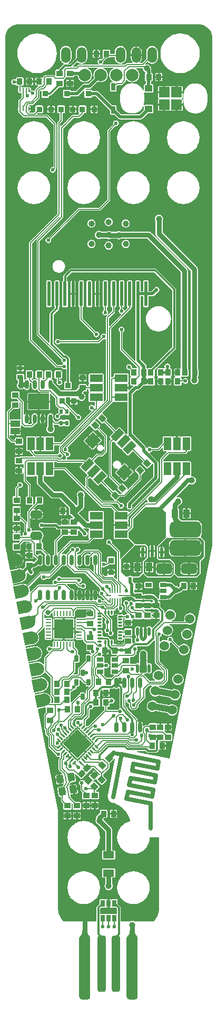
<source format=gbr>
G04 Layer_Physical_Order=1*
G04 Layer_Color=255*
%FSLAX25Y25*%
%MOIN*%
%TF.FileFunction,Copper,L1,Top,Signal*%
%TF.Part,Single*%
G01*
G75*
%TA.AperFunction,SMDPad,CuDef*%
%ADD10R,0.03937X0.03543*%
%ADD11R,0.03543X0.03740*%
%ADD12R,0.03543X0.03937*%
%ADD13R,0.04331X0.02559*%
G04:AMPARAMS|DCode=14|XSize=75mil|YSize=25mil|CornerRadius=0mil|HoleSize=0mil|Usage=FLASHONLY|Rotation=349.000|XOffset=0mil|YOffset=0mil|HoleType=Round|Shape=Round|*
%AMOVALD14*
21,1,0.05000,0.02500,0.00000,0.00000,349.0*
1,1,0.02500,-0.02454,0.00477*
1,1,0.02500,0.02454,-0.00477*
%
%ADD14OVALD14*%

%ADD15R,0.02165X0.15748*%
%ADD16R,0.04134X0.05512*%
%ADD17R,0.02362X0.05512*%
%ADD18R,0.02362X0.07087*%
G04:AMPARAMS|DCode=19|XSize=98.42mil|YSize=66.93mil|CornerRadius=16.73mil|HoleSize=0mil|Usage=FLASHONLY|Rotation=180.000|XOffset=0mil|YOffset=0mil|HoleType=Round|Shape=RoundedRectangle|*
%AMROUNDEDRECTD19*
21,1,0.09842,0.03347,0,0,180.0*
21,1,0.06496,0.06693,0,0,180.0*
1,1,0.03346,-0.03248,0.01673*
1,1,0.03346,0.03248,0.01673*
1,1,0.03346,0.03248,-0.01673*
1,1,0.03346,-0.03248,-0.01673*
%
%ADD19ROUNDEDRECTD19*%
G04:AMPARAMS|DCode=20|XSize=98.42mil|YSize=196.85mil|CornerRadius=24.61mil|HoleSize=0mil|Usage=FLASHONLY|Rotation=90.000|XOffset=0mil|YOffset=0mil|HoleType=Round|Shape=RoundedRectangle|*
%AMROUNDEDRECTD20*
21,1,0.09842,0.14764,0,0,90.0*
21,1,0.04921,0.19685,0,0,90.0*
1,1,0.04921,0.07382,0.02461*
1,1,0.04921,0.07382,-0.02461*
1,1,0.04921,-0.07382,-0.02461*
1,1,0.04921,-0.07382,0.02461*
%
%ADD20ROUNDEDRECTD20*%
%ADD21R,0.05905X0.03937*%
G04:AMPARAMS|DCode=22|XSize=51.18mil|YSize=354.33mil|CornerRadius=12.79mil|HoleSize=0mil|Usage=FLASHONLY|Rotation=180.000|XOffset=0mil|YOffset=0mil|HoleType=Round|Shape=RoundedRectangle|*
%AMROUNDEDRECTD22*
21,1,0.05118,0.32874,0,0,180.0*
21,1,0.02559,0.35433,0,0,180.0*
1,1,0.02559,-0.01279,0.16437*
1,1,0.02559,0.01279,0.16437*
1,1,0.02559,0.01279,-0.16437*
1,1,0.02559,-0.01279,-0.16437*
%
%ADD22ROUNDEDRECTD22*%
G04:AMPARAMS|DCode=23|XSize=70mil|YSize=405.51mil|CornerRadius=17.5mil|HoleSize=0mil|Usage=FLASHONLY|Rotation=180.000|XOffset=0mil|YOffset=0mil|HoleType=Round|Shape=RoundedRectangle|*
%AMROUNDEDRECTD23*
21,1,0.07000,0.37051,0,0,180.0*
21,1,0.03500,0.40551,0,0,180.0*
1,1,0.03500,-0.01750,0.18526*
1,1,0.03500,0.01750,0.18526*
1,1,0.03500,0.01750,-0.18526*
1,1,0.03500,-0.01750,-0.18526*
%
%ADD23ROUNDEDRECTD23*%
%ADD24O,0.02756X0.01181*%
%ADD25O,0.01181X0.02756*%
G04:AMPARAMS|DCode=26|XSize=9.84mil|YSize=31.5mil|CornerRadius=0mil|HoleSize=0mil|Usage=FLASHONLY|Rotation=225.000|XOffset=0mil|YOffset=0mil|HoleType=Round|Shape=Round|*
%AMOVALD26*
21,1,0.02165,0.00984,0.00000,0.00000,315.0*
1,1,0.00984,-0.00766,0.00766*
1,1,0.00984,0.00766,-0.00766*
%
%ADD26OVALD26*%

G04:AMPARAMS|DCode=27|XSize=9.84mil|YSize=31.5mil|CornerRadius=0mil|HoleSize=0mil|Usage=FLASHONLY|Rotation=135.000|XOffset=0mil|YOffset=0mil|HoleType=Round|Shape=Round|*
%AMOVALD27*
21,1,0.02165,0.00984,0.00000,0.00000,225.0*
1,1,0.00984,0.00766,0.00766*
1,1,0.00984,-0.00766,-0.00766*
%
%ADD27OVALD27*%

%ADD28P,0.18374X4X180.0*%
%ADD29R,0.00787X0.03740*%
%ADD30R,0.03740X0.00787*%
G04:AMPARAMS|DCode=31|XSize=9.84mil|YSize=23.62mil|CornerRadius=1.97mil|HoleSize=0mil|Usage=FLASHONLY|Rotation=180.000|XOffset=0mil|YOffset=0mil|HoleType=Round|Shape=RoundedRectangle|*
%AMROUNDEDRECTD31*
21,1,0.00984,0.01968,0,0,180.0*
21,1,0.00591,0.02362,0,0,180.0*
1,1,0.00394,-0.00295,0.00984*
1,1,0.00394,0.00295,0.00984*
1,1,0.00394,0.00295,-0.00984*
1,1,0.00394,-0.00295,-0.00984*
%
%ADD31ROUNDEDRECTD31*%
%ADD32R,0.02559X0.04331*%
G04:AMPARAMS|DCode=33|XSize=39.37mil|YSize=35.43mil|CornerRadius=0mil|HoleSize=0mil|Usage=FLASHONLY|Rotation=135.000|XOffset=0mil|YOffset=0mil|HoleType=Round|Shape=Rectangle|*
%AMROTATEDRECTD33*
4,1,4,0.02645,-0.00139,0.00139,-0.02645,-0.02645,0.00139,-0.00139,0.02645,0.02645,-0.00139,0.0*
%
%ADD33ROTATEDRECTD33*%

G04:AMPARAMS|DCode=34|XSize=39.37mil|YSize=35.43mil|CornerRadius=0mil|HoleSize=0mil|Usage=FLASHONLY|Rotation=225.000|XOffset=0mil|YOffset=0mil|HoleType=Round|Shape=Rectangle|*
%AMROTATEDRECTD34*
4,1,4,0.00139,0.02645,0.02645,0.00139,-0.00139,-0.02645,-0.02645,-0.00139,0.00139,0.02645,0.0*
%
%ADD34ROTATEDRECTD34*%

%ADD35R,0.03543X0.02756*%
%ADD36R,0.08268X0.04724*%
%ADD37R,0.04724X0.08268*%
G04:AMPARAMS|DCode=38|XSize=23.62mil|YSize=39.37mil|CornerRadius=2.95mil|HoleSize=0mil|Usage=FLASHONLY|Rotation=180.000|XOffset=0mil|YOffset=0mil|HoleType=Round|Shape=RoundedRectangle|*
%AMROUNDEDRECTD38*
21,1,0.02362,0.03347,0,0,180.0*
21,1,0.01772,0.03937,0,0,180.0*
1,1,0.00591,-0.00886,0.01673*
1,1,0.00591,0.00886,0.01673*
1,1,0.00591,0.00886,-0.01673*
1,1,0.00591,-0.00886,-0.01673*
%
%ADD38ROUNDEDRECTD38*%
%ADD39O,0.01772X0.05512*%
%ADD40R,0.03740X0.03543*%
%ADD41R,0.07087X0.04528*%
%ADD42R,0.12323X0.12323*%
%ADD43O,0.00787X0.03740*%
%ADD44O,0.03740X0.00787*%
%ADD45O,0.02362X0.05709*%
%ADD46R,0.13386X0.09842*%
G04:AMPARAMS|DCode=47|XSize=51.18mil|YSize=43.31mil|CornerRadius=4.33mil|HoleSize=0mil|Usage=FLASHONLY|Rotation=281.000|XOffset=0mil|YOffset=0mil|HoleType=Round|Shape=RoundedRectangle|*
%AMROUNDEDRECTD47*
21,1,0.05118,0.03465,0,0,281.0*
21,1,0.04252,0.04331,0,0,281.0*
1,1,0.00866,-0.01295,-0.02418*
1,1,0.00866,-0.02106,0.01756*
1,1,0.00866,0.01295,0.02418*
1,1,0.00866,0.02106,-0.01756*
%
%ADD47ROUNDEDRECTD47*%
G04:AMPARAMS|DCode=48|XSize=74.8mil|YSize=78.74mil|CornerRadius=0mil|HoleSize=0mil|Usage=FLASHONLY|Rotation=135.000|XOffset=0mil|YOffset=0mil|HoleType=Round|Shape=Rectangle|*
%AMROTATEDRECTD48*
4,1,4,0.05429,0.00139,-0.00139,-0.05429,-0.05429,-0.00139,0.00139,0.05429,0.05429,0.00139,0.0*
%
%ADD48ROTATEDRECTD48*%

G04:AMPARAMS|DCode=49|XSize=43.31mil|YSize=78.74mil|CornerRadius=0mil|HoleSize=0mil|Usage=FLASHONLY|Rotation=315.000|XOffset=0mil|YOffset=0mil|HoleType=Round|Shape=Rectangle|*
%AMROTATEDRECTD49*
4,1,4,-0.04315,-0.01253,0.01253,0.04315,0.04315,0.01253,-0.01253,-0.04315,-0.04315,-0.01253,0.0*
%
%ADD49ROTATEDRECTD49*%

%ADD50R,0.01968X0.02953*%
%ADD51R,0.02756X0.04724*%
%ADD52R,0.04724X0.03937*%
%ADD53R,0.06693X0.06693*%
%ADD54O,0.02362X0.06693*%
%ADD55O,0.02559X0.06496*%
%TA.AperFunction,Conductor*%
%ADD56C,0.01968*%
%ADD57C,0.00591*%
%ADD58C,0.03150*%
%ADD59C,0.01181*%
%ADD60C,0.00787*%
%ADD61C,0.00984*%
%ADD62C,0.01575*%
%ADD63C,0.02756*%
%ADD64C,0.02500*%
%ADD65C,0.03937*%
%TA.AperFunction,ComponentPad*%
%ADD66O,0.07874X0.05512*%
%TA.AperFunction,ViaPad*%
%ADD67C,0.07874*%
%TA.AperFunction,ComponentPad*%
%ADD68C,0.06000*%
%ADD69O,0.06000X0.09937*%
%ADD70C,0.02500*%
%ADD71C,0.07874*%
%TA.AperFunction,ViaPad*%
%ADD72C,0.02362*%
%ADD73C,0.03937*%
%ADD74C,0.03150*%
%ADD75C,0.01575*%
%ADD76C,0.01968*%
%TA.AperFunction,NonConductor*%
G04:AMPARAMS|DCode=77|XSize=52.83mil|YSize=78.74mil|CornerRadius=0mil|HoleSize=0mil|Usage=FLASHONLY|Rotation=11.000|XOffset=0mil|YOffset=0mil|HoleType=Round|Shape=Rectangle|*
%AMROTATEDRECTD77*
4,1,4,-0.01842,-0.04369,-0.03344,0.03361,0.01842,0.04369,0.03344,-0.03361,-0.01842,-0.04369,0.0*
%
%ADD77ROTATEDRECTD77*%

G36*
X-44820Y314656D02*
X-44863Y314691D01*
X-44915Y314708D01*
X-44976Y314708D01*
X-45046Y314691D01*
X-45125Y314656D01*
X-45213Y314605D01*
X-45310Y314536D01*
X-45416Y314450D01*
X-45656Y314227D01*
X-46027Y314691D01*
X-45911Y314811D01*
X-45727Y315027D01*
X-45660Y315123D01*
X-45609Y315210D01*
X-45574Y315290D01*
X-45555Y315361D01*
X-45553Y315424D01*
X-45567Y315479D01*
X-45597Y315526D01*
X-44820Y314656D01*
D02*
G37*
G36*
X3752Y353139D02*
X4204Y352952D01*
X4483Y352673D01*
X4670Y352221D01*
X7733Y349159D01*
X8185Y348971D01*
X8464Y348692D01*
X8651Y348240D01*
X11714Y345178D01*
X12166Y344990D01*
X12618Y345178D01*
X15222Y347782D01*
X15247Y347772D01*
X21774Y341245D01*
X21784Y341220D01*
X21178Y340614D01*
X20990Y340162D01*
X21178Y339710D01*
X23961Y336926D01*
X24414Y336738D01*
X24866Y336926D01*
X27371Y339431D01*
X27488Y339714D01*
X27985Y339872D01*
X28294Y339629D01*
Y331865D01*
X11965Y315535D01*
X11617Y315015D01*
X11494Y314400D01*
X11494Y314400D01*
Y313586D01*
X11431Y313491D01*
X11294Y312800D01*
X11431Y312109D01*
X11823Y311523D01*
X12409Y311131D01*
X13100Y310994D01*
X13791Y311131D01*
X14377Y311523D01*
X14769Y312109D01*
X14906Y312800D01*
X14769Y313491D01*
X14706Y313586D01*
Y313735D01*
X31035Y330065D01*
X31035Y330065D01*
X31383Y330586D01*
X31506Y331200D01*
X31506Y331200D01*
Y340400D01*
X31506Y340400D01*
X31383Y341015D01*
X31035Y341535D01*
X26040Y346530D01*
X26219Y347059D01*
X26676Y347150D01*
X27261Y347542D01*
X27512Y347916D01*
X31496D01*
X31842Y347985D01*
X32135Y348180D01*
X33938Y349984D01*
X34400Y349792D01*
Y348228D01*
X34587Y347776D01*
X35039Y347589D01*
X36550D01*
X36757Y347089D01*
X32961Y343294D01*
X32766Y343001D01*
X32697Y342655D01*
Y328874D01*
X13109Y309286D01*
X12623Y309507D01*
X12460Y309901D01*
X12008Y310088D01*
X6150D01*
X2607Y313631D01*
X2314Y313826D01*
X1969Y313895D01*
X-3757D01*
X-4038Y314246D01*
X-3845Y314691D01*
X5326D01*
X6281Y313736D01*
X6194Y313295D01*
X6331Y312603D01*
X6723Y312017D01*
X7309Y311626D01*
X8000Y311488D01*
X8691Y311626D01*
X9277Y312017D01*
X9669Y312603D01*
X9806Y313295D01*
X9669Y313986D01*
X9277Y314572D01*
X8691Y314963D01*
X8000Y315101D01*
X7559Y315013D01*
X6339Y316233D01*
X6046Y316429D01*
X5700Y316498D01*
X5298D01*
X5091Y316998D01*
X7011Y318917D01*
X7181Y318930D01*
X7344Y318933D01*
X7416Y318964D01*
X9773D01*
X10119Y319033D01*
X10412Y319229D01*
X20459Y329276D01*
X20655Y329569D01*
X20723Y329915D01*
Y332418D01*
X20754Y332486D01*
X20765Y332808D01*
X20767Y332827D01*
X22917Y334977D01*
X23104Y335429D01*
X22917Y335881D01*
X20133Y338665D01*
X19681Y338852D01*
X19229Y338665D01*
X16723Y336159D01*
X16536Y335707D01*
X16723Y335255D01*
X18866Y333113D01*
X18883Y332910D01*
X18886Y332774D01*
X18917Y332702D01*
Y330289D01*
X12370Y323741D01*
X11946Y324025D01*
X12011Y324182D01*
X11824Y324634D01*
X9040Y327418D01*
X8588Y327606D01*
X8136Y327418D01*
X7868Y327151D01*
X7171Y327154D01*
X1903Y332423D01*
Y353076D01*
X2842Y354014D01*
X2867Y354024D01*
X3752Y353139D01*
D02*
G37*
G36*
X-49851Y319032D02*
X-49843Y318929D01*
X-49828Y318839D01*
X-49807Y318760D01*
X-49780Y318694D01*
X-49748Y318640D01*
X-49710Y318598D01*
X-49665Y318568D01*
X-49615Y318549D01*
X-49559Y318544D01*
X-50740D01*
X-50684Y318549D01*
X-50634Y318568D01*
X-50590Y318598D01*
X-50551Y318640D01*
X-50519Y318694D01*
X-50492Y318760D01*
X-50472Y318839D01*
X-50457Y318929D01*
X-50448Y319032D01*
X-50445Y319146D01*
X-49854D01*
X-49851Y319032D01*
D02*
G37*
G36*
X-11142Y330284D02*
X-10815Y330148D01*
X-10757Y330124D01*
X-10559Y329948D01*
X-10383Y329750D01*
X-10223Y329365D01*
X-7161Y326303D01*
X-6709Y326116D01*
X-6257Y326303D01*
X-5195Y327365D01*
X-4498Y327361D01*
X1440Y321423D01*
X1444Y320726D01*
X1176Y320459D01*
X989Y320007D01*
X1176Y319555D01*
X3733Y316998D01*
X3526Y316498D01*
X-3926D01*
X-12997Y325569D01*
Y330214D01*
X-12052Y331159D01*
X-12027Y331169D01*
X-11142Y330284D01*
D02*
G37*
G36*
X-17551Y310930D02*
X-20892Y307939D01*
X-23313Y311838D01*
X-23116Y311614D01*
X-22863Y311490D01*
X-22556Y311466D01*
X-22193Y311540D01*
X-21775Y311715D01*
X-21302Y311988D01*
X-20774Y312361D01*
X-20191Y312834D01*
X-18859Y314077D01*
X-17551Y310930D01*
D02*
G37*
G36*
X-14821Y208364D02*
X-14735Y208362D01*
Y207772D01*
X-14819Y207769D01*
X-14817Y207241D01*
X-14921Y207342D01*
X-15128Y207512D01*
X-15230Y207581D01*
X-15291Y207616D01*
X-15313Y207583D01*
X-15331Y207533D01*
X-15337Y207476D01*
Y207642D01*
X-15432Y207687D01*
X-15532Y207724D01*
X-15631Y207750D01*
X-15730Y207766D01*
X-15828Y207772D01*
X-15830Y208362D01*
X-15732Y208367D01*
X-15633Y208383D01*
X-15534Y208410D01*
X-15434Y208447D01*
X-15337Y208494D01*
Y208658D01*
X-15331Y208601D01*
X-15313Y208551D01*
X-15292Y208520D01*
X-15233Y208554D01*
X-15131Y208623D01*
X-15029Y208703D01*
X-14926Y208794D01*
X-14823Y208895D01*
X-14821Y208364D01*
D02*
G37*
G36*
X1539Y221953D02*
Y220126D01*
X1726Y219674D01*
X2178Y219487D01*
X5187D01*
X5394Y218987D01*
X4666Y218259D01*
X1859D01*
X1407Y218072D01*
X1220Y217620D01*
Y215061D01*
X1314Y214834D01*
X1381Y214470D01*
X1314Y214106D01*
X1220Y213879D01*
Y211320D01*
X1314Y211094D01*
X1381Y210730D01*
X1314Y210366D01*
X1220Y210139D01*
Y207580D01*
X1407Y207128D01*
X1859Y206941D01*
X3097D01*
X3305Y206441D01*
X1860Y204997D01*
X1791Y204971D01*
X1723Y204908D01*
X-1215D01*
X-1344Y205019D01*
X-1461Y205132D01*
X-1534Y205161D01*
X-2915Y206542D01*
X-2807Y207128D01*
X-2620Y207580D01*
Y210139D01*
X-2714Y210366D01*
X-2781Y210730D01*
X-2752Y210890D01*
X-2186Y211061D01*
X-1991Y210931D01*
X-1300Y210794D01*
X-609Y210931D01*
X-23Y211323D01*
X369Y211909D01*
X506Y212600D01*
X369Y213291D01*
X-23Y213877D01*
X-609Y214269D01*
X-1300Y214406D01*
X-1991Y214269D01*
X-2186Y214139D01*
X-2752Y214310D01*
X-2781Y214470D01*
X-2714Y214834D01*
X-2620Y215061D01*
Y217620D01*
X-2807Y218072D01*
X-3259Y218259D01*
X-4194D01*
X-4461Y218759D01*
X-4231Y219103D01*
X-4112Y219700D01*
X-2940D01*
Y222094D01*
X-2350D01*
Y222685D01*
X-152D01*
Y222990D01*
X310Y223181D01*
X1539Y221953D01*
D02*
G37*
G36*
X9057Y208347D02*
X9052Y208424D01*
X9039Y208485D01*
X9018Y208527D01*
X8988Y208553D01*
X8949Y208562D01*
X8902Y208553D01*
X8846Y208527D01*
X8782Y208485D01*
X8709Y208424D01*
X8627Y208347D01*
Y209182D01*
X8709Y209268D01*
X8782Y209353D01*
X8846Y209438D01*
X8902Y209522D01*
X8949Y209606D01*
X8988Y209689D01*
X9018Y209772D01*
X9039Y209854D01*
X9052Y209936D01*
X9057Y210017D01*
Y208347D01*
D02*
G37*
G36*
X6169Y209269D02*
X6183Y209245D01*
X6205Y209224D01*
X6236Y209206D01*
X6277Y209190D01*
X6326Y209178D01*
X6384Y209168D01*
X6452Y209161D01*
X6613Y209155D01*
Y208565D01*
X6528Y208563D01*
X6384Y208552D01*
X6326Y208542D01*
X6277Y208529D01*
X6236Y208514D01*
X6205Y208496D01*
X6183Y208474D01*
X6169Y208451D01*
X6165Y208424D01*
Y209296D01*
X6169Y209269D01*
D02*
G37*
G36*
X-32687Y340694D02*
X-32394Y340499D01*
X-32048Y340430D01*
X-16694D01*
X-16486Y339930D01*
X-18185Y338231D01*
X-18373Y337779D01*
X-18185Y337327D01*
X-15123Y334265D01*
X-14671Y334078D01*
X-14392Y333798D01*
X-14204Y333346D01*
X-13320Y332461D01*
X-13329Y332436D01*
X-14539Y331227D01*
X-14734Y330934D01*
X-14803Y330588D01*
Y325588D01*
X-15303Y325380D01*
X-27176Y337253D01*
X-27468Y337449D01*
X-27814Y337517D01*
X-34375D01*
X-34400Y337528D01*
Y340748D01*
X-34414Y340781D01*
X-34136Y341197D01*
X-33189D01*
X-32687Y340694D01*
D02*
G37*
G36*
X7219Y326252D02*
X7297Y326186D01*
X7372Y326132D01*
X7442Y326091D01*
X7507Y326063D01*
X7569Y326048D01*
X7626Y326045D01*
X7678Y326055D01*
X7727Y326078D01*
X7770Y326114D01*
X6935Y325278D01*
X6971Y325322D01*
X6993Y325371D01*
X7003Y325423D01*
X7001Y325480D01*
X6985Y325541D01*
X6957Y325607D01*
X6916Y325677D01*
X6863Y325751D01*
X6797Y325830D01*
X6718Y325913D01*
X7136Y326331D01*
X7219Y326252D01*
D02*
G37*
G36*
X-5951Y204732D02*
X-5943Y204629D01*
X-5928Y204539D01*
X-5907Y204460D01*
X-5881Y204394D01*
X-5848Y204340D01*
X-5810Y204298D01*
X-5765Y204268D01*
X-5715Y204250D01*
X-5659Y204243D01*
X-6840D01*
X-6784Y204250D01*
X-6734Y204268D01*
X-6690Y204298D01*
X-6651Y204340D01*
X-6619Y204394D01*
X-6592Y204460D01*
X-6572Y204539D01*
X-6557Y204629D01*
X-6548Y204732D01*
X-6545Y204846D01*
X-5954D01*
X-5951Y204732D01*
D02*
G37*
G36*
X-4297Y329193D02*
X-4320Y329145D01*
X-4330Y329093D01*
X-4327Y329036D01*
X-4312Y328974D01*
X-4284Y328909D01*
X-4243Y328839D01*
X-4190Y328764D01*
X-4123Y328686D01*
X-4045Y328603D01*
X-4462Y328185D01*
X-4545Y328264D01*
X-4624Y328330D01*
X-4698Y328383D01*
X-4768Y328424D01*
X-4834Y328452D01*
X-4895Y328468D01*
X-4952Y328470D01*
X-5005Y328460D01*
X-5053Y328438D01*
X-5097Y328402D01*
X-4262Y329237D01*
X-4297Y329193D01*
D02*
G37*
G36*
X-4484Y207589D02*
X-4542Y207577D01*
X-4584Y207556D01*
X-4609Y207526D01*
X-4617Y207489D01*
X-4609Y207443D01*
X-4584Y207389D01*
X-4542Y207326D01*
X-4484Y207255D01*
X-4408Y207176D01*
X-5035Y206967D01*
X-5158Y207086D01*
X-5392Y207286D01*
X-5503Y207368D01*
X-5609Y207437D01*
X-5711Y207493D01*
X-5810Y207537D01*
X-5903Y207568D01*
X-5993Y207587D01*
X-6079Y207593D01*
X-4408D01*
X-4484Y207589D01*
D02*
G37*
G36*
X6182Y320395D02*
X6219Y320346D01*
X6270Y320303D01*
X6337Y320266D01*
X6419Y320234D01*
X6516Y320209D01*
X6628Y320188D01*
X6755Y320174D01*
X7055Y320163D01*
X7334Y319572D01*
X7151Y319569D01*
X6849Y319546D01*
X6728Y319526D01*
X6629Y319500D01*
X6549Y319469D01*
X6491Y319432D01*
X6453Y319389D01*
X6436Y319340D01*
X6439Y319285D01*
X6161Y320449D01*
X6182Y320395D01*
D02*
G37*
G36*
X12929Y208967D02*
X12928Y208900D01*
X12939Y208828D01*
X12963Y208751D01*
X12999Y208670D01*
X13048Y208584D01*
X13111Y208494D01*
X13185Y208399D01*
X13273Y208299D01*
X13373Y208195D01*
X13359Y207374D01*
X13219Y207510D01*
X12976Y207720D01*
X12874Y207794D01*
X12784Y207847D01*
X12707Y207880D01*
X12642Y207892D01*
X12590Y207883D01*
X12551Y207854D01*
X12524Y207804D01*
X12944Y209030D01*
X12929Y208967D01*
D02*
G37*
G36*
X2764Y321798D02*
X2843Y321731D01*
X2917Y321678D01*
X2987Y321637D01*
X3053Y321609D01*
X3114Y321594D01*
X3171Y321591D01*
X3224Y321601D01*
X3272Y321624D01*
X3316Y321659D01*
X2481Y320824D01*
X2517Y320868D01*
X2539Y320916D01*
X2549Y320969D01*
X2547Y321026D01*
X2531Y321087D01*
X2503Y321153D01*
X2462Y321223D01*
X2409Y321297D01*
X2343Y321376D01*
X2264Y321459D01*
X2681Y321877D01*
X2764Y321798D01*
D02*
G37*
G36*
X-7187Y368101D02*
X-7169Y368056D01*
X-4385Y365272D01*
X-3933Y365085D01*
X-3481Y365272D01*
X-2875Y365879D01*
X-2849Y365869D01*
X3284Y359735D01*
X3294Y359710D01*
X689Y357106D01*
X502Y356654D01*
X689Y356202D01*
X1236Y355656D01*
X1232Y354959D01*
X361Y354089D01*
X166Y353796D01*
X97Y353450D01*
Y332049D01*
X166Y331703D01*
X361Y331410D01*
X5894Y325877D01*
X5898Y325181D01*
X5630Y324913D01*
X5443Y324461D01*
X5630Y324009D01*
X8369Y321271D01*
X8341Y321058D01*
X8215Y320771D01*
X7147D01*
X7080Y320801D01*
X6803Y320812D01*
X6729Y320820D01*
X4586Y322964D01*
X4134Y323151D01*
X3682Y322964D01*
X3414Y322696D01*
X2717Y322700D01*
X-3554Y328971D01*
X-3563Y328997D01*
X-689Y331871D01*
X-502Y332323D01*
X-689Y332775D01*
X-3752Y335837D01*
X-4079Y335972D01*
X-4137Y335997D01*
X-4335Y336172D01*
X-4511Y336370D01*
X-4670Y336756D01*
X-7733Y339818D01*
X-8185Y340005D01*
X-8464Y340284D01*
X-8651Y340737D01*
X-9536Y341621D01*
X-9526Y341647D01*
X-6800Y344372D01*
X-4331D01*
X-3985Y344441D01*
X-3692Y344637D01*
X-1330Y346999D01*
X-1134Y347292D01*
X-1065Y347638D01*
Y357357D01*
X-1134Y357702D01*
X-1330Y357995D01*
X-5693Y362359D01*
X-5697Y363056D01*
X-5430Y363323D01*
X-5242Y363775D01*
X-5430Y364227D01*
X-8213Y367011D01*
X-8258Y367030D01*
X-8376Y367620D01*
X-7777Y368218D01*
X-7187Y368101D01*
D02*
G37*
G36*
X-6813Y211346D02*
X-6855Y211381D01*
X-6906Y211399D01*
X-6966Y211399D01*
X-7036Y211383D01*
X-7115Y211348D01*
X-7203Y211297D01*
X-7300Y211228D01*
X-7407Y211141D01*
X-7648Y210916D01*
X-7994Y211405D01*
X-7879Y211524D01*
X-7698Y211738D01*
X-7631Y211834D01*
X-7580Y211921D01*
X-7545Y212001D01*
X-7526Y212072D01*
X-7523Y212136D01*
X-7536Y212192D01*
X-7565Y212240D01*
X-6813Y211346D01*
D02*
G37*
G36*
X12412Y297553D02*
X12297Y297434D01*
X12116Y297220D01*
X12049Y297125D01*
X11998Y297037D01*
X11963Y296957D01*
X11944Y296886D01*
X11941Y296822D01*
X11954Y296766D01*
X11983Y296718D01*
X11231Y297613D01*
X11273Y297577D01*
X11324Y297559D01*
X11384Y297559D01*
X11454Y297576D01*
X11533Y297610D01*
X11621Y297662D01*
X11718Y297731D01*
X11825Y297817D01*
X12066Y298042D01*
X12412Y297553D01*
D02*
G37*
G36*
X-23643Y220668D02*
X-23747Y220769D01*
X-23953Y220939D01*
X-24055Y221008D01*
X-24156Y221066D01*
X-24257Y221114D01*
X-24357Y221151D01*
X-24456Y221178D01*
X-24554Y221194D01*
X-24652Y221199D01*
Y221790D01*
X-24554Y221795D01*
X-24456Y221811D01*
X-24357Y221838D01*
X-24257Y221875D01*
X-24156Y221923D01*
X-24055Y221981D01*
X-23953Y222050D01*
X-23851Y222130D01*
X-23747Y222220D01*
X-23643Y222321D01*
Y220668D01*
D02*
G37*
G36*
X-6613Y218853D02*
X-6656Y218881D01*
X-6708Y218906D01*
X-6769Y218928D01*
X-6838Y218947D01*
X-6917Y218963D01*
X-7004Y218976D01*
X-7206Y218993D01*
X-7442Y218999D01*
Y219590D01*
X-7376Y219592D01*
X-7316Y219600D01*
X-7263Y219613D01*
X-7216Y219632D01*
X-7177Y219655D01*
X-7144Y219684D01*
X-7118Y219718D01*
X-7098Y219757D01*
X-7086Y219802D01*
X-7080Y219852D01*
X-6613Y218853D01*
D02*
G37*
G36*
X-19942Y219560D02*
X-19933Y219458D01*
X-19918Y219367D01*
X-19898Y219289D01*
X-19871Y219223D01*
X-19839Y219168D01*
X-19800Y219126D01*
X-19756Y219096D01*
X-19706Y219078D01*
X-19650Y219072D01*
X-20831D01*
X-20775Y219078D01*
X-20724Y219096D01*
X-20680Y219126D01*
X-20642Y219168D01*
X-20609Y219223D01*
X-20583Y219289D01*
X-20562Y219367D01*
X-20547Y219458D01*
X-20538Y219560D01*
X-20535Y219675D01*
X-19945D01*
X-19942Y219560D01*
D02*
G37*
G36*
X5708Y223563D02*
X5744Y223463D01*
X5804Y223374D01*
X5887Y223298D01*
X5994Y223233D01*
X6126Y223180D01*
X6281Y223138D01*
X6460Y223109D01*
X6602Y223096D01*
X6724Y223106D01*
X6826Y223123D01*
X6919Y223144D01*
X7003Y223170D01*
X7079Y223201D01*
X7147Y223236D01*
X7206Y223276D01*
X7256Y223321D01*
Y221668D01*
X7206Y221713D01*
X7147Y221753D01*
X7079Y221788D01*
X7003Y221819D01*
X6919Y221845D01*
X6826Y221866D01*
X6724Y221883D01*
X6618Y221894D01*
X6460Y221880D01*
X6281Y221851D01*
X6126Y221810D01*
X5994Y221756D01*
X5887Y221691D01*
X5804Y221615D01*
X5744Y221526D01*
X5708Y221426D01*
X5696Y221313D01*
Y223676D01*
X5708Y223563D01*
D02*
G37*
G36*
X-14870Y296874D02*
X-16171Y295853D01*
X-16174Y295876D01*
X-16187Y295906D01*
X-16210Y295945D01*
X-16243Y295992D01*
X-16340Y296110D01*
X-16478Y296260D01*
X-16657Y296444D01*
X-15360Y297374D01*
X-14870Y296874D01*
D02*
G37*
G36*
X-15412Y299141D02*
X-14567Y298973D01*
X-12647D01*
Y298819D01*
X-12553Y298592D01*
X-12486Y298228D01*
X-12553Y297864D01*
X-12647Y297638D01*
Y292913D01*
X-12460Y292461D01*
X-12378Y292049D01*
X-13029Y291398D01*
X-23900D01*
X-24246Y291329D01*
X-24539Y291133D01*
X-31973Y283699D01*
X-31997Y283664D01*
X-32497Y283816D01*
Y290535D01*
X-28792Y294239D01*
X-25831D01*
X-25379Y294427D01*
X-25192Y294879D01*
X-24708Y294873D01*
X-24521Y294421D01*
X-24069Y294234D01*
X-20132D01*
X-19680Y294421D01*
X-19492Y294873D01*
Y297698D01*
X-18992Y297905D01*
X-17182Y296095D01*
X-17176Y296071D01*
X-17133Y296044D01*
X-17114Y295997D01*
X-16942Y295821D01*
X-16823Y295691D01*
X-16799Y295661D01*
X-16669Y295009D01*
X-16277Y294423D01*
X-15691Y294031D01*
X-15000Y293894D01*
X-14309Y294031D01*
X-13723Y294423D01*
X-13331Y295009D01*
X-13194Y295700D01*
X-13331Y296391D01*
X-13723Y296977D01*
X-14309Y297369D01*
X-14497Y297406D01*
X-14904Y297821D01*
X-14957Y297844D01*
X-16139Y299026D01*
X-15820Y299414D01*
X-15412Y299141D01*
D02*
G37*
G36*
X-24044Y295858D02*
X-24051Y295932D01*
X-24076Y295999D01*
X-24115Y296058D01*
X-24171Y296110D01*
X-24243Y296153D01*
X-24331Y296188D01*
X-24435Y296216D01*
X-24555Y296235D01*
X-24691Y296247D01*
X-24843Y296251D01*
Y297039D01*
X-24691Y297042D01*
X-24555Y297054D01*
X-24435Y297074D01*
X-24331Y297102D01*
X-24243Y297137D01*
X-24171Y297180D01*
X-24115Y297232D01*
X-24076Y297291D01*
X-24051Y297358D01*
X-24044Y297432D01*
Y295858D01*
D02*
G37*
G36*
X-25848Y297358D02*
X-25824Y297291D01*
X-25785Y297232D01*
X-25729Y297180D01*
X-25657Y297137D01*
X-25569Y297102D01*
X-25465Y297074D01*
X-25345Y297054D01*
X-25209Y297042D01*
X-25057Y297039D01*
Y296251D01*
X-25209Y296247D01*
X-25345Y296235D01*
X-25465Y296216D01*
X-25569Y296188D01*
X-25657Y296153D01*
X-25729Y296110D01*
X-25785Y296058D01*
X-25824Y295999D01*
X-25848Y295932D01*
X-25857Y295858D01*
Y297432D01*
X-25848Y297358D01*
D02*
G37*
G36*
X17371Y212109D02*
X17374Y212165D01*
X17363Y212216D01*
X17338Y212260D01*
X17299Y212298D01*
X17245Y212331D01*
X17178Y212357D01*
X17097Y212378D01*
X17001Y212393D01*
X16892Y212402D01*
X16769Y212405D01*
X16817Y212995D01*
X16951Y212998D01*
X17181Y213021D01*
X17276Y213041D01*
X17357Y213067D01*
X17426Y213099D01*
X17482Y213137D01*
X17524Y213180D01*
X17554Y213229D01*
X17570Y213284D01*
X17371Y212109D01*
D02*
G37*
G36*
X-57902Y307584D02*
X-57893Y307482D01*
X-57878Y307392D01*
X-57858Y307313D01*
X-57831Y307247D01*
X-57798Y307193D01*
X-57760Y307151D01*
X-57716Y307120D01*
X-57665Y307102D01*
X-57609Y307096D01*
X-58790D01*
X-58735Y307102D01*
X-58684Y307120D01*
X-58640Y307151D01*
X-58602Y307193D01*
X-58569Y307247D01*
X-58543Y307313D01*
X-58522Y307392D01*
X-58507Y307482D01*
X-58498Y307584D01*
X-58495Y307699D01*
X-57905D01*
X-57902Y307584D01*
D02*
G37*
G36*
X-57665Y308786D02*
X-57716Y308768D01*
X-57760Y308739D01*
X-57798Y308697D01*
X-57831Y308644D01*
X-57858Y308579D01*
X-57878Y308502D01*
X-57893Y308414D01*
X-57902Y308313D01*
X-57905Y308201D01*
X-58495D01*
X-58498Y308313D01*
X-58507Y308414D01*
X-58522Y308502D01*
X-58543Y308579D01*
X-58569Y308644D01*
X-58602Y308697D01*
X-58640Y308739D01*
X-58684Y308768D01*
X-58735Y308786D01*
X-58790Y308792D01*
X-57609D01*
X-57665Y308786D01*
D02*
G37*
G36*
X6170Y213080D02*
X6186Y213041D01*
X6213Y213007D01*
X6250Y212977D01*
X6299Y212952D01*
X6357Y212932D01*
X6427Y212916D01*
X6507Y212904D01*
X6598Y212898D01*
X6700Y212895D01*
Y212305D01*
X6598Y212302D01*
X6507Y212296D01*
X6427Y212284D01*
X6357Y212268D01*
X6299Y212248D01*
X6250Y212223D01*
X6213Y212193D01*
X6186Y212159D01*
X6170Y212120D01*
X6165Y212077D01*
Y213123D01*
X6170Y213080D01*
D02*
G37*
G36*
X-2144Y211773D02*
X-2247Y211874D01*
X-2453Y212044D01*
X-2555Y212113D01*
X-2656Y212172D01*
X-2757Y212220D01*
X-2857Y212257D01*
X-2956Y212283D01*
X-2956Y212283D01*
X-2989Y212278D01*
X-3067Y212258D01*
X-3133Y212231D01*
X-3188Y212198D01*
X-3230Y212160D01*
X-3260Y212116D01*
X-3278Y212066D01*
X-3284Y212010D01*
Y213191D01*
X-3278Y213135D01*
X-3260Y213084D01*
X-3230Y213040D01*
X-3188Y213002D01*
X-3133Y212969D01*
X-3067Y212943D01*
X-2989Y212922D01*
X-2956Y212916D01*
X-2956Y212916D01*
X-2857Y212943D01*
X-2757Y212980D01*
X-2656Y213028D01*
X-2555Y213087D01*
X-2453Y213156D01*
X-2351Y213235D01*
X-2247Y213326D01*
X-2144Y213427D01*
Y211773D01*
D02*
G37*
G36*
X-12801Y215172D02*
X-12859Y215191D01*
X-12923Y215196D01*
X-12992Y215188D01*
X-13067Y215165D01*
X-13148Y215129D01*
X-13234Y215079D01*
X-13326Y215016D01*
X-13424Y214938D01*
X-13527Y214847D01*
X-13636Y214742D01*
X-14315Y214899D01*
X-14191Y215027D01*
X-13999Y215251D01*
X-13931Y215348D01*
X-13883Y215433D01*
X-13853Y215507D01*
X-13842Y215571D01*
X-13850Y215624D01*
X-13877Y215666D01*
X-13923Y215697D01*
X-12801Y215172D01*
D02*
G37*
G36*
X-21295Y215235D02*
X-21304Y215305D01*
X-21321Y215359D01*
X-21345Y215397D01*
X-21376Y215419D01*
X-21415Y215426D01*
X-21462Y215417D01*
X-21516Y215391D01*
X-21577Y215351D01*
X-21646Y215294D01*
X-21723Y215222D01*
X-21832Y215947D01*
X-21746Y216038D01*
X-21602Y216214D01*
X-21545Y216300D01*
X-21497Y216384D01*
X-21459Y216467D01*
X-21430Y216548D01*
X-21411Y216628D01*
X-21402Y216706D01*
X-21403Y216783D01*
X-21295Y215235D01*
D02*
G37*
G36*
X9057Y214109D02*
X9052Y214187D01*
X9039Y214247D01*
X9018Y214290D01*
X8988Y214316D01*
X8949Y214324D01*
X8902Y214316D01*
X8846Y214290D01*
X8782Y214247D01*
X8709Y214187D01*
X8627Y214109D01*
Y214945D01*
X8709Y215030D01*
X8782Y215115D01*
X8846Y215200D01*
X8902Y215284D01*
X8949Y215368D01*
X8988Y215451D01*
X9018Y215534D01*
X9039Y215616D01*
X9052Y215698D01*
X9057Y215780D01*
Y214109D01*
D02*
G37*
G36*
X-56251Y305884D02*
X-56232Y305834D01*
X-56202Y305790D01*
X-56160Y305751D01*
X-56106Y305719D01*
X-56040Y305692D01*
X-55961Y305672D01*
X-55871Y305657D01*
X-55768Y305648D01*
X-55654Y305645D01*
Y305054D01*
X-55768Y305051D01*
X-55871Y305043D01*
X-55961Y305028D01*
X-56040Y305007D01*
X-56106Y304980D01*
X-56160Y304948D01*
X-56202Y304910D01*
X-56232Y304865D01*
X-56251Y304815D01*
X-56257Y304759D01*
Y305940D01*
X-56251Y305884D01*
D02*
G37*
G36*
X-45896Y331935D02*
X-45669Y331841D01*
X-45515D01*
Y328207D01*
X-45347Y327362D01*
X-44868Y326646D01*
X-36856Y318634D01*
X-36140Y318156D01*
X-35295Y317987D01*
X-30910D01*
X-24980Y312058D01*
X-25061Y311863D01*
Y307926D01*
X-24874Y307474D01*
X-24422Y307287D01*
X-23733D01*
X-23608Y307100D01*
X-22337Y305829D01*
X-22811Y305355D01*
X-24069D01*
X-24521Y305168D01*
X-24708Y304716D01*
Y301205D01*
X-25405D01*
Y302359D01*
X-30195D01*
Y301205D01*
X-31518D01*
X-32307Y301993D01*
X-32762Y302298D01*
X-33300Y302405D01*
X-41214D01*
X-41609Y302669D01*
X-42300Y302806D01*
X-42991Y302669D01*
X-43577Y302277D01*
X-43969Y301691D01*
X-44106Y301000D01*
X-43969Y300309D01*
X-43577Y299723D01*
X-42991Y299331D01*
X-42300Y299194D01*
X-41609Y299331D01*
X-41214Y299595D01*
X-33882D01*
X-33094Y298807D01*
X-32638Y298502D01*
X-32100Y298395D01*
X-30408D01*
Y295462D01*
X-34210Y291660D01*
X-34427Y291334D01*
X-34503Y290950D01*
Y282764D01*
X-34848Y282533D01*
X-35262Y281915D01*
X-35407Y281185D01*
Y277248D01*
X-35262Y276518D01*
X-34848Y275900D01*
X-34230Y275486D01*
X-34122Y275465D01*
X-33977Y274987D01*
X-37160Y271803D01*
X-43010D01*
X-43010Y271803D01*
X-43355Y271734D01*
X-43648Y271539D01*
X-51814Y263373D01*
X-52867Y263894D01*
X-54036Y264127D01*
X-55134Y264056D01*
X-55214Y264073D01*
X-60354Y263073D01*
X-60459Y263553D01*
X-60182Y263970D01*
X-55410Y264898D01*
X-55407Y264900D01*
X-55394Y264901D01*
X-54265Y265283D01*
X-53273Y265945D01*
X-52486Y266840D01*
X-51958Y267909D01*
X-51724Y269078D01*
X-51801Y270268D01*
X-51992Y270830D01*
X-51832Y271031D01*
X-51694Y271068D01*
X-51214Y271043D01*
X-50891Y270720D01*
X-50869Y270609D01*
X-50477Y270023D01*
X-49891Y269631D01*
X-49200Y269494D01*
X-48509Y269631D01*
X-47923Y270023D01*
X-47531Y270609D01*
X-47394Y271300D01*
X-47531Y271991D01*
X-47923Y272577D01*
X-48509Y272969D01*
X-48399Y273434D01*
X-48232D01*
X-47780Y273621D01*
X-47592Y274073D01*
Y274239D01*
X-46872D01*
X-46872Y274239D01*
X-46257Y274361D01*
X-45736Y274710D01*
X-44667Y275779D01*
X-44230Y275486D01*
X-43500Y275341D01*
X-42770Y275486D01*
X-42152Y275900D01*
X-41738Y276518D01*
X-41593Y277248D01*
Y281185D01*
X-41738Y281915D01*
X-42152Y282533D01*
X-42770Y282947D01*
X-43500Y283092D01*
X-44230Y282947D01*
X-44848Y282533D01*
X-44906Y282447D01*
X-45404Y282398D01*
X-46197Y283191D01*
Y284748D01*
X-45722Y285092D01*
X-42686D01*
X-42557Y284981D01*
X-42440Y284868D01*
X-42367Y284839D01*
X-39933Y282406D01*
X-40262Y281915D01*
X-40407Y281185D01*
Y277248D01*
X-40262Y276518D01*
X-39848Y275900D01*
X-39230Y275486D01*
X-38500Y275341D01*
X-37770Y275486D01*
X-37152Y275900D01*
X-36738Y276518D01*
X-36593Y277248D01*
Y281185D01*
X-36738Y281915D01*
X-37152Y282533D01*
X-37770Y282947D01*
X-37957Y282984D01*
X-41280Y286307D01*
X-41305Y286376D01*
X-41493Y286579D01*
X-41539Y286637D01*
Y289668D01*
X-41727Y290121D01*
X-42179Y290308D01*
X-42393D01*
X-42404Y290333D01*
Y291905D01*
X-42132Y292113D01*
X-41596Y292812D01*
X-41259Y293626D01*
X-41144Y294500D01*
X-41259Y295374D01*
X-41596Y296188D01*
X-42132Y296887D01*
X-42831Y297423D01*
X-43645Y297760D01*
X-44519Y297875D01*
X-46881D01*
X-47755Y297760D01*
X-48343Y297517D01*
X-48784Y297861D01*
X-48717Y298200D01*
X-48854Y298891D01*
X-49246Y299477D01*
X-49620Y299727D01*
Y305503D01*
X-49308Y305609D01*
X-49120Y305633D01*
X-48469Y305135D01*
X-47703Y304817D01*
X-46881Y304709D01*
X-46291D01*
Y307886D01*
Y311063D01*
X-46881D01*
X-47309Y311006D01*
X-47543Y311480D01*
X-45311Y313712D01*
X-45256Y313728D01*
X-45244Y313750D01*
X-45220Y313759D01*
X-44997Y313967D01*
X-44966Y313992D01*
X-42079D01*
X-41627Y314179D01*
X-41440Y314632D01*
Y318568D01*
X-41627Y319021D01*
X-42079Y319208D01*
X-45622D01*
X-46074Y319021D01*
X-46261Y318568D01*
Y315386D01*
X-46385Y315241D01*
X-46486Y315135D01*
X-46515Y315062D01*
X-47376Y314202D01*
X-47800Y314485D01*
X-47739Y314632D01*
Y318568D01*
X-47926Y319021D01*
X-48378Y319208D01*
X-49235D01*
X-49246Y319233D01*
Y326450D01*
X-49315Y326795D01*
X-49511Y327088D01*
X-51997Y329574D01*
Y331566D01*
X-51581Y331844D01*
X-51575Y331841D01*
X-46850D01*
X-46624Y331935D01*
X-46260Y332003D01*
X-45896Y331935D01*
D02*
G37*
G36*
X20530Y198588D02*
X20481Y198566D01*
X20437Y198530D01*
X20400Y198480D01*
X20368Y198415D01*
X20342Y198336D01*
X20321Y198242D01*
X20307Y198134D01*
X20298Y198012D01*
X20295Y197875D01*
X19705D01*
X19702Y198011D01*
X19679Y198242D01*
X19659Y198335D01*
X19633Y198414D01*
X19601Y198479D01*
X19564Y198529D01*
X19521Y198565D01*
X19472Y198587D01*
X19418Y198594D01*
X20585Y198595D01*
X20530Y198588D01*
D02*
G37*
G36*
X-30473Y197953D02*
X-30583Y197840D01*
X-30757Y197633D01*
X-30822Y197539D01*
X-30873Y197452D01*
X-30908Y197372D01*
X-30929Y197299D01*
X-30935Y197232D01*
X-30926Y197172D01*
X-30903Y197118D01*
X-31529Y198138D01*
X-31493Y198097D01*
X-31446Y198075D01*
X-31389Y198071D01*
X-31322Y198086D01*
X-31243Y198120D01*
X-31155Y198172D01*
X-31055Y198243D01*
X-30945Y198333D01*
X-30694Y198568D01*
X-30473Y197953D01*
D02*
G37*
G36*
X6808Y198223D02*
X6858Y198173D01*
Y187306D01*
X6858Y187306D01*
X6867Y187262D01*
Y186322D01*
X6867Y186322D01*
X6950Y185901D01*
X6951Y185846D01*
X6704Y185342D01*
X6691Y185339D01*
X6105Y184948D01*
X5875Y184603D01*
X1387D01*
X1193Y184565D01*
X-747D01*
Y184858D01*
X-770Y184973D01*
Y186502D01*
X-747Y186616D01*
Y186862D01*
X-736Y186887D01*
X121D01*
X573Y187074D01*
X760Y187526D01*
Y188718D01*
X967Y188856D01*
X1147Y189035D01*
X1376Y188882D01*
X2067Y188745D01*
X2758Y188882D01*
X3344Y189274D01*
X3736Y189860D01*
X3873Y190551D01*
X3736Y191242D01*
X3344Y191829D01*
X2758Y192220D01*
X2067Y192358D01*
X1376Y192220D01*
X1072Y192017D01*
X573Y191915D01*
X121Y192102D01*
X-3422D01*
X-3874Y191915D01*
X-4061Y191463D01*
Y187526D01*
X-3874Y187074D01*
X-3422Y186887D01*
X-2990D01*
X-2576Y186594D01*
Y184881D01*
X-2554Y184767D01*
Y184548D01*
X-2817Y184496D01*
X-3110Y184300D01*
X-13169Y174241D01*
X-13216Y174261D01*
X-13653Y174268D01*
X-13725Y174273D01*
X-13744Y174275D01*
X-13801Y174259D01*
X-13884Y174290D01*
X-13886Y174289D01*
X-14131Y174386D01*
X-14336Y174591D01*
X-14420Y175013D01*
X-14550Y175208D01*
Y178071D01*
X-12407Y180213D01*
X-12211Y180507D01*
X-12142Y180852D01*
X-12142Y180852D01*
Y184560D01*
X-11706Y184935D01*
X-11500Y184894D01*
X-10809Y185031D01*
X-10223Y185423D01*
X-9831Y186009D01*
X-9748Y186425D01*
X-9694Y186700D01*
X-9221Y186887D01*
X-6178D01*
X-5726Y187074D01*
X-5539Y187526D01*
Y191463D01*
X-5726Y191915D01*
X-6178Y192102D01*
X-6745D01*
Y192787D01*
X-6178D01*
X-5726Y192974D01*
X-5539Y193426D01*
Y196102D01*
X-4348Y197293D01*
X-3848Y197086D01*
Y195985D01*
X-1650D01*
X547D01*
Y197363D01*
X515Y197441D01*
X800Y197941D01*
X2410D01*
X2410Y197941D01*
X2871Y198032D01*
X3262Y198293D01*
X3723Y198328D01*
X4309Y197937D01*
X5000Y197799D01*
X5691Y197937D01*
X6277Y198328D01*
X6808Y198223D01*
D02*
G37*
G36*
X3108Y354723D02*
X3064Y354758D01*
X3016Y354781D01*
X2963Y354791D01*
X2906Y354788D01*
X2845Y354773D01*
X2779Y354745D01*
X2709Y354704D01*
X2635Y354650D01*
X2556Y354584D01*
X2473Y354505D01*
X2055Y354923D01*
X2134Y355006D01*
X2200Y355085D01*
X2254Y355159D01*
X2295Y355229D01*
X2323Y355295D01*
X2338Y355356D01*
X2341Y355413D01*
X2331Y355466D01*
X2308Y355514D01*
X2273Y355558D01*
X3108Y354723D01*
D02*
G37*
G36*
X15108Y198453D02*
X15052Y198473D01*
X15002Y198476D01*
X14958Y198461D01*
X14920Y198428D01*
X14888Y198378D01*
X14861Y198310D01*
X14841Y198224D01*
X14826Y198120D01*
X14817Y197999D01*
X14814Y197860D01*
X14224Y198137D01*
X14221Y198247D01*
X14202Y198451D01*
X14185Y198546D01*
X14162Y198637D01*
X14135Y198722D01*
X14104Y198803D01*
X14067Y198879D01*
X14025Y198950D01*
X13979Y199016D01*
X15108Y198453D01*
D02*
G37*
G36*
X3982Y199040D02*
X3965Y199183D01*
X3930Y199291D01*
X3876Y199363D01*
X3805Y199401D01*
X3714Y199403D01*
X3605Y199370D01*
X3478Y199302D01*
X3332Y199198D01*
X3168Y199059D01*
X2986Y198885D01*
Y200555D01*
X3153Y200731D01*
X3433Y201077D01*
X3545Y201247D01*
X3639Y201415D01*
X3715Y201581D01*
X3772Y201745D01*
X3811Y201907D01*
X3831Y202067D01*
X3833Y202225D01*
X3982Y199040D01*
D02*
G37*
G36*
X15798Y349255D02*
X15774Y349207D01*
X15764Y349155D01*
X15765Y349100D01*
X15779Y349040D01*
X15805Y348976D01*
X15844Y348908D01*
X15895Y348836D01*
X15958Y348761D01*
X16034Y348681D01*
X15616Y348263D01*
X15536Y348339D01*
X15460Y348402D01*
X15389Y348453D01*
X15321Y348492D01*
X15257Y348518D01*
X15197Y348532D01*
X15141Y348533D01*
X15090Y348522D01*
X15042Y348499D01*
X14998Y348464D01*
X15833Y349299D01*
X15798Y349255D01*
D02*
G37*
G36*
X-35058Y352897D02*
X-35040Y352847D01*
X-35010Y352802D01*
X-34968Y352764D01*
X-34914Y352731D01*
X-34847Y352705D01*
X-34769Y352684D01*
X-34679Y352669D01*
X-34576Y352660D01*
X-34462Y352658D01*
Y352067D01*
X-34576Y352064D01*
X-34679Y352055D01*
X-34769Y352040D01*
X-34847Y352020D01*
X-34914Y351993D01*
X-34968Y351961D01*
X-35010Y351922D01*
X-35040Y351878D01*
X-35058Y351828D01*
X-35064Y351772D01*
Y352953D01*
X-35058Y352897D01*
D02*
G37*
G36*
X-11642Y363647D02*
X-11623Y363602D01*
X-8839Y360818D01*
X-8387Y360631D01*
X-7935Y360818D01*
X-7329Y361424D01*
X-7304Y361415D01*
X-2872Y356983D01*
Y350525D01*
X-3364Y350440D01*
X-3435Y350546D01*
X-3460Y350670D01*
X-3764Y351126D01*
X-3819Y351163D01*
X-3844Y351223D01*
X-3904Y351248D01*
X-3941Y351303D01*
X-4397Y351607D01*
X-4521Y351632D01*
X-4627Y351702D01*
X-5165Y351810D01*
X-5289Y351785D01*
X-5414Y351810D01*
X-5952Y351702D01*
X-6057Y351632D01*
X-6182Y351607D01*
X-6638Y351303D01*
X-6709Y351197D01*
X-6814Y351126D01*
X-7119Y350670D01*
X-7144Y350546D01*
X-7214Y350440D01*
X-7321Y349902D01*
X-7296Y349778D01*
X-7321Y349653D01*
X-7214Y349115D01*
X-7144Y349009D01*
X-7119Y348885D01*
X-6814Y348429D01*
X-6760Y348393D01*
X-6735Y348332D01*
X-6674Y348307D01*
X-6638Y348253D01*
X-6182Y347948D01*
X-6057Y347923D01*
X-5952Y347853D01*
X-5414Y347746D01*
X-5289Y347771D01*
X-5165Y347746D01*
X-4627Y347853D01*
X-4521Y347923D01*
X-4397Y347948D01*
X-3941Y348253D01*
X-3870Y348358D01*
X-3764Y348429D01*
X-3460Y348885D01*
X-3435Y349009D01*
X-3364Y349115D01*
X-2872Y349030D01*
Y348012D01*
X-4705Y346179D01*
X-7175D01*
X-7520Y346110D01*
X-7813Y345914D01*
X-7813Y345914D01*
X-10804Y342924D01*
X-10829Y342914D01*
X-11714Y343799D01*
X-12166Y343986D01*
X-12618Y343799D01*
X-14755Y341661D01*
X-14780Y341671D01*
X-15081Y341972D01*
X-15374Y342167D01*
X-15720Y342236D01*
X-26172D01*
X-26428Y342649D01*
X-26426Y342736D01*
X-26294Y343400D01*
X-26343Y343650D01*
X-26186Y343807D01*
X-25906Y344012D01*
X-25309Y344131D01*
X-24723Y344523D01*
X-24331Y345109D01*
X-24194Y345800D01*
X-24331Y346491D01*
X-24723Y347077D01*
X-25309Y347469D01*
X-25467Y347500D01*
X-25625Y347882D01*
X-25624Y348041D01*
X-25494Y348694D01*
X-25631Y349386D01*
X-26023Y349972D01*
X-26023Y349972D01*
X-12231Y363764D01*
X-11642Y363647D01*
D02*
G37*
G36*
X-24598Y197629D02*
X-24580Y197579D01*
X-24550Y197534D01*
X-24507Y197496D01*
X-24453Y197464D01*
X-24387Y197437D01*
X-24308Y197416D01*
X-24218Y197402D01*
X-24116Y197393D01*
X-24001Y197390D01*
Y196799D01*
X-24116Y196796D01*
X-24218Y196787D01*
X-24308Y196773D01*
X-24387Y196752D01*
X-24453Y196725D01*
X-24507Y196693D01*
X-24550Y196654D01*
X-24580Y196610D01*
X-24598Y196560D01*
X-24604Y196504D01*
Y197685D01*
X-24598Y197629D01*
D02*
G37*
G36*
X-6770Y362914D02*
X-6793Y362866D01*
X-6803Y362813D01*
X-6800Y362756D01*
X-6785Y362695D01*
X-6757Y362629D01*
X-6716Y362559D01*
X-6662Y362485D01*
X-6596Y362406D01*
X-6517Y362323D01*
X-6935Y361906D01*
X-7018Y361984D01*
X-7096Y362051D01*
X-7171Y362104D01*
X-7241Y362145D01*
X-7306Y362173D01*
X-7368Y362188D01*
X-7425Y362191D01*
X-7477Y362181D01*
X-7526Y362158D01*
X-7570Y362123D01*
X-6735Y362958D01*
X-6770Y362914D01*
D02*
G37*
G36*
X-17663Y192476D02*
X-17669Y192533D01*
X-17687Y192583D01*
X-17717Y192627D01*
X-17759Y192665D01*
X-17813Y192698D01*
X-17880Y192724D01*
X-17958Y192745D01*
X-18048Y192760D01*
X-18151Y192769D01*
X-18265Y192772D01*
Y193362D01*
X-18151Y193365D01*
X-18048Y193374D01*
X-17958Y193389D01*
X-17880Y193409D01*
X-17813Y193436D01*
X-17759Y193468D01*
X-17717Y193507D01*
X-17687Y193551D01*
X-17669Y193601D01*
X-17663Y193658D01*
Y192476D01*
D02*
G37*
G36*
X13296Y193973D02*
X13243Y193915D01*
X13188Y193848D01*
X13132Y193770D01*
X13016Y193584D01*
X12892Y193357D01*
X12696Y192940D01*
X12124Y194480D01*
X12237Y194432D01*
X12345Y194398D01*
X12450Y194376D01*
X12552Y194368D01*
X12649Y194372D01*
X12743Y194390D01*
X12834Y194422D01*
X12920Y194466D01*
X13003Y194524D01*
X13083Y194595D01*
X13296Y193973D01*
D02*
G37*
G36*
X4276Y360443D02*
X4354Y360377D01*
X4429Y360323D01*
X4499Y360282D01*
X4564Y360254D01*
X4626Y360239D01*
X4683Y360236D01*
X4735Y360246D01*
X4783Y360269D01*
X4827Y360304D01*
X3992Y359469D01*
X4028Y359513D01*
X4050Y359561D01*
X4060Y359614D01*
X4058Y359671D01*
X4042Y359732D01*
X4014Y359798D01*
X3974Y359868D01*
X3920Y359942D01*
X3854Y360021D01*
X3775Y360104D01*
X4193Y360522D01*
X4276Y360443D01*
D02*
G37*
G36*
X12838Y356909D02*
X12760Y356826D01*
X12693Y356747D01*
X12640Y356673D01*
X12599Y356603D01*
X12571Y356537D01*
X12556Y356476D01*
X12553Y356419D01*
X12563Y356366D01*
X12586Y356318D01*
X12621Y356274D01*
X11786Y357109D01*
X11830Y357074D01*
X11878Y357051D01*
X11931Y357041D01*
X11988Y357044D01*
X12049Y357059D01*
X12115Y357087D01*
X12185Y357128D01*
X12259Y357182D01*
X12338Y357248D01*
X12421Y357327D01*
X12838Y356909D01*
D02*
G37*
G36*
X13792Y356826D02*
X13112Y357305D01*
Y357895D01*
X13131Y357900D01*
X13162Y357914D01*
X13203Y357938D01*
X13317Y358015D01*
X13676Y358283D01*
X13792Y358374D01*
Y356826D01*
D02*
G37*
G36*
X3740Y378888D02*
X12008D01*
X12094Y378831D01*
Y358447D01*
X11719Y358243D01*
X11609Y358226D01*
X11142Y358693D01*
X10690Y358880D01*
X10411Y359159D01*
X10223Y359611D01*
X7161Y362673D01*
X6709Y362861D01*
X6257Y362673D01*
X4587Y361003D01*
X4561Y361013D01*
X-1239Y366813D01*
X-1243Y367510D01*
X-975Y367778D01*
X-788Y368230D01*
X-975Y368682D01*
X-3759Y371465D01*
X-3804Y371484D01*
X-3921Y372074D01*
X2639Y378634D01*
X2819Y378903D01*
X3125Y379016D01*
X3367Y379043D01*
X3740Y378888D01*
D02*
G37*
G36*
X-15666Y201483D02*
X-15373Y201288D01*
X-15028Y201219D01*
X-15028Y201219D01*
X-14612D01*
X-14549Y201191D01*
Y200449D01*
X-14480Y200103D01*
X-14284Y199810D01*
X-13991Y199614D01*
X-13646Y199546D01*
X-12679D01*
X-12488Y199084D01*
X-14039Y197533D01*
X-14234Y197240D01*
X-14303Y196895D01*
Y195416D01*
X-14767Y195116D01*
X-14803Y195121D01*
X-14976Y195379D01*
X-15269Y195575D01*
X-15614Y195643D01*
X-17386D01*
X-17731Y195575D01*
X-18024Y195379D01*
X-18220Y195086D01*
X-18289Y194740D01*
Y193998D01*
X-18352Y193970D01*
X-18651D01*
X-18996Y193901D01*
X-19289Y193706D01*
X-19289Y193705D01*
X-23439Y189555D01*
X-23939Y189762D01*
Y193163D01*
X-23992Y193289D01*
X-24105Y193694D01*
X-23992Y194100D01*
X-23939Y194226D01*
Y196180D01*
X-23915Y196191D01*
X-23800D01*
X-23454Y196260D01*
X-23161Y196456D01*
X-22441Y197176D01*
X-22000Y197088D01*
X-21309Y197226D01*
X-20723Y197617D01*
X-20331Y198203D01*
X-20194Y198895D01*
X-20250Y199177D01*
X-19888Y199533D01*
X-19855Y199546D01*
X-19354D01*
X-19009Y199614D01*
X-18716Y199810D01*
X-18520Y200103D01*
X-18451Y200449D01*
Y203561D01*
X-17951Y203768D01*
X-15666Y201483D01*
D02*
G37*
G36*
X-19867Y200172D02*
X-19942Y200174D01*
X-20018Y200167D01*
X-20097Y200149D01*
X-20177Y200121D01*
X-20260Y200083D01*
X-20344Y200035D01*
X-20431Y199977D01*
X-20519Y199909D01*
X-20610Y199831D01*
X-20702Y199742D01*
X-21537D01*
X-21438Y199846D01*
X-21294Y200023D01*
X-21249Y200097D01*
X-21223Y200160D01*
X-21216Y200213D01*
X-21226Y200256D01*
X-21256Y200289D01*
X-21303Y200312D01*
X-21369Y200325D01*
X-19867Y200172D01*
D02*
G37*
G36*
X-35058Y337149D02*
X-35040Y337098D01*
X-35010Y337054D01*
X-34968Y337016D01*
X-34914Y336983D01*
X-34847Y336957D01*
X-34769Y336936D01*
X-34679Y336921D01*
X-34576Y336912D01*
X-34462Y336910D01*
Y336319D01*
X-34576Y336316D01*
X-34679Y336307D01*
X-34769Y336292D01*
X-34847Y336272D01*
X-34914Y336245D01*
X-34968Y336213D01*
X-35010Y336174D01*
X-35040Y336130D01*
X-35058Y336080D01*
X-35064Y336024D01*
Y337205D01*
X-35058Y337149D01*
D02*
G37*
G36*
X20402Y333402D02*
X20348Y333405D01*
X20299Y333388D01*
X20256Y333350D01*
X20219Y333292D01*
X20187Y333212D01*
X20161Y333113D01*
X20141Y332992D01*
X20127Y332851D01*
X20115Y332507D01*
X19525Y332786D01*
X19522Y332943D01*
X19499Y333213D01*
X19479Y333325D01*
X19453Y333422D01*
X19422Y333504D01*
X19384Y333571D01*
X19341Y333622D01*
X19293Y333659D01*
X19238Y333680D01*
X20402Y333402D01*
D02*
G37*
G36*
X-15066Y341101D02*
X-14987Y341035D01*
X-14913Y340982D01*
X-14843Y340941D01*
X-14777Y340913D01*
X-14716Y340897D01*
X-14659Y340895D01*
X-14606Y340905D01*
X-14558Y340927D01*
X-14514Y340963D01*
X-15349Y340128D01*
X-15314Y340172D01*
X-15291Y340220D01*
X-15281Y340272D01*
X-15284Y340329D01*
X-15299Y340391D01*
X-15327Y340456D01*
X-15368Y340526D01*
X-15422Y340601D01*
X-15488Y340680D01*
X-15567Y340762D01*
X-15149Y341180D01*
X-15066Y341101D01*
D02*
G37*
G36*
X7902Y203318D02*
X7938Y203117D01*
X7975Y203005D01*
X8152Y202990D01*
X8103Y202942D01*
X8058Y202885D01*
X8041Y202857D01*
X8079Y202787D01*
X8186Y202657D01*
X8316Y202550D01*
X8454Y202476D01*
X8535Y202509D01*
X8642Y202574D01*
X8725Y202651D01*
X8785Y202739D01*
X8821Y202840D01*
X8833Y202952D01*
Y202376D01*
X8847Y202373D01*
X9072Y202361D01*
X8833Y202202D01*
Y200590D01*
X8821Y200702D01*
X8785Y200802D01*
X8725Y200891D01*
X8642Y200968D01*
X8535Y201033D01*
X8403Y201086D01*
X8248Y201127D01*
X8069Y201157D01*
X7866Y201174D01*
X7640Y201180D01*
Y201407D01*
X7300Y201180D01*
X7085Y201175D01*
X6892Y201159D01*
X6722Y201133D01*
X6575Y201096D01*
X6559Y201089D01*
X6567Y201077D01*
X6698Y200905D01*
X6847Y200731D01*
X7014Y200555D01*
Y198885D01*
X6832Y199059D01*
X6668Y199198D01*
X6522Y199302D01*
X6395Y199370D01*
X6286Y199403D01*
X6196Y199401D01*
X6123Y199363D01*
X6070Y199291D01*
X6035Y199183D01*
X6018Y199040D01*
X6154Y201944D01*
X5528Y202361D01*
X5753Y202373D01*
X5954Y202409D01*
X6131Y202468D01*
X6167Y202487D01*
Y202892D01*
X6179Y202791D01*
X6213Y202701D01*
X6269Y202621D01*
X6318Y202578D01*
X6414Y202657D01*
X6521Y202787D01*
X6603Y202940D01*
X6607Y202953D01*
X6578Y203018D01*
X6544Y203078D01*
X6505Y203130D01*
X6662Y203116D01*
X6662Y203117D01*
X6698Y203318D01*
X6709Y203542D01*
X7891D01*
X7902Y203318D01*
D02*
G37*
G36*
X-1775Y204546D02*
X-1545Y204348D01*
X-1445Y204277D01*
X-1357Y204225D01*
X-1278Y204192D01*
X-1211Y204177D01*
X-1154Y204180D01*
X-1107Y204203D01*
X-1071Y204243D01*
X-1697Y203223D01*
X-1674Y203277D01*
X-1665Y203337D01*
X-1671Y203404D01*
X-1692Y203478D01*
X-1727Y203558D01*
X-1778Y203645D01*
X-1843Y203738D01*
X-1923Y203838D01*
X-2127Y204059D01*
X-1906Y204673D01*
X-1775Y204546D01*
D02*
G37*
G36*
X-11786Y331867D02*
X-11830Y331902D01*
X-11878Y331925D01*
X-11931Y331935D01*
X-11988Y331932D01*
X-12049Y331917D01*
X-12115Y331889D01*
X-12185Y331848D01*
X-12259Y331795D01*
X-12338Y331729D01*
X-12421Y331650D01*
X-12838Y332067D01*
X-12760Y332150D01*
X-12693Y332229D01*
X-12640Y332303D01*
X-12599Y332373D01*
X-12571Y332439D01*
X-12556Y332500D01*
X-12553Y332557D01*
X-12563Y332610D01*
X-12586Y332658D01*
X-12621Y332702D01*
X-11786Y331867D01*
D02*
G37*
G36*
X-4831Y312353D02*
X-4538Y312158D01*
X-4192Y312089D01*
X1594D01*
X3370Y310313D01*
X3288Y309901D01*
X3101Y309449D01*
Y304724D01*
X3270Y304316D01*
X3439Y303845D01*
X3314Y303543D01*
Y301772D01*
X7874D01*
X12434D01*
Y303543D01*
X12309Y303845D01*
X12478Y304316D01*
X12647Y304724D01*
Y306329D01*
X12825Y306448D01*
X23717Y317339D01*
X24216Y317131D01*
X24279Y316655D01*
X24536Y316032D01*
X24660Y315872D01*
X24413Y315372D01*
X23674D01*
X23328Y315303D01*
X23035Y315107D01*
X13961Y306033D01*
X13766Y305740D01*
X13697Y305395D01*
Y300532D01*
X12896Y299731D01*
X12434Y299923D01*
Y300590D01*
X7874D01*
X3314D01*
Y298819D01*
X3439Y298518D01*
X3270Y298046D01*
X3101Y297638D01*
Y292913D01*
X3288Y292461D01*
X3740Y292274D01*
X12008D01*
X12460Y292461D01*
X12518Y292473D01*
X16196Y288794D01*
X7603Y280202D01*
X7344Y280242D01*
X7103Y280355D01*
Y284494D01*
X7034Y284840D01*
X6839Y285133D01*
X2019Y289953D01*
X2106Y290394D01*
X1969Y291086D01*
X1577Y291672D01*
X991Y292063D01*
X300Y292201D01*
X-391Y292063D01*
X-977Y291672D01*
X-1369Y291086D01*
X-1506Y290394D01*
X-1369Y289703D01*
X-977Y289117D01*
X-391Y288726D01*
X300Y288588D01*
X741Y288676D01*
X5297Y284120D01*
Y267169D01*
X4835Y266978D01*
X3156Y268656D01*
X3363Y269157D01*
X3449D01*
X3750Y269281D01*
X3875Y269583D01*
Y270764D01*
X1579D01*
X-717D01*
Y269603D01*
X-717Y269583D01*
X-1060Y269103D01*
X-2291D01*
X-4250Y271063D01*
Y274433D01*
X-3809Y274669D01*
X-3743Y274624D01*
X-3051Y274487D01*
X-2360Y274624D01*
X-1774Y275016D01*
X-1524Y275390D01*
X-992D01*
X-968Y275385D01*
X-622Y275454D01*
X-329Y275649D01*
X191Y276170D01*
X264Y276198D01*
X371Y276301D01*
X457Y276378D01*
X515Y276424D01*
X3449D01*
X3901Y276611D01*
X4088Y277063D01*
Y280606D01*
X3901Y281058D01*
X3449Y281245D01*
X-291D01*
X-743Y281058D01*
X-931Y280606D01*
Y277671D01*
X-1048Y277533D01*
X-1108Y277471D01*
X-1421Y277401D01*
X-1593Y277434D01*
X-1717Y277485D01*
X-1774Y277570D01*
X-2360Y277962D01*
X-3051Y278099D01*
X-3743Y277962D01*
X-3809Y277917D01*
X-4250Y278153D01*
Y283148D01*
X-4250Y283148D01*
X-4319Y283494D01*
X-4515Y283787D01*
X-4515Y283787D01*
X-6161Y285433D01*
X-6454Y285629D01*
X-6800Y285698D01*
X-15000D01*
X-15000Y285698D01*
X-15346Y285629D01*
X-15639Y285433D01*
X-17855Y283217D01*
X-17927Y283189D01*
X-18014Y283105D01*
X-18079Y283049D01*
X-18122Y283016D01*
X-18180Y283028D01*
X-18246Y283051D01*
X-18260Y283044D01*
X-18500Y283092D01*
X-19230Y282947D01*
X-19597Y282701D01*
X-20097Y282968D01*
Y283325D01*
X-20092Y283352D01*
X-20025Y283512D01*
X-20015Y283533D01*
X-19600Y283794D01*
X-18909Y283931D01*
X-18323Y284323D01*
X-17931Y284909D01*
X-17794Y285600D01*
X-17931Y286291D01*
X-18323Y286877D01*
X-18909Y287269D01*
X-19600Y287406D01*
X-20291Y287269D01*
X-20877Y286877D01*
X-20950Y286769D01*
X-21450D01*
X-21523Y286877D01*
X-22109Y287269D01*
X-22800Y287406D01*
X-23491Y287269D01*
X-24077Y286877D01*
X-24469Y286291D01*
X-24606Y285600D01*
X-24519Y285159D01*
X-26639Y283039D01*
X-26774Y282836D01*
X-26804Y282812D01*
X-27164Y282699D01*
X-27359Y282672D01*
X-27770Y282947D01*
X-28500Y283092D01*
X-29230Y282947D01*
X-29547Y282734D01*
X-30118Y282955D01*
X-30127Y282991D01*
X-23526Y289591D01*
X-12655D01*
X-12309Y289660D01*
X-12016Y289856D01*
X-9598Y292274D01*
X-3740D01*
X-3288Y292461D01*
X-3101Y292913D01*
Y297638D01*
X-3195Y297864D01*
X-3262Y298228D01*
X-3195Y298592D01*
X-3101Y298819D01*
Y303543D01*
X-3195Y303770D01*
X-3262Y304134D01*
X-3195Y304498D01*
X-3101Y304724D01*
Y309449D01*
X-3288Y309901D01*
X-3740Y310088D01*
X-12008D01*
X-12460Y309901D01*
X-12647Y309449D01*
Y304724D01*
X-12553Y304498D01*
X-12486Y304134D01*
X-12553Y303770D01*
X-12647Y303543D01*
Y303389D01*
X-13652D01*
X-17725Y307461D01*
X-18925Y308661D01*
X-17196Y310390D01*
X-17125Y310454D01*
X-17118Y310469D01*
X-16039Y311547D01*
X-15560Y312264D01*
X-15392Y313109D01*
Y318869D01*
X-15365Y318905D01*
X-15107Y319527D01*
X-15019Y320195D01*
X-15107Y320863D01*
X-15365Y321486D01*
X-15775Y322020D01*
X-16309Y322431D01*
X-16932Y322689D01*
X-17600Y322776D01*
X-18268Y322689D01*
X-18891Y322431D01*
X-19425Y322020D01*
X-19835Y321486D01*
X-20093Y320863D01*
X-20181Y320195D01*
X-20093Y319527D01*
X-19835Y318905D01*
X-19808Y318869D01*
Y314069D01*
X-20178Y313753D01*
X-20736Y313883D01*
X-21089Y314411D01*
X-28434Y321756D01*
X-29150Y322235D01*
X-29995Y322403D01*
X-34381D01*
X-41099Y329122D01*
Y331841D01*
X-40945D01*
X-40718Y331935D01*
X-40354Y332003D01*
X-39990Y331935D01*
X-39764Y331841D01*
X-35039D01*
X-34587Y332028D01*
X-34400Y332480D01*
Y335700D01*
X-34375Y335711D01*
X-28188D01*
X-4831Y312353D01*
D02*
G37*
G36*
X48536Y332489D02*
X48452Y332477D01*
X48369Y332456D01*
X48285Y332427D01*
X48202Y332389D01*
X48118Y332343D01*
X48035Y332289D01*
X47951Y332226D01*
X47868Y332155D01*
X47784Y332076D01*
X46949D01*
X47024Y332155D01*
X47083Y332226D01*
X47124Y332289D01*
X47150Y332343D01*
X47158Y332389D01*
X47150Y332427D01*
X47124Y332456D01*
X47083Y332477D01*
X47024Y332489D01*
X46949Y332493D01*
X48619D01*
X48536Y332489D01*
D02*
G37*
G36*
X13226Y204753D02*
X13056Y204547D01*
X12987Y204445D01*
X12928Y204344D01*
X12880Y204243D01*
X12843Y204143D01*
X12817Y204044D01*
X12801Y203946D01*
X12795Y203848D01*
X12205D01*
X12199Y203946D01*
X12184Y204044D01*
X12157Y204143D01*
X12120Y204243D01*
X12072Y204344D01*
X12013Y204445D01*
X11944Y204547D01*
X11865Y204649D01*
X11774Y204753D01*
X11673Y204856D01*
X13327D01*
X13226Y204753D01*
D02*
G37*
G36*
X-13923Y201532D02*
X-13928Y201588D01*
X-13947Y201638D01*
X-13977Y201682D01*
X-14019Y201720D01*
X-14073Y201753D01*
X-14139Y201780D01*
X-14218Y201800D01*
X-14308Y201815D01*
X-14411Y201824D01*
X-14525Y201827D01*
Y202417D01*
X-14411Y202420D01*
X-14308Y202429D01*
X-14218Y202444D01*
X-14139Y202465D01*
X-14073Y202491D01*
X-14019Y202524D01*
X-13977Y202562D01*
X-13947Y202606D01*
X-13928Y202657D01*
X-13923Y202713D01*
Y201532D01*
D02*
G37*
G36*
X2226Y203668D02*
X2145Y203583D01*
X2072Y203498D01*
X2008Y203413D01*
X1953Y203329D01*
X1905Y203246D01*
X1867Y203162D01*
X1836Y203079D01*
X1815Y202997D01*
X1801Y202914D01*
X1796Y202832D01*
X1808Y204256D01*
X1843Y204258D01*
X1880Y204265D01*
X1917Y204278D01*
X1957Y204295D01*
X1998Y204317D01*
X2040Y204345D01*
X2084Y204377D01*
X2130Y204414D01*
X2226Y204503D01*
Y203668D01*
D02*
G37*
G36*
X49747Y348235D02*
X49697Y348218D01*
X49653Y348188D01*
X49614Y348147D01*
X49582Y348094D01*
X49555Y348029D01*
X49534Y347952D01*
X49520Y347863D01*
X49511Y347763D01*
X49508Y347651D01*
X48917D01*
X48914Y347763D01*
X48906Y347863D01*
X48891Y347952D01*
X48870Y348029D01*
X48844Y348094D01*
X48811Y348147D01*
X48773Y348188D01*
X48728Y348218D01*
X48678Y348235D01*
X48622Y348241D01*
X49803D01*
X49747Y348235D01*
D02*
G37*
G36*
X-48678D02*
X-48728Y348218D01*
X-48773Y348188D01*
X-48811Y348147D01*
X-48844Y348094D01*
X-48870Y348029D01*
X-48891Y347952D01*
X-48906Y347863D01*
X-48914Y347763D01*
X-48917Y347651D01*
X-49508D01*
X-49511Y347763D01*
X-49520Y347863D01*
X-49534Y347952D01*
X-49555Y348029D01*
X-49582Y348094D01*
X-49614Y348147D01*
X-49653Y348188D01*
X-49697Y348218D01*
X-49747Y348235D01*
X-49803Y348241D01*
X-48622D01*
X-48678Y348235D01*
D02*
G37*
G36*
X-27220Y344188D02*
X-28609Y344466D01*
X-28696Y345078D01*
X-28010Y345227D01*
X-27220Y344188D01*
D02*
G37*
G36*
X-30473Y203317D02*
X-30599Y203188D01*
X-30795Y202959D01*
X-30865Y202860D01*
X-30918Y202772D01*
X-30951Y202693D01*
X-30967Y202625D01*
X-30964Y202567D01*
X-30943Y202519D01*
X-30903Y202482D01*
X-31893Y203138D01*
X-31841Y203113D01*
X-31782Y203103D01*
X-31716Y203109D01*
X-31642Y203129D01*
X-31563Y203165D01*
X-31475Y203215D01*
X-31382Y203281D01*
X-31281Y203361D01*
X-31058Y203568D01*
X-30473Y203317D01*
D02*
G37*
G36*
X22766Y341953D02*
X22844Y341886D01*
X22919Y341833D01*
X22989Y341792D01*
X23055Y341764D01*
X23116Y341749D01*
X23173Y341746D01*
X23225Y341756D01*
X23274Y341779D01*
X23318Y341814D01*
X22482Y340979D01*
X22518Y341023D01*
X22541Y341071D01*
X22551Y341124D01*
X22548Y341181D01*
X22533Y341242D01*
X22504Y341308D01*
X22464Y341378D01*
X22410Y341452D01*
X22344Y341531D01*
X22265Y341614D01*
X22683Y342032D01*
X22766Y341953D01*
D02*
G37*
G36*
X-28994Y342628D02*
X-29061Y342696D01*
X-29129Y342749D01*
X-29200Y342785D01*
X-29272Y342806D01*
X-29346Y342811D01*
X-29422Y342799D01*
X-29499Y342772D01*
X-29578Y342728D01*
X-29659Y342669D01*
X-29742Y342593D01*
X-29989Y343182D01*
X-29024Y344135D01*
X-28994Y342628D01*
D02*
G37*
G36*
X-10017Y342015D02*
X-10096Y341932D01*
X-10162Y341853D01*
X-10216Y341779D01*
X-10256Y341709D01*
X-10285Y341644D01*
X-10300Y341582D01*
X-10303Y341525D01*
X-10293Y341473D01*
X-10270Y341424D01*
X-10234Y341380D01*
X-11070Y342216D01*
X-11026Y342180D01*
X-10977Y342157D01*
X-10925Y342147D01*
X-10868Y342150D01*
X-10807Y342165D01*
X-10741Y342194D01*
X-10671Y342234D01*
X-10597Y342288D01*
X-10518Y342354D01*
X-10435Y342433D01*
X-10017Y342015D01*
D02*
G37*
G36*
X-1835Y247868D02*
X-1833Y247770D01*
X-1813Y247582D01*
X-1796Y247493D01*
X-1774Y247405D01*
X-1748Y247321D01*
X-1716Y247239D01*
X-1680Y247160D01*
X-1638Y247083D01*
X-1592Y247009D01*
X-2682D01*
X-2633Y247087D01*
X-2590Y247166D01*
X-2551Y247248D01*
X-2518Y247332D01*
X-2490Y247418D01*
X-2467Y247505D01*
X-2449Y247595D01*
X-2436Y247687D01*
X-2428Y247781D01*
X-2426Y247877D01*
X-1835Y247868D01*
D02*
G37*
G36*
X15983Y248743D02*
X16008Y248478D01*
X16032Y248357D01*
X16062Y248244D01*
X16099Y248139D01*
X16143Y248042D01*
X16195Y247953D01*
X16253Y247872D01*
X16319Y247799D01*
X15901Y247381D01*
X15828Y247447D01*
X15747Y247505D01*
X15658Y247557D01*
X15561Y247601D01*
X15456Y247638D01*
X15343Y247669D01*
X15222Y247692D01*
X15093Y247708D01*
X14957Y247717D01*
X14812Y247719D01*
X15981Y248888D01*
X15983Y248743D01*
D02*
G37*
G36*
X16800Y288455D02*
X23141Y288455D01*
X24161Y287435D01*
X24161Y280965D01*
X21681Y278485D01*
X21494Y278033D01*
X21494Y271162D01*
X21513Y271113D01*
X19094Y268694D01*
X14833Y268694D01*
X14777Y268777D01*
X14191Y269169D01*
X13500Y269306D01*
X12809Y269169D01*
X12223Y268777D01*
X12167Y268694D01*
X11000D01*
X8000Y271694D01*
X8000Y279695D01*
X16772Y288467D01*
X16800Y288455D01*
D02*
G37*
G36*
X-5479Y246619D02*
X-5471Y246516D01*
X-5456Y246426D01*
X-5435Y246348D01*
X-5409Y246281D01*
X-5376Y246227D01*
X-5338Y246185D01*
X-5293Y246155D01*
X-5243Y246137D01*
X-5187Y246131D01*
X-6368D01*
X-6312Y246137D01*
X-6262Y246155D01*
X-6217Y246185D01*
X-6179Y246227D01*
X-6147Y246281D01*
X-6120Y246348D01*
X-6099Y246426D01*
X-6085Y246516D01*
X-6076Y246619D01*
X-6073Y246733D01*
X-5482D01*
X-5479Y246619D01*
D02*
G37*
G36*
X7446Y262535D02*
X7466Y262205D01*
X7476Y262152D01*
X7487Y262110D01*
X7500Y262081D01*
X7514Y262063D01*
X7530Y262057D01*
X6769D01*
X6785Y262063D01*
X6800Y262081D01*
X6813Y262110D01*
X6824Y262152D01*
X6833Y262205D01*
X6841Y262270D01*
X6851Y262435D01*
X6854Y262648D01*
X7445D01*
X7446Y262535D01*
D02*
G37*
G36*
X2721D02*
X2742Y262205D01*
X2751Y262152D01*
X2762Y262110D01*
X2775Y262081D01*
X2790Y262063D01*
X2806Y262057D01*
X2045D01*
X2061Y262063D01*
X2075Y262081D01*
X2088Y262110D01*
X2099Y262152D01*
X2109Y262205D01*
X2116Y262270D01*
X2127Y262435D01*
X2130Y262648D01*
X2720D01*
X2721Y262535D01*
D02*
G37*
G36*
X-2600Y248956D02*
X-2604Y248910D01*
X-2600Y248862D01*
X-2588Y248812D01*
X-2568Y248759D01*
X-2540Y248705D01*
X-2505Y248649D01*
X-2461Y248591D01*
X-2410Y248530D01*
X-2351Y248468D01*
X-2768Y248051D01*
X-2830Y248110D01*
X-2891Y248161D01*
X-2949Y248205D01*
X-3005Y248240D01*
X-3059Y248268D01*
X-3111Y248288D01*
X-3162Y248300D01*
X-3210Y248304D01*
X-3257Y248300D01*
X-3301Y248288D01*
X-2588Y249001D01*
X-2600Y248956D01*
D02*
G37*
G36*
X5871Y262535D02*
X5891Y262205D01*
X5901Y262152D01*
X5912Y262110D01*
X5925Y262081D01*
X5939Y262063D01*
X5956Y262057D01*
X5194D01*
X5210Y262063D01*
X5225Y262081D01*
X5238Y262110D01*
X5249Y262152D01*
X5258Y262205D01*
X5266Y262270D01*
X5276Y262435D01*
X5280Y262648D01*
X5870D01*
X5871Y262535D01*
D02*
G37*
G36*
X4296D02*
X4317Y262205D01*
X4326Y262152D01*
X4337Y262110D01*
X4350Y262081D01*
X4364Y262063D01*
X4381Y262057D01*
X3619D01*
X3635Y262063D01*
X3650Y262081D01*
X3663Y262110D01*
X3674Y262152D01*
X3683Y262205D01*
X3691Y262270D01*
X3701Y262435D01*
X3705Y262648D01*
X4295D01*
X4296Y262535D01*
D02*
G37*
G36*
X-10949Y248042D02*
X-11009Y247929D01*
Y245344D01*
X-11600D01*
Y244754D01*
X-13995D01*
Y243572D01*
X-14381Y243198D01*
X-14400D01*
X-14784Y243122D01*
X-15110Y242904D01*
X-15373Y242640D01*
X-20076D01*
X-20460Y242564D01*
X-20786Y242347D01*
X-21003Y242021D01*
X-21080Y241637D01*
X-21003Y241253D01*
X-20786Y240927D01*
X-20786Y240378D01*
X-21003Y240053D01*
X-21080Y239668D01*
X-21003Y239284D01*
X-20786Y238959D01*
Y238410D01*
X-21003Y238084D01*
X-21080Y237700D01*
X-21003Y237316D01*
X-20786Y236990D01*
Y236441D01*
X-21003Y236116D01*
X-21080Y235732D01*
X-21003Y235348D01*
X-20786Y235022D01*
X-20640Y234925D01*
X-20601Y234388D01*
X-20613Y234353D01*
X-18600D01*
Y233172D01*
X-20613D01*
X-20601Y233137D01*
X-20640Y232601D01*
X-20786Y232504D01*
X-21003Y232178D01*
X-21080Y231795D01*
X-21003Y231411D01*
X-20786Y231085D01*
X-20786Y230536D01*
X-21003Y230210D01*
X-21080Y229826D01*
X-21003Y229442D01*
X-20786Y229116D01*
X-20460Y228899D01*
X-20076Y228822D01*
X-17124D01*
X-16740Y228899D01*
X-16603Y228990D01*
X-16103Y228750D01*
Y228400D01*
X-16034Y228054D01*
X-15839Y227761D01*
X-14739Y226661D01*
X-14739Y226661D01*
X-14446Y226466D01*
X-14168Y225912D01*
X-14208Y225816D01*
Y222273D01*
X-14020Y221821D01*
X-13568Y221634D01*
X-12016D01*
X-11906Y221500D01*
X-11769Y220809D01*
X-11377Y220223D01*
X-11120Y220051D01*
X-11072Y219541D01*
X-11235Y219434D01*
X-11528Y219630D01*
X-11874Y219699D01*
X-13646D01*
X-13991Y219630D01*
X-14284Y219434D01*
X-14480Y219141D01*
X-14549Y218795D01*
Y215592D01*
X-14664Y215458D01*
X-14774Y215343D01*
X-14803Y215270D01*
X-19206Y210868D01*
X-19401Y210575D01*
X-19470Y210229D01*
Y207461D01*
X-19870Y207061D01*
X-22111D01*
X-22302Y207523D01*
X-21293Y208532D01*
X-21293Y208532D01*
X-21097Y208825D01*
X-21028Y209171D01*
Y214546D01*
X-19354D01*
X-19009Y214614D01*
X-18716Y214810D01*
X-18520Y215103D01*
X-18451Y215449D01*
Y218795D01*
X-18520Y219141D01*
X-18716Y219434D01*
X-19009Y219630D01*
X-19306Y219689D01*
X-19306Y219691D01*
X-19337Y219761D01*
Y221996D01*
X-19337Y221996D01*
X-19406Y222342D01*
X-19602Y222635D01*
X-21191Y224224D01*
X-21206Y224278D01*
X-21234Y224293D01*
X-21245Y224323D01*
X-21349Y224430D01*
X-21424Y224515D01*
X-21435Y224529D01*
Y224570D01*
X-21424Y224591D01*
X-21435Y224625D01*
Y227464D01*
X-21511Y227848D01*
X-21729Y228173D01*
X-22055Y228391D01*
X-22439Y228467D01*
X-22823Y228391D01*
X-23148Y228173D01*
X-23697D01*
X-24023Y228391D01*
X-24407Y228467D01*
X-24791Y228391D01*
X-25117Y228173D01*
X-25666D01*
X-25992Y228391D01*
X-26376Y228467D01*
X-26760Y228391D01*
X-27085Y228173D01*
X-27635D01*
X-27960Y228391D01*
X-28344Y228467D01*
X-28728Y228391D01*
X-29054Y228173D01*
X-29603Y228173D01*
X-29929Y228391D01*
X-30313Y228467D01*
X-30697Y228391D01*
X-31022Y228173D01*
X-31571D01*
X-31897Y228391D01*
X-32281Y228467D01*
X-32665Y228391D01*
X-32991Y228173D01*
X-33540Y228173D01*
X-33866Y228391D01*
X-34250Y228467D01*
X-34634Y228391D01*
X-34959Y228173D01*
X-35177Y227848D01*
X-35253Y227464D01*
Y224625D01*
X-35639Y224236D01*
X-36080Y224258D01*
X-36223Y224472D01*
X-36809Y224863D01*
X-37500Y225001D01*
X-38191Y224863D01*
X-38777Y224472D01*
X-39169Y223886D01*
X-39306Y223195D01*
X-39169Y222503D01*
X-38777Y221917D01*
X-38191Y221526D01*
X-37826Y221453D01*
X-37661Y220910D01*
X-40439Y218133D01*
X-40634Y217840D01*
X-40703Y217495D01*
Y213662D01*
X-41058Y213555D01*
X-41203Y213542D01*
X-42087Y214318D01*
X-43155Y214846D01*
X-44324Y215080D01*
X-45423Y215009D01*
X-45502Y215025D01*
X-50548Y214044D01*
X-50653Y214523D01*
X-50376Y214941D01*
X-45698Y215850D01*
X-45695Y215852D01*
X-45682Y215853D01*
X-44553Y216235D01*
X-43561Y216897D01*
X-42775Y217792D01*
X-42246Y218861D01*
X-42013Y220030D01*
X-42090Y221220D01*
X-42472Y222349D01*
X-43133Y223341D01*
X-44029Y224128D01*
X-45098Y224656D01*
X-46267Y224889D01*
X-47365Y224818D01*
X-47444Y224834D01*
X-52510Y223850D01*
X-52614Y224329D01*
X-52337Y224747D01*
X-47640Y225660D01*
X-47637Y225662D01*
X-47625Y225663D01*
X-46496Y226045D01*
X-45504Y226706D01*
X-44717Y227602D01*
X-44189Y228671D01*
X-43955Y229840D01*
X-44032Y231029D01*
X-44414Y232158D01*
X-44736Y232641D01*
X-40961Y236415D01*
X-40766Y236708D01*
X-40705Y236697D01*
X-40520Y236389D01*
X-40492Y236116D01*
X-40568Y235732D01*
X-40492Y235348D01*
X-40274Y235022D01*
Y234473D01*
X-40492Y234147D01*
X-40568Y233763D01*
X-40492Y233379D01*
X-40274Y233053D01*
Y232504D01*
X-40492Y232178D01*
X-40568Y231795D01*
X-40492Y231411D01*
X-40274Y231085D01*
X-40274Y230536D01*
X-40492Y230210D01*
X-40568Y229826D01*
X-40492Y229442D01*
X-40274Y229116D01*
X-39949Y228899D01*
X-39565Y228822D01*
X-36612D01*
X-36228Y228899D01*
X-35902Y229116D01*
X-35685Y229442D01*
X-35608Y229826D01*
X-35685Y230210D01*
X-35902Y230536D01*
X-35902Y231085D01*
X-35685Y231411D01*
X-35608Y231795D01*
X-35685Y232178D01*
X-35902Y232504D01*
Y233053D01*
X-35685Y233379D01*
X-35608Y233763D01*
X-35685Y234147D01*
X-35902Y234473D01*
Y235022D01*
X-35685Y235348D01*
X-35608Y235732D01*
X-35685Y236116D01*
X-35902Y236441D01*
Y236990D01*
X-35685Y237316D01*
X-35608Y237700D01*
X-35685Y238084D01*
X-35902Y238410D01*
X-35902Y238959D01*
X-35685Y239284D01*
X-35608Y239668D01*
X-35685Y240053D01*
X-35902Y240378D01*
Y240927D01*
X-35685Y241253D01*
X-35608Y241637D01*
X-35685Y242021D01*
X-35902Y242347D01*
X-36228Y242564D01*
X-36612Y242640D01*
X-39565D01*
X-39949Y242564D01*
X-40197Y242398D01*
X-40494Y242486D01*
X-40697Y242614D01*
Y244734D01*
X-40197Y244886D01*
X-39961Y244533D01*
X-39245Y244055D01*
X-38400Y243887D01*
X-37555Y244055D01*
X-36839Y244533D01*
X-36360Y245250D01*
X-36330Y245401D01*
X-35715Y246016D01*
X-35253Y245825D01*
Y243999D01*
X-35177Y243615D01*
X-34959Y243290D01*
X-34634Y243072D01*
X-34250Y242996D01*
X-33866Y243072D01*
X-33540Y243290D01*
X-32991D01*
X-32665Y243072D01*
X-32281Y242996D01*
X-31897Y243072D01*
X-31571Y243290D01*
X-31022D01*
X-30697Y243072D01*
X-30313Y242996D01*
X-29929Y243072D01*
X-29603Y243290D01*
X-29054D01*
X-28728Y243072D01*
X-28344Y242996D01*
X-27960Y243072D01*
X-27635Y243290D01*
X-27085D01*
X-26760Y243072D01*
X-26376Y242996D01*
X-25992Y243072D01*
X-25666Y243290D01*
X-25117D01*
X-24791Y243072D01*
X-24407Y242996D01*
X-24023Y243072D01*
X-23697Y243290D01*
X-23148D01*
X-22823Y243072D01*
X-22439Y242996D01*
X-22055Y243072D01*
X-21729Y243290D01*
X-21511Y243615D01*
X-21435Y243999D01*
Y246740D01*
X-20020Y248155D01*
X-11026D01*
X-10949Y248042D01*
D02*
G37*
G36*
X8460Y244040D02*
X8538Y243998D01*
X8619Y243960D01*
X8702Y243928D01*
X8787Y243900D01*
X8874Y243878D01*
X8964Y243860D01*
X9056Y243848D01*
X9151Y243840D01*
X9247Y243838D01*
Y243247D01*
X9151Y243245D01*
X9056Y243237D01*
X8964Y243225D01*
X8874Y243207D01*
X8787Y243185D01*
X8702Y243157D01*
X8619Y243125D01*
X8538Y243087D01*
X8460Y243045D01*
X8384Y242998D01*
Y244088D01*
X8460Y244040D01*
D02*
G37*
G36*
X-501Y241724D02*
X-491Y241630D01*
X-474Y241542D01*
X-450Y241459D01*
X-418Y241383D01*
X-381Y241312D01*
X-336Y241247D01*
X-284Y241188D01*
X-225Y241135D01*
X-160Y241087D01*
X-1440D01*
X-1374Y241135D01*
X-1316Y241188D01*
X-1264Y241247D01*
X-1219Y241312D01*
X-1182Y241383D01*
X-1150Y241459D01*
X-1126Y241542D01*
X-1109Y241630D01*
X-1099Y241724D01*
X-1095Y241824D01*
X-505D01*
X-501Y241724D01*
D02*
G37*
G36*
X-48566Y274068D02*
X-48702Y274015D01*
X-48823Y273925D01*
X-48927Y273800D01*
X-49015Y273640D01*
X-49087Y273443D01*
X-49144Y273211D01*
X-49184Y272943D01*
X-49208Y272639D01*
X-49216Y272300D01*
X-51184D01*
X-51192Y272639D01*
X-51216Y272943D01*
X-51256Y273211D01*
X-51313Y273443D01*
X-51385Y273640D01*
X-51473Y273800D01*
X-51577Y273925D01*
X-51697Y274015D01*
X-51834Y274068D01*
X-51986Y274086D01*
X-48414D01*
X-48566Y274068D01*
D02*
G37*
G36*
X14182Y245014D02*
X14261Y244956D01*
X14349Y244903D01*
X14446Y244855D01*
X14551Y244812D01*
X14665Y244775D01*
X14788Y244742D01*
X14920Y244715D01*
X15210Y244676D01*
X13926Y243633D01*
X13938Y243772D01*
X13941Y243904D01*
X13936Y244029D01*
X13921Y244147D01*
X13898Y244257D01*
X13866Y244361D01*
X13825Y244458D01*
X13775Y244547D01*
X13717Y244629D01*
X13650Y244704D01*
X14112Y245077D01*
X14182Y245014D01*
D02*
G37*
G36*
X22855Y246317D02*
X23062Y246143D01*
X23155Y246078D01*
X23242Y246027D01*
X23322Y245992D01*
X23396Y245971D01*
X23463Y245965D01*
X23523Y245974D01*
X23576Y245997D01*
X22557Y245371D01*
X22597Y245407D01*
X22620Y245454D01*
X22623Y245511D01*
X22608Y245578D01*
X22575Y245657D01*
X22523Y245745D01*
X22452Y245845D01*
X22362Y245955D01*
X22127Y246206D01*
X22741Y246427D01*
X22855Y246317D01*
D02*
G37*
G36*
X36300Y308995D02*
X36300Y293500D01*
X30500Y287700D01*
X30500Y280395D01*
X31900Y278994D01*
X39000D01*
X41300Y276694D01*
Y270795D01*
X39200Y268694D01*
X24600Y268694D01*
X22133Y271162D01*
X22133Y278033D01*
X24800Y280700D01*
X24800Y287700D01*
X23406Y289094D01*
X16800Y289094D01*
X12647Y293247D01*
Y296858D01*
X12772Y297005D01*
X12872Y297109D01*
X12901Y297182D01*
X15239Y299520D01*
X15434Y299813D01*
X15446Y299870D01*
X15503Y300158D01*
X15503Y300158D01*
Y305020D01*
X22977Y312494D01*
X32800D01*
X36300Y308995D01*
D02*
G37*
G36*
X-1625Y245068D02*
X-1653Y245026D01*
X-1664Y244976D01*
X-1659Y244918D01*
X-1638Y244852D01*
X-1600Y244778D01*
X-1546Y244695D01*
X-1476Y244604D01*
X-1389Y244505D01*
X-1286Y244398D01*
X-1750Y244027D01*
X-2363Y244663D01*
X-1581Y245101D01*
X-1625Y245068D01*
D02*
G37*
G36*
X-4432Y245785D02*
X-4402Y245766D01*
X-4358Y245732D01*
X-4229Y245618D01*
X-3808Y245209D01*
X-4158Y244724D01*
X-4264Y244826D01*
X-4452Y244981D01*
X-4533Y245033D01*
X-4606Y245070D01*
X-4671Y245090D01*
X-4727Y245093D01*
X-4775Y245080D01*
X-4815Y245051D01*
X-4847Y245005D01*
X-4452Y245778D01*
X-4449Y245790D01*
X-4432Y245785D01*
D02*
G37*
G36*
X11398Y261203D02*
X11408Y261112D01*
X11423Y261028D01*
X11445Y260950D01*
X11473Y260878D01*
X11507Y260813D01*
X11547Y260754D01*
X11594Y260701D01*
X11647Y260654D01*
X11705Y260614D01*
X10495D01*
X10554Y260654D01*
X10606Y260701D01*
X10653Y260754D01*
X10693Y260813D01*
X10727Y260878D01*
X10755Y260950D01*
X10777Y261028D01*
X10792Y261112D01*
X10802Y261203D01*
X10805Y261300D01*
X11395D01*
X11398Y261203D01*
D02*
G37*
G36*
X22545Y251542D02*
X22550Y251542D01*
X22924Y251534D01*
Y249565D01*
X22550Y249558D01*
X22545Y249557D01*
Y248791D01*
X22525Y248938D01*
X22466Y249070D01*
X22367Y249186D01*
X22230Y249287D01*
X22052Y249372D01*
X21836Y249441D01*
X21750Y249460D01*
X21664Y249441D01*
X21448Y249372D01*
X21271Y249287D01*
X21133Y249186D01*
X21034Y249070D01*
X20975Y248938D01*
X20956Y248791D01*
Y249557D01*
X20950Y249558D01*
X20576Y249565D01*
Y251534D01*
X20950Y251542D01*
X20956Y251542D01*
Y252308D01*
X20975Y252161D01*
X21034Y252029D01*
X21133Y251913D01*
X21271Y251813D01*
X21448Y251728D01*
X21664Y251658D01*
X21750Y251640D01*
X21836Y251658D01*
X22052Y251728D01*
X22230Y251813D01*
X22367Y251913D01*
X22466Y252029D01*
X22525Y252161D01*
X22545Y252308D01*
Y251542D01*
D02*
G37*
G36*
X14798Y255732D02*
X14875Y255680D01*
X14926Y255603D01*
X15447Y255255D01*
X16061Y255133D01*
X16392D01*
Y254573D01*
X16579Y254121D01*
X17031Y253934D01*
X20968D01*
X21420Y254121D01*
X21473Y254249D01*
X22606D01*
X22658Y254123D01*
X23110Y253936D01*
X27441D01*
X27620Y254010D01*
X28169Y253461D01*
X28156Y253289D01*
X28011Y252911D01*
X27831Y252836D01*
X27756Y252816D01*
X27748Y252802D01*
X27679Y252773D01*
X27592Y252561D01*
X27328Y252455D01*
X27272D01*
X27008Y252561D01*
X26921Y252773D01*
X26852Y252802D01*
X26844Y252816D01*
X26769Y252836D01*
X26469Y252960D01*
X22532D01*
X22231Y252836D01*
X22156Y252816D01*
X22148Y252802D01*
X22080Y252773D01*
X22023Y252637D01*
X22019Y252634D01*
X21955Y252611D01*
X21545D01*
X21481Y252634D01*
X21477Y252637D01*
X21420Y252773D01*
X21352Y252802D01*
X21344Y252816D01*
X21269Y252836D01*
X20968Y252960D01*
X17031D01*
X16579Y252773D01*
X16549Y252700D01*
X16496Y252681D01*
X16002Y252686D01*
X15706Y253130D01*
X15120Y253522D01*
X14428Y253659D01*
X13737Y253522D01*
X13151Y253130D01*
X13081Y253025D01*
X12479D01*
X12377Y253177D01*
X11791Y253569D01*
X11100Y253706D01*
X10409Y253569D01*
X9823Y253177D01*
X9431Y252591D01*
X9294Y251900D01*
X9431Y251209D01*
X9823Y250623D01*
X10197Y250373D01*
Y247758D01*
X10182Y247686D01*
X10183Y247686D01*
X10182Y247686D01*
X10218Y247509D01*
X10251Y247340D01*
X10251Y247340D01*
X10251Y247340D01*
X10358Y247180D01*
X10447Y247047D01*
X10447Y247047D01*
X10447Y247047D01*
X11815Y245679D01*
X11650Y245137D01*
X11309Y245069D01*
X10723Y244677D01*
X10568Y244446D01*
X9334D01*
X9264Y244477D01*
X9215Y244478D01*
X9099Y244629D01*
X9027Y244756D01*
X9006Y244813D01*
X8996Y244866D01*
X8994Y244911D01*
X8995Y244920D01*
X7371D01*
X5739D01*
X5732Y244394D01*
X5471Y244003D01*
X5379Y243543D01*
X5471Y243082D01*
X5732Y242691D01*
Y242425D01*
X5471Y242035D01*
X5379Y241574D01*
X5471Y241113D01*
X5732Y240722D01*
Y240457D01*
X5471Y240066D01*
X5379Y239605D01*
X5471Y239145D01*
X5732Y238754D01*
Y238489D01*
X5471Y238098D01*
X5379Y237637D01*
X5471Y237176D01*
X5732Y236786D01*
X5739Y236259D01*
X7371D01*
X9002D01*
X9010Y236786D01*
X9271Y237176D01*
X9363Y237637D01*
X9271Y238098D01*
X9010Y238489D01*
Y238754D01*
X9271Y239145D01*
X9363Y239605D01*
X9271Y240066D01*
X9010Y240457D01*
Y240722D01*
X9271Y241113D01*
X9363Y241574D01*
X9271Y242035D01*
X9223Y242107D01*
X9238Y242290D01*
X9256Y242356D01*
X9468Y242639D01*
X9981D01*
X9982Y242639D01*
X10125Y242421D01*
X10130Y241917D01*
X10005Y241616D01*
Y240435D01*
X14795D01*
Y241245D01*
X15095Y241687D01*
X15257Y241725D01*
X15791Y241831D01*
X16048Y242003D01*
X16579Y242027D01*
X17031Y241840D01*
X20968D01*
X21420Y242027D01*
X21479Y242169D01*
X22021D01*
X22080Y242027D01*
X22532Y241840D01*
X26469D01*
X26921Y242027D01*
X27108Y242479D01*
Y246022D01*
X26921Y246474D01*
X26469Y246661D01*
X23438D01*
X23283Y246792D01*
X23185Y246887D01*
X23112Y246915D01*
X22351Y247677D01*
X22465Y247969D01*
X22596Y248139D01*
X26469D01*
X26769Y248263D01*
X26844Y248283D01*
X26852Y248298D01*
X26921Y248326D01*
X27008Y248538D01*
X27272Y248644D01*
X27328D01*
X27592Y248538D01*
X27679Y248326D01*
X27748Y248298D01*
X27756Y248283D01*
X27831Y248263D01*
X28131Y248139D01*
X30808D01*
X31998Y246948D01*
X31791Y246448D01*
X30691D01*
Y244250D01*
Y242053D01*
X32068D01*
X32546Y241744D01*
X32590Y241494D01*
X27651Y236554D01*
X27498Y236554D01*
X27062Y236672D01*
X26814Y237043D01*
X26326Y237369D01*
X25750Y237484D01*
X25174Y237369D01*
X24686Y237043D01*
X24591Y236901D01*
X24172D01*
X23841Y237123D01*
Y234109D01*
X22659D01*
Y237123D01*
X22328Y236901D01*
X22301Y236861D01*
X21699D01*
X21673Y236901D01*
X21340Y237123D01*
Y234109D01*
X20159D01*
Y237123D01*
X19827Y236901D01*
X19409D01*
X19314Y237043D01*
X18826Y237369D01*
X18250Y237484D01*
X17674Y237369D01*
X17186Y237043D01*
X16859Y236555D01*
X16745Y235979D01*
Y232239D01*
X16859Y231663D01*
X17150Y231227D01*
X17155Y231208D01*
X17168Y231201D01*
X17186Y231174D01*
X17206Y231161D01*
X17214Y231140D01*
X17273Y231116D01*
X17297Y231100D01*
X17313Y230927D01*
X17316Y230803D01*
X17347Y230732D01*
Y230294D01*
X17023Y230077D01*
X16631Y229491D01*
X16494Y228800D01*
X16631Y228109D01*
X16968Y227604D01*
X16876Y227298D01*
X16749Y227104D01*
X16259D01*
X16259Y227104D01*
X15799Y227013D01*
X15508Y226818D01*
X15178Y226928D01*
X15008Y227059D01*
Y229916D01*
X14820Y230368D01*
X14368Y230555D01*
X10431D01*
X9979Y230368D01*
X9826Y229997D01*
X9523Y229953D01*
X9319Y229981D01*
X9271Y230224D01*
X9010Y230614D01*
Y230880D01*
X9271Y231271D01*
X9332Y231578D01*
X9852Y231629D01*
X9979Y231321D01*
X10431Y231134D01*
X14368D01*
X14820Y231321D01*
X15008Y231773D01*
Y235316D01*
X14820Y235769D01*
X14368Y235956D01*
X10431D01*
X9979Y235769D01*
X9792Y235316D01*
Y234791D01*
X9341Y234638D01*
X9004Y234983D01*
X8996Y235023D01*
X8994Y235069D01*
X8995Y235078D01*
X7371D01*
X5739D01*
X5732Y234552D01*
X5471Y234161D01*
X5379Y233700D01*
X5471Y233239D01*
X5732Y232849D01*
Y232583D01*
X5471Y232192D01*
X5379Y231732D01*
X5471Y231271D01*
X5732Y230880D01*
Y230614D01*
X5471Y230224D01*
X5379Y229763D01*
X5471Y229302D01*
X5732Y228911D01*
X5733Y228833D01*
X5788Y228888D01*
X5940Y228741D01*
X6214Y228511D01*
X6336Y228428D01*
X6412Y228385D01*
X7371D01*
X9002D01*
X9010Y228911D01*
X9271Y229302D01*
X9292Y229410D01*
X9792Y229361D01*
Y226881D01*
X9680Y226749D01*
X9568Y226633D01*
X9539Y226560D01*
X8831Y225852D01*
X5070D01*
X4741Y226352D01*
X4772Y226507D01*
Y226704D01*
X3768D01*
Y227294D01*
X3178D01*
Y228926D01*
X2651Y228933D01*
X2261Y229194D01*
X1800Y229286D01*
X1383Y229203D01*
X1280Y229205D01*
X858Y229279D01*
X789Y229382D01*
X619Y229637D01*
X-330Y230585D01*
X-688Y230825D01*
X-1110Y230909D01*
X-1354D01*
X-1604Y230859D01*
X-2670D01*
X-2920Y230909D01*
X-3553D01*
X-3769Y231160D01*
X-3859Y231439D01*
X-3793Y231773D01*
X-3884Y232234D01*
X-3990Y232393D01*
X-4104Y232757D01*
X-3990Y233122D01*
X-3884Y233281D01*
X-3793Y233742D01*
X-3884Y234203D01*
X-4145Y234593D01*
X-4153Y235120D01*
X-5784D01*
Y236301D01*
X-4153D01*
X-4145Y236827D01*
X-3884Y237218D01*
X-3793Y237679D01*
X-3884Y238140D01*
X-4145Y238530D01*
Y238796D01*
X-3884Y239186D01*
X-3793Y239647D01*
X-3884Y240108D01*
X-3990Y240267D01*
X-4104Y240632D01*
X-3990Y240997D01*
X-3884Y241155D01*
X-3793Y241616D01*
X-3884Y242077D01*
X-4145Y242467D01*
Y242733D01*
X-3980Y242979D01*
X-3414Y243120D01*
X-3387Y243093D01*
X-3264Y243011D01*
X-2169Y241916D01*
X-2155Y241897D01*
X-2077Y241372D01*
X-2469Y240786D01*
X-2606Y240094D01*
X-2469Y239403D01*
X-2077Y238817D01*
X-1703Y238567D01*
Y237364D01*
X-1725Y237331D01*
X-1794Y236985D01*
Y236307D01*
X-2168Y236057D01*
X-2560Y235471D01*
X-2697Y234780D01*
X-2560Y234088D01*
X-2168Y233502D01*
X-1582Y233111D01*
X-891Y232973D01*
X-891Y232973D01*
X-885Y232972D01*
X-406Y232894D01*
X-269Y232203D01*
X123Y231617D01*
X709Y231226D01*
X1400Y231088D01*
X2091Y231226D01*
X2677Y231617D01*
X3069Y232203D01*
X3206Y232894D01*
X3069Y233586D01*
X2677Y234172D01*
X2170Y234511D01*
Y241428D01*
X2101Y241773D01*
X1906Y242066D01*
X203Y243769D01*
X207Y243932D01*
X228Y244005D01*
X-394Y244663D01*
X409Y245473D01*
X366Y245413D01*
X343Y245343D01*
X342Y245263D01*
X362Y245172D01*
X403Y245072D01*
X465Y244960D01*
X548Y244839D01*
X652Y244707D01*
X778Y244565D01*
X925Y244413D01*
X870Y244358D01*
X948Y244357D01*
X1339Y244096D01*
X1800Y244004D01*
X2261Y244096D01*
X2651Y244357D01*
X3178Y244364D01*
Y245996D01*
X3768D01*
Y246586D01*
X4772D01*
Y246783D01*
X4696Y247167D01*
X4478Y247493D01*
X4301Y247611D01*
X4162Y248179D01*
X5434Y249452D01*
X5895Y249205D01*
X5794Y248694D01*
X5931Y248003D01*
X6323Y247417D01*
X6909Y247026D01*
X6964Y247015D01*
X6915Y246515D01*
X6583D01*
X6199Y246438D01*
X5874Y246221D01*
X5794Y246102D01*
X7371D01*
X8947D01*
X8868Y246221D01*
X8542Y246438D01*
X8158Y246515D01*
X8183Y247004D01*
X8291Y247026D01*
X8877Y247417D01*
X9269Y248003D01*
X9406Y248694D01*
X9269Y249386D01*
X8877Y249972D01*
X8291Y250363D01*
X8128Y250396D01*
X8064Y250884D01*
X8084Y250931D01*
X8087Y251129D01*
X8095Y251248D01*
X8110Y251262D01*
X8114Y251353D01*
X8183Y251519D01*
Y255259D01*
X8181Y255262D01*
X8516Y255762D01*
X9807D01*
X9973Y255831D01*
X10064Y255834D01*
X10074Y255846D01*
X10295Y255859D01*
X10390Y255860D01*
X10464Y255891D01*
X12271D01*
X12617Y255960D01*
X12623Y255964D01*
X14566D01*
X14798Y255732D01*
D02*
G37*
G36*
X4329Y251529D02*
X4322Y251518D01*
X4316Y251501D01*
X4310Y251478D01*
X4306Y251448D01*
X4299Y251367D01*
X4295Y251195D01*
X3705D01*
X3704Y251259D01*
X3690Y251478D01*
X3684Y251501D01*
X3678Y251518D01*
X3671Y251529D01*
X3663Y251532D01*
X4337D01*
X4329Y251529D01*
D02*
G37*
G36*
X28144Y251540D02*
X28424Y251534D01*
Y249565D01*
X28144Y249560D01*
Y248791D01*
X28125Y248938D01*
X28066Y249070D01*
X27967Y249186D01*
X27830Y249287D01*
X27652Y249372D01*
X27436Y249441D01*
X27300Y249470D01*
X27164Y249441D01*
X26948Y249372D01*
X26770Y249287D01*
X26633Y249186D01*
X26534Y249070D01*
X26475Y248938D01*
X26456Y248791D01*
Y249560D01*
X26176Y249565D01*
Y251534D01*
X26456Y251540D01*
Y252308D01*
X26475Y252161D01*
X26534Y252029D01*
X26633Y251913D01*
X26770Y251813D01*
X26948Y251728D01*
X27164Y251658D01*
X27300Y251629D01*
X27436Y251658D01*
X27652Y251728D01*
X27830Y251813D01*
X27967Y251913D01*
X28066Y252029D01*
X28125Y252161D01*
X28144Y252308D01*
Y251540D01*
D02*
G37*
G36*
X-432Y257511D02*
X-347Y257438D01*
X-262Y257374D01*
X-178Y257318D01*
X-94Y257271D01*
X-11Y257232D01*
X72Y257202D01*
X154Y257180D01*
X236Y257168D01*
X317Y257163D01*
X-1353D01*
X-1276Y257168D01*
X-1215Y257180D01*
X-1173Y257202D01*
X-1147Y257232D01*
X-1138Y257271D01*
X-1147Y257318D01*
X-1173Y257374D01*
X-1215Y257438D01*
X-1276Y257511D01*
X-1353Y257593D01*
X-518D01*
X-432Y257511D01*
D02*
G37*
G36*
X-48791Y252949D02*
X-48896Y252834D01*
X-48982Y252718D01*
X-49049Y252600D01*
X-49097Y252481D01*
X-49127Y252360D01*
X-49137Y252238D01*
X-49129Y252115D01*
X-49102Y251991D01*
X-49056Y251865D01*
X-48991Y251737D01*
X-50420Y253167D01*
X-50293Y253102D01*
X-50167Y253056D01*
X-50042Y253028D01*
X-49919Y253020D01*
X-49797Y253031D01*
X-49677Y253060D01*
X-49558Y253109D01*
X-49440Y253176D01*
X-49324Y253262D01*
X-49209Y253366D01*
X-48791Y252949D01*
D02*
G37*
G36*
X482Y252671D02*
X476Y252713D01*
X460Y252751D01*
X434Y252785D01*
X397Y252814D01*
X349Y252838D01*
X291Y252858D01*
X222Y252874D01*
X143Y252885D01*
X53Y252891D01*
X-48Y252894D01*
Y253484D01*
X53Y253486D01*
X222Y253504D01*
X291Y253520D01*
X349Y253540D01*
X397Y253564D01*
X434Y253593D01*
X460Y253627D01*
X476Y253664D01*
X482Y253707D01*
Y252671D01*
D02*
G37*
G36*
X9800Y257159D02*
X9818Y257144D01*
X9847Y257132D01*
X9889Y257120D01*
X9942Y257111D01*
X10007Y257103D01*
X10172Y257093D01*
X10385Y257090D01*
Y256499D01*
X10272Y256498D01*
X9942Y256478D01*
X9889Y256469D01*
X9847Y256457D01*
X9818Y256445D01*
X9800Y256430D01*
X9794Y256414D01*
Y257175D01*
X9800Y257159D01*
D02*
G37*
G36*
X-44421Y254142D02*
X-44443Y254200D01*
X-44473Y254241D01*
X-44512Y254264D01*
X-44560Y254271D01*
X-44616Y254261D01*
X-44681Y254234D01*
X-44730Y254205D01*
X-44757Y254158D01*
X-44801Y254061D01*
X-44838Y253956D01*
X-44868Y253843D01*
X-44892Y253722D01*
X-44908Y253593D01*
X-44917Y253457D01*
X-44919Y253312D01*
X-46088Y254481D01*
X-45943Y254483D01*
X-45678Y254508D01*
X-45557Y254532D01*
X-45444Y254562D01*
X-45339Y254599D01*
X-45242Y254643D01*
X-45153Y254695D01*
X-45076Y254750D01*
X-44941Y254913D01*
X-44881Y255002D01*
X-44832Y255087D01*
X-44795Y255169D01*
X-44770Y255247D01*
X-44757Y255321D01*
X-44756Y255391D01*
X-44767Y255457D01*
X-44421Y254142D01*
D02*
G37*
G36*
X-40022Y249897D02*
X-40074Y249841D01*
X-40127Y249774D01*
X-40181Y249695D01*
X-40296Y249506D01*
X-40416Y249273D01*
X-40609Y248841D01*
X-41224Y250375D01*
X-41109Y250330D01*
X-40997Y250298D01*
X-40890Y250278D01*
X-40787Y250272D01*
X-40688Y250278D01*
X-40593Y250297D01*
X-40501Y250329D01*
X-40414Y250374D01*
X-40331Y250431D01*
X-40252Y250502D01*
X-40022Y249897D01*
D02*
G37*
G36*
X-30728Y260518D02*
X-30878Y260451D01*
X-31473Y260140D01*
X-31561Y260082D01*
X-31706Y259972D01*
X-31763Y259919D01*
X-32036Y260014D01*
X-31890Y259792D01*
X-31986Y259692D01*
X-32137Y259508D01*
X-32193Y259424D01*
X-32235Y259345D01*
X-32264Y259272D01*
X-32279Y259203D01*
X-32282Y259140D01*
X-32270Y259083D01*
X-32245Y259030D01*
X-32884Y260045D01*
X-32849Y260002D01*
X-32807Y259974D01*
X-32758Y259961D01*
X-32702Y259964D01*
X-32639Y259981D01*
X-32569Y260014D01*
X-32493Y260062D01*
X-32409Y260125D01*
X-32333Y260191D01*
X-32312Y260214D01*
X-32255Y260297D01*
X-32210Y260384D01*
X-32179Y260474D01*
X-32161Y260568D01*
X-32156Y260666D01*
X-32164Y260767D01*
X-32185Y260873D01*
X-32220Y260982D01*
X-32267Y261094D01*
X-30728Y260518D01*
D02*
G37*
G36*
X-4671Y248728D02*
X-4752Y248838D01*
X-4836Y248936D01*
X-4921Y249022D01*
X-5009Y249097D01*
X-5099Y249161D01*
X-5192Y249212D01*
X-5287Y249253D01*
X-5384Y249282D01*
X-5484Y249299D01*
X-5586Y249305D01*
X-5481Y249895D01*
X-5389Y249900D01*
X-5294Y249914D01*
X-5194Y249937D01*
X-5091Y249969D01*
X-4984Y250011D01*
X-4873Y250062D01*
X-4758Y250122D01*
X-4518Y250270D01*
X-4391Y250358D01*
X-4671Y248728D01*
D02*
G37*
G36*
X14662Y250695D02*
X14510Y250662D01*
X14110Y250544D01*
X13996Y250499D01*
X13891Y250450D01*
X13796Y250399D01*
X13710Y250344D01*
X13634Y250287D01*
X13567Y250227D01*
X13058Y250552D01*
X13126Y250629D01*
X13184Y250712D01*
X13232Y250801D01*
X13270Y250896D01*
X13296Y250997D01*
X13313Y251105D01*
X13319Y251218D01*
X13315Y251338D01*
X13301Y251464D01*
X13276Y251596D01*
X14662Y250695D01*
D02*
G37*
G36*
X-24085Y260501D02*
X-23891Y260339D01*
X-23802Y260279D01*
X-23718Y260231D01*
X-23639Y260196D01*
X-23565Y260175D01*
X-23496Y260167D01*
X-23433Y260172D01*
X-23375Y260191D01*
X-24517Y259678D01*
X-24467Y259708D01*
X-24434Y259745D01*
X-24417Y259790D01*
X-24416Y259843D01*
X-24430Y259904D01*
X-24461Y259972D01*
X-24508Y260048D01*
X-24571Y260131D01*
X-24650Y260223D01*
X-24745Y260322D01*
X-24189Y260601D01*
X-24085Y260501D01*
D02*
G37*
G36*
X5939Y251526D02*
X5925Y251508D01*
X5912Y251479D01*
X5901Y251437D01*
X5891Y251384D01*
X5884Y251319D01*
X5874Y251154D01*
X5870Y250941D01*
X5280D01*
X5279Y251054D01*
X5258Y251384D01*
X5249Y251437D01*
X5238Y251479D01*
X5225Y251508D01*
X5210Y251526D01*
X5194Y251532D01*
X5956D01*
X5939Y251526D01*
D02*
G37*
G36*
X7514D02*
X7500Y251508D01*
X7487Y251479D01*
X7476Y251437D01*
X7466Y251384D01*
X7458Y251319D01*
X7448Y251154D01*
X7445Y250941D01*
X6854D01*
X6854Y251054D01*
X6833Y251384D01*
X6824Y251437D01*
X6813Y251479D01*
X6800Y251508D01*
X6785Y251526D01*
X6769Y251532D01*
X7530D01*
X7514Y251526D01*
D02*
G37*
G36*
X73Y262125D02*
X70Y262014D01*
X77Y261907D01*
X94Y261803D01*
X120Y261703D01*
X157Y261607D01*
X203Y261514D01*
X211Y261501D01*
X277Y261471D01*
X340Y261459D01*
X391Y261471D01*
X430Y261505D01*
X459Y261562D01*
X476Y261642D01*
X482Y261744D01*
Y259517D01*
X476Y259626D01*
X459Y259736D01*
X430Y259846D01*
X391Y259956D01*
X340Y260068D01*
X277Y260179D01*
X203Y260291D01*
X118Y260404D01*
X21Y260517D01*
X-87Y260630D01*
Y260896D01*
X-240Y260783D01*
X-318Y260856D01*
X-401Y260923D01*
X-489Y260984D01*
X-581Y261039D01*
X-679Y261088D01*
X-781Y261131D01*
X-887Y261168D01*
X-998Y261199D01*
X-1114Y261224D01*
X-1235Y261243D01*
X85Y262239D01*
X73Y262125D01*
D02*
G37*
G36*
X-2796Y260548D02*
X-2816Y260426D01*
X-2825Y260310D01*
X-2823Y260199D01*
X-2810Y260094D01*
X-2786Y259995D01*
X-2750Y259900D01*
X-2703Y259812D01*
X-2646Y259729D01*
X-2576Y259651D01*
X-3113Y259353D01*
X-3177Y259411D01*
X-3251Y259468D01*
X-3335Y259523D01*
X-3429Y259576D01*
X-3533Y259627D01*
X-3771Y259725D01*
X-3904Y259771D01*
X-4202Y259858D01*
X-2764Y260676D01*
X-2796Y260548D01*
D02*
G37*
G36*
X-45799Y244189D02*
X-45942Y244012D01*
X-46069Y243781D01*
X-46180Y243495D01*
X-46275Y243156D01*
X-46355Y242763D01*
X-46419Y242317D01*
X-46499Y241262D01*
X-46517Y239991D01*
X-50415Y243889D01*
X-49753Y243890D01*
X-48089Y243987D01*
X-47642Y244051D01*
X-47249Y244131D01*
X-46911Y244226D01*
X-46625Y244337D01*
X-46394Y244464D01*
X-46216Y244607D01*
X-45799Y244189D01*
D02*
G37*
G36*
X-1739Y224686D02*
X-1728Y224550D01*
X-1708Y224430D01*
X-1680Y224326D01*
X-1645Y224238D01*
X-1602Y224166D01*
X-1550Y224110D01*
X-1491Y224070D01*
X-1424Y224046D01*
X-1350Y224038D01*
X-2924D01*
X-2850Y224046D01*
X-2783Y224070D01*
X-2724Y224110D01*
X-2672Y224166D01*
X-2629Y224238D01*
X-2594Y224326D01*
X-2566Y224430D01*
X-2547Y224550D01*
X-2535Y224686D01*
X-2531Y224837D01*
X-1743D01*
X-1739Y224686D01*
D02*
G37*
G36*
X-22103Y224605D02*
X-22127Y224560D01*
X-22135Y224507D01*
X-22125Y224444D01*
X-22098Y224372D01*
X-22053Y224292D01*
X-21992Y224202D01*
X-21914Y224103D01*
X-21818Y223996D01*
X-21705Y223879D01*
X-22169Y223507D01*
X-22372Y223712D01*
X-22893Y224297D01*
X-22897Y224326D01*
X-22869Y224325D01*
X-22808Y224295D01*
X-22714Y224236D01*
X-22061Y224640D01*
X-22103Y224605D01*
D02*
G37*
G36*
X-42227Y286723D02*
X-42236Y286663D01*
X-42230Y286596D01*
X-42209Y286522D01*
X-42173Y286442D01*
X-42123Y286355D01*
X-42058Y286262D01*
X-41978Y286162D01*
X-41774Y285941D01*
X-41995Y285327D01*
X-42126Y285454D01*
X-42356Y285651D01*
X-42455Y285722D01*
X-42544Y285775D01*
X-42622Y285808D01*
X-42690Y285823D01*
X-42747Y285820D01*
X-42794Y285797D01*
X-42830Y285756D01*
X-42204Y286776D01*
X-42227Y286723D01*
D02*
G37*
G36*
X-27997Y224338D02*
X-28008Y224304D01*
X-28017Y224260D01*
X-28026Y224206D01*
X-28038Y224069D01*
X-28048Y223788D01*
X-28049Y223675D01*
X-28639D01*
X-28640Y223788D01*
X-28671Y224260D01*
X-28681Y224304D01*
X-28691Y224338D01*
X-28704Y224362D01*
X-27984D01*
X-27997Y224338D01*
D02*
G37*
G36*
X29307Y228497D02*
Y214614D01*
X29376Y214268D01*
X29571Y213976D01*
X33789Y209757D01*
X33472Y209368D01*
X33099Y209615D01*
X32202Y209915D01*
X31258Y209973D01*
X30332Y209784D01*
X29486Y209363D01*
X28778Y208736D01*
X28256Y207948D01*
X27956Y207051D01*
X27898Y206107D01*
X28087Y205181D01*
X28509Y204335D01*
X29135Y203627D01*
X29351Y203484D01*
X29200Y202984D01*
X26093D01*
X22435Y206642D01*
X22193Y206803D01*
X22158Y206868D01*
X22304Y207353D01*
X22668Y207401D01*
X23026Y207550D01*
X23250Y207505D01*
X23826Y207620D01*
X24314Y207946D01*
X24686D01*
X25174Y207620D01*
X25750Y207505D01*
X26326Y207620D01*
X26814Y207946D01*
X27141Y208434D01*
X27255Y209010D01*
Y212750D01*
X27141Y213326D01*
X26814Y213815D01*
X26326Y214141D01*
X25750Y214256D01*
X25174Y214141D01*
X25081Y214079D01*
X24581Y214346D01*
Y215097D01*
X24593Y215126D01*
X24681Y215794D01*
X24593Y216462D01*
X24581Y216492D01*
Y219994D01*
X24493Y220662D01*
X24235Y221285D01*
X23825Y221820D01*
X23291Y222230D01*
X22668Y222488D01*
X22000Y222576D01*
X21332Y222488D01*
X20709Y222230D01*
X20175Y221820D01*
X19765Y221285D01*
X19507Y220662D01*
X19419Y219994D01*
Y214346D01*
X18919Y214079D01*
X18826Y214141D01*
X18250Y214256D01*
X17674Y214141D01*
X17186Y213815D01*
X17078Y213653D01*
X16912Y213637D01*
X16804Y213634D01*
X16733Y213603D01*
X13952D01*
X13608Y214078D01*
Y217621D01*
X13859Y217997D01*
X15351D01*
X15697Y218066D01*
X15990Y218261D01*
X17239Y219510D01*
X17239Y219510D01*
X17434Y219803D01*
X17503Y220149D01*
X17503Y220149D01*
Y221373D01*
X17877Y221623D01*
X18269Y222209D01*
X18406Y222900D01*
X18269Y223591D01*
X17877Y224177D01*
X17850Y224196D01*
X18001Y224696D01*
X24300D01*
X24300Y224696D01*
X24761Y224787D01*
X25152Y225048D01*
X28807Y228704D01*
X29307Y228497D01*
D02*
G37*
G36*
X368Y226260D02*
X360Y226222D01*
X353Y226169D01*
X342Y226015D01*
X330Y225356D01*
X-654D01*
X-654Y225516D01*
X-702Y226256D01*
X-714Y226281D01*
X377D01*
X368Y226260D01*
D02*
G37*
G36*
X-11342Y283429D02*
X-12204Y282568D01*
X-12770Y282947D01*
X-13500Y283092D01*
X-14230Y282947D01*
X-14848Y282533D01*
X-15262Y281915D01*
X-15407Y281185D01*
Y277248D01*
X-15262Y276518D01*
X-14848Y275900D01*
X-14230Y275486D01*
X-13500Y275341D01*
X-12770Y275486D01*
X-12152Y275900D01*
X-11738Y276518D01*
X-11593Y277248D01*
Y280624D01*
X-10888Y281329D01*
X-10601Y281243D01*
X-10407Y281103D01*
Y277248D01*
X-10262Y276518D01*
X-9848Y275900D01*
X-9545Y275697D01*
X-9538Y275680D01*
X-9488Y275659D01*
X-9449Y275633D01*
X-9437Y275514D01*
X-9434Y275404D01*
X-9403Y275333D01*
Y271858D01*
X-9865Y271667D01*
X-11732Y273533D01*
X-12025Y273729D01*
X-12370Y273798D01*
X-18626D01*
X-19855Y275027D01*
X-19822Y275281D01*
X-19286Y275524D01*
X-19230Y275486D01*
X-18500Y275341D01*
X-17770Y275486D01*
X-17152Y275900D01*
X-16738Y276518D01*
X-16593Y277248D01*
Y281185D01*
X-16691Y281676D01*
X-16690Y281677D01*
X-16569Y281906D01*
X-16545Y281972D01*
X-14626Y283891D01*
X-11534D01*
X-11342Y283429D01*
D02*
G37*
G36*
X-1621Y226231D02*
X-1647Y226169D01*
X-1669Y226097D01*
X-1689Y226014D01*
X-1705Y225920D01*
X-1730Y225699D01*
X-1742Y225435D01*
X-1743Y225287D01*
X-2531D01*
X-2532Y225435D01*
X-2568Y225920D01*
X-2585Y226014D01*
X-2605Y226097D01*
X-2627Y226169D01*
X-2653Y226231D01*
X-2682Y226281D01*
X-1592D01*
X-1621Y226231D01*
D02*
G37*
G36*
X-19811Y284438D02*
X-19932Y284456D01*
X-20048Y284464D01*
X-20158Y284462D01*
X-20264Y284451D01*
X-20364Y284431D01*
X-20460Y284401D01*
X-20550Y284361D01*
X-20636Y284312D01*
X-20716Y284254D01*
X-20791Y284186D01*
X-21184Y284628D01*
X-21114Y284705D01*
X-21050Y284787D01*
X-20993Y284876D01*
X-20942Y284971D01*
X-20899Y285071D01*
X-20861Y285178D01*
X-20831Y285290D01*
X-20807Y285409D01*
X-20790Y285533D01*
X-20779Y285663D01*
X-19811Y284438D01*
D02*
G37*
G36*
X-56251Y294068D02*
X-56232Y294017D01*
X-56202Y293973D01*
X-56160Y293935D01*
X-56106Y293902D01*
X-56040Y293876D01*
X-55961Y293855D01*
X-55871Y293840D01*
X-55768Y293831D01*
X-55654Y293828D01*
Y293238D01*
X-55768Y293235D01*
X-55871Y293226D01*
X-55961Y293211D01*
X-56040Y293191D01*
X-56106Y293164D01*
X-56160Y293131D01*
X-56202Y293093D01*
X-56232Y293049D01*
X-56251Y292999D01*
X-56257Y292943D01*
Y294124D01*
X-56251Y294068D01*
D02*
G37*
G36*
X-43009Y290132D02*
X-43000Y290029D01*
X-42985Y289939D01*
X-42965Y289860D01*
X-42938Y289794D01*
X-42906Y289740D01*
X-42867Y289698D01*
X-42823Y289668D01*
X-42773Y289650D01*
X-42717Y289644D01*
X-43898D01*
X-43841Y289650D01*
X-43791Y289668D01*
X-43747Y289698D01*
X-43709Y289740D01*
X-43676Y289794D01*
X-43650Y289860D01*
X-43629Y289939D01*
X-43614Y290029D01*
X-43605Y290132D01*
X-43602Y290246D01*
X-43012D01*
X-43009Y290132D01*
D02*
G37*
G36*
X60200Y290895D02*
Y281294D01*
X57600Y278695D01*
Y270694D01*
X55600Y268694D01*
X44000Y268694D01*
X41928Y270767D01*
X41939Y270795D01*
Y276694D01*
X41752Y277147D01*
X39452Y279447D01*
X39000Y279634D01*
X32165D01*
X31139Y280659D01*
X31139Y287435D01*
X36752Y293048D01*
X36771Y293094D01*
X40255D01*
X40322Y293067D01*
X41118Y292962D01*
X55882D01*
X56678Y293067D01*
X56745Y293094D01*
X58000D01*
X60200Y290895D01*
D02*
G37*
G36*
X-49143Y292950D02*
X-49171Y293005D01*
X-49209Y293054D01*
X-49258Y293097D01*
X-49318Y293134D01*
X-49389Y293166D01*
X-49471Y293192D01*
X-49564Y293212D01*
X-49668Y293226D01*
X-49783Y293235D01*
X-49908Y293238D01*
X-50135Y293828D01*
X-50011Y293831D01*
X-49903Y293840D01*
X-49810Y293855D01*
X-49732Y293876D01*
X-49670Y293902D01*
X-49623Y293935D01*
X-49591Y293974D01*
X-49575Y294018D01*
X-49575Y294069D01*
X-49589Y294125D01*
X-49143Y292950D01*
D02*
G37*
G36*
X-55827Y289556D02*
X-55956Y289422D01*
X-56157Y289189D01*
X-56228Y289089D01*
X-56281Y289000D01*
X-56314Y288922D01*
X-56328Y288855D01*
X-56324Y288799D01*
X-56300Y288754D01*
X-56257Y288720D01*
X-57326Y289297D01*
X-57270Y289276D01*
X-57208Y289269D01*
X-57140Y289276D01*
X-57066Y289298D01*
X-56986Y289333D01*
X-56899Y289384D01*
X-56806Y289448D01*
X-56707Y289527D01*
X-56491Y289727D01*
X-55827Y289556D01*
D02*
G37*
G36*
X15191Y223996D02*
X14938Y223735D01*
X14545Y223276D01*
X14404Y223078D01*
X14301Y222901D01*
X14235Y222744D01*
X14206Y222608D01*
X14214Y222493D01*
X14260Y222399D01*
X14344Y222326D01*
X12293Y223591D01*
X12401Y223544D01*
X12522Y223525D01*
X12657Y223536D01*
X12804Y223576D01*
X12965Y223646D01*
X13138Y223746D01*
X13325Y223875D01*
X13524Y224033D01*
X13737Y224221D01*
X13963Y224439D01*
X15191Y223996D01*
D02*
G37*
G36*
X-26020Y224348D02*
X-26023Y224320D01*
X-26029Y224216D01*
X-26036Y223540D01*
X-26627D01*
X-26628Y223667D01*
X-26654Y224076D01*
X-26666Y224153D01*
X-26680Y224220D01*
X-26696Y224277D01*
X-26715Y224325D01*
X-26735Y224362D01*
X-26016D01*
X-26020Y224348D01*
D02*
G37*
G36*
X-9675Y222280D02*
X-9702Y222263D01*
X-9726Y222233D01*
X-9747Y222192D01*
X-9765Y222139D01*
X-9779Y222074D01*
X-9790Y221997D01*
X-9798Y221908D01*
X-9805Y221696D01*
X-10395D01*
X-10398Y221808D01*
X-10407Y221908D01*
X-10422Y221997D01*
X-10442Y222074D01*
X-10469Y222139D01*
X-10502Y222192D01*
X-10540Y222233D01*
X-10584Y222263D01*
X-10634Y222280D01*
X-10691Y222286D01*
X-9645D01*
X-9675Y222280D01*
D02*
G37*
G36*
X10457Y221313D02*
X10444Y221426D01*
X10408Y221526D01*
X10348Y221615D01*
X10264Y221691D01*
X10157Y221756D01*
X10025Y221810D01*
X9871Y221851D01*
X9692Y221880D01*
X9573Y221891D01*
X9476Y221883D01*
X9374Y221866D01*
X9281Y221845D01*
X9197Y221819D01*
X9121Y221788D01*
X9053Y221753D01*
X8994Y221713D01*
X8944Y221668D01*
Y223321D01*
X8994Y223276D01*
X9053Y223236D01*
X9121Y223201D01*
X9197Y223170D01*
X9281Y223144D01*
X9374Y223123D01*
X9476Y223106D01*
X9568Y223096D01*
X9689Y223106D01*
X9866Y223132D01*
X10019Y223168D01*
X10149Y223215D01*
X10255Y223272D01*
X10338Y223339D01*
X10397Y223417D01*
X10433Y223505D01*
X10445Y223604D01*
X10457Y221313D01*
D02*
G37*
G36*
X-17045Y282332D02*
X-17138Y282235D01*
X-17281Y282059D01*
X-17331Y281980D01*
X-17367Y281908D01*
X-17388Y281841D01*
X-17395Y281781D01*
X-17387Y281727D01*
X-17365Y281679D01*
X-17328Y281637D01*
X-18207Y282413D01*
X-18160Y282382D01*
X-18109Y282364D01*
X-18051Y282361D01*
X-17987Y282371D01*
X-17918Y282396D01*
X-17843Y282434D01*
X-17762Y282487D01*
X-17675Y282553D01*
X-17583Y282633D01*
X-17485Y282727D01*
X-17045Y282332D01*
D02*
G37*
G36*
X-26795Y275711D02*
X-26708Y275664D01*
X-26639Y275561D01*
X-22133Y271056D01*
X-21840Y270860D01*
X-21495Y270791D01*
X-14922D01*
X-5611Y261480D01*
X-5706Y261000D01*
X-5569Y260309D01*
X-5353Y259986D01*
X-5464Y259359D01*
X-5608Y259262D01*
X-6000Y258676D01*
X-6137Y257985D01*
X-6000Y257294D01*
X-5608Y256708D01*
X-5022Y256316D01*
X-4331Y256179D01*
X-4318Y256181D01*
X-2297Y254161D01*
X-2455Y253782D01*
X-2533Y253690D01*
X-3988D01*
X-4040Y253952D01*
X-4432Y254538D01*
X-5018Y254929D01*
X-5709Y255067D01*
X-6312Y254947D01*
X-6323Y254948D01*
X-6630Y255126D01*
X-6794Y255268D01*
Y256382D01*
X-8500D01*
Y256973D01*
D01*
Y256382D01*
X-10206D01*
Y255004D01*
X-10076Y254351D01*
X-9977Y254203D01*
X-10245Y253703D01*
X-11755D01*
X-12023Y254203D01*
X-11924Y254351D01*
X-11794Y255004D01*
Y256382D01*
X-13500D01*
X-15206D01*
Y255004D01*
X-15076Y254351D01*
X-14977Y254203D01*
X-15245Y253703D01*
X-16755D01*
X-17023Y254203D01*
X-16924Y254351D01*
X-16794Y255004D01*
Y256382D01*
X-18500D01*
X-20206D01*
Y255004D01*
X-20076Y254351D01*
X-19977Y254203D01*
X-20245Y253703D01*
X-21590D01*
X-21825Y254144D01*
X-21738Y254274D01*
X-21593Y255004D01*
Y258941D01*
X-21738Y259671D01*
X-22152Y260289D01*
X-22770Y260702D01*
X-23133Y260775D01*
X-23147Y260788D01*
X-23194Y260787D01*
X-23500Y260848D01*
X-23501Y260847D01*
X-23505Y260850D01*
X-23658Y260977D01*
X-23746Y261062D01*
X-23819Y261090D01*
X-26463Y263735D01*
X-26272Y264197D01*
X-21280D01*
X-19144Y262061D01*
X-18851Y261866D01*
X-18506Y261797D01*
X-17627D01*
X-17377Y261423D01*
X-16791Y261031D01*
X-16100Y260894D01*
X-15409Y261031D01*
X-14823Y261423D01*
X-14431Y262009D01*
X-14294Y262700D01*
X-14431Y263391D01*
X-14823Y263977D01*
X-15409Y264369D01*
X-16100Y264506D01*
X-16791Y264369D01*
X-17377Y263977D01*
X-17627Y263603D01*
X-18131D01*
X-18664Y264135D01*
X-18446Y264624D01*
X-17909Y264731D01*
X-17323Y265123D01*
X-16931Y265709D01*
X-16794Y266400D01*
X-16931Y267091D01*
X-17323Y267677D01*
X-17909Y268069D01*
X-18600Y268206D01*
X-19259Y268075D01*
X-19400Y268103D01*
X-29973D01*
X-30223Y268477D01*
X-30809Y268869D01*
X-31500Y269006D01*
X-32191Y268869D01*
X-32777Y268477D01*
X-33169Y267891D01*
X-33306Y267200D01*
X-33467Y267040D01*
X-33755Y266895D01*
X-34391Y266769D01*
X-34977Y266377D01*
X-35369Y265791D01*
X-35506Y265100D01*
X-35369Y264409D01*
X-35161Y264098D01*
X-35428Y263598D01*
X-44400D01*
X-44746Y263529D01*
X-45039Y263333D01*
X-49314Y259057D01*
X-49711Y259236D01*
X-49784Y259295D01*
X-49859Y260458D01*
X-50241Y261587D01*
X-50563Y262069D01*
X-42825Y269808D01*
X-42436Y269489D01*
X-42769Y268991D01*
X-42906Y268300D01*
X-42769Y267609D01*
X-42377Y267023D01*
X-41791Y266631D01*
X-41100Y266494D01*
X-40409Y266631D01*
X-39823Y267023D01*
X-39506Y267497D01*
X-37505D01*
X-37160Y267566D01*
X-36867Y267761D01*
X-29323Y275306D01*
X-29263Y275325D01*
X-29253Y275344D01*
X-29232Y275352D01*
X-29147Y275434D01*
X-29113Y275463D01*
X-28500Y275341D01*
X-27770Y275486D01*
X-27330Y275781D01*
X-27242Y275794D01*
X-26795Y275711D01*
D02*
G37*
G36*
X-16718Y235884D02*
X-16677Y235854D01*
X-16622Y235810D01*
X-16377Y235585D01*
X-16147Y235359D01*
X-16574Y234951D01*
X-16688Y235061D01*
X-16894Y235235D01*
X-16986Y235299D01*
X-17071Y235347D01*
X-17148Y235379D01*
X-17218Y235396D01*
X-17280Y235398D01*
X-17335Y235384D01*
X-17383Y235354D01*
X-16764Y235880D01*
X-16762Y235897D01*
X-16747Y235898D01*
X-16718Y235884D01*
D02*
G37*
G36*
X8460Y234197D02*
X8538Y234155D01*
X8619Y234118D01*
X8702Y234085D01*
X8787Y234058D01*
X8874Y234035D01*
X8964Y234018D01*
X9056Y234005D01*
X9151Y233998D01*
X9247Y233995D01*
Y233405D01*
X9151Y233402D01*
X9056Y233395D01*
X8964Y233382D01*
X8874Y233365D01*
X8787Y233342D01*
X8702Y233315D01*
X8619Y233282D01*
X8538Y233245D01*
X8460Y233203D01*
X8384Y233155D01*
Y234245D01*
X8460Y234197D01*
D02*
G37*
G36*
X-7969Y276125D02*
X-8019Y276103D01*
X-8062Y276067D01*
X-8100Y276017D01*
X-8132Y275953D01*
X-8158Y275875D01*
X-8179Y275782D01*
X-8193Y275675D01*
X-8202Y275553D01*
X-8205Y275418D01*
X-8795D01*
X-8798Y275553D01*
X-8821Y275782D01*
X-8842Y275875D01*
X-8868Y275953D01*
X-8900Y276017D01*
X-8938Y276067D01*
X-8981Y276103D01*
X-9031Y276125D01*
X-9086Y276132D01*
X-7914D01*
X-7969Y276125D01*
D02*
G37*
G36*
X-10099Y235068D02*
X-10149Y235182D01*
X-10206Y235284D01*
X-10268Y235373D01*
X-10337Y235451D01*
X-10411Y235517D01*
X-10492Y235571D01*
X-10580Y235612D01*
X-10673Y235642D01*
X-10772Y235660D01*
X-10878Y235666D01*
X-10616Y236257D01*
X-10539Y236260D01*
X-10454Y236270D01*
X-10360Y236287D01*
X-10146Y236340D01*
X-9895Y236420D01*
X-9453Y236591D01*
X-10099Y235068D01*
D02*
G37*
G36*
X-16951Y240016D02*
X-16916Y240005D01*
X-16872Y239995D01*
X-16819Y239987D01*
X-16681Y239974D01*
X-16401Y239964D01*
X-16288Y239964D01*
Y239373D01*
X-16401Y239373D01*
X-16872Y239342D01*
X-16916Y239332D01*
X-16951Y239321D01*
X-16975Y239309D01*
Y240028D01*
X-16951Y240016D01*
D02*
G37*
G36*
X49767Y239578D02*
X49709Y239609D01*
X49650Y239629D01*
X49589Y239638D01*
X49526Y239635D01*
X49461Y239621D01*
X49394Y239597D01*
X49326Y239561D01*
X49255Y239514D01*
X49183Y239455D01*
X49109Y239386D01*
X48691Y239803D01*
X48761Y239878D01*
X48819Y239950D01*
X48866Y240020D01*
X48902Y240089D01*
X48927Y240156D01*
X48941Y240220D01*
X48943Y240283D01*
X48934Y240345D01*
X48915Y240404D01*
X48883Y240461D01*
X49767Y239578D01*
D02*
G37*
G36*
X-16721Y237871D02*
X-16679Y237845D01*
X-16623Y237803D01*
X-16553Y237745D01*
X-16261Y237472D01*
X-16136Y237349D01*
X-16550Y236927D01*
X-16664Y237037D01*
X-16869Y237210D01*
X-16960Y237272D01*
X-17044Y237320D01*
X-17121Y237351D01*
X-17189Y237368D01*
X-17251Y237368D01*
X-17305Y237353D01*
X-17352Y237323D01*
X-16764Y237849D01*
X-16763Y237873D01*
X-16749Y237880D01*
X-16721Y237871D01*
D02*
G37*
G36*
X-13544Y239078D02*
X-13550Y239134D01*
X-13568Y239184D01*
X-13598Y239229D01*
X-13640Y239267D01*
X-13694Y239299D01*
X-13760Y239326D01*
X-13839Y239347D01*
X-13929Y239361D01*
X-14032Y239370D01*
X-14146Y239373D01*
Y239964D01*
X-14032Y239967D01*
X-13929Y239976D01*
X-13839Y239990D01*
X-13760Y240011D01*
X-13694Y240038D01*
X-13640Y240070D01*
X-13598Y240108D01*
X-13568Y240153D01*
X-13550Y240203D01*
X-13544Y240259D01*
Y239078D01*
D02*
G37*
G36*
X-4746Y230340D02*
X-4703Y230331D01*
X-4642Y230323D01*
X-4466Y230310D01*
X-3708Y230297D01*
Y229313D01*
X-4771Y229260D01*
Y230350D01*
X-4746Y230340D01*
D02*
G37*
G36*
X18779Y231585D02*
X18730Y231561D01*
X18687Y231522D01*
X18649Y231468D01*
X18617Y231398D01*
X18591Y231313D01*
X18571Y231212D01*
X18557Y231095D01*
X18548Y230963D01*
X18545Y230816D01*
X17955D01*
X17952Y230963D01*
X17929Y231212D01*
X17909Y231313D01*
X17883Y231398D01*
X17851Y231468D01*
X17813Y231522D01*
X17770Y231561D01*
X17721Y231585D01*
X17666Y231592D01*
X18834D01*
X18779Y231585D01*
D02*
G37*
G36*
X2149Y226062D02*
X2138Y226047D01*
X2128Y226021D01*
X2119Y225984D01*
X2112Y225938D01*
X2101Y225813D01*
X2096Y225647D01*
X2095Y225549D01*
X1505D01*
X1504Y225647D01*
X1481Y225984D01*
X1472Y226021D01*
X1462Y226047D01*
X1451Y226062D01*
X1438Y226067D01*
X2162D01*
X2149Y226062D01*
D02*
G37*
G36*
X11477Y226385D02*
X11422Y226410D01*
X11361Y226420D01*
X11293Y226415D01*
X11219Y226395D01*
X11139Y226361D01*
X11052Y226312D01*
X10959Y226248D01*
X10859Y226169D01*
X10754Y226076D01*
X10641Y225968D01*
X10027Y226189D01*
X10153Y226319D01*
X10348Y226548D01*
X10418Y226646D01*
X10469Y226735D01*
X10502Y226814D01*
X10515Y226882D01*
X10510Y226939D01*
X10487Y226987D01*
X10445Y227024D01*
X11477Y226385D01*
D02*
G37*
G36*
X-10366Y232756D02*
X-10500Y232488D01*
X-10554Y232359D01*
X-10638Y232110D01*
X-10667Y231990D01*
X-10688Y231873D01*
X-10701Y231760D01*
X-10705Y231649D01*
X-11295Y231610D01*
X-11301Y231714D01*
X-11319Y231814D01*
X-11348Y231909D01*
X-11390Y232001D01*
X-11443Y232090D01*
X-11508Y232174D01*
X-11584Y232255D01*
X-11673Y232332D01*
X-11773Y232405D01*
X-11885Y232474D01*
X-10286Y232894D01*
X-10366Y232756D01*
D02*
G37*
G36*
X655Y277076D02*
X605Y277105D01*
X547Y277118D01*
X482Y277116D01*
X410Y277098D01*
X330Y277064D01*
X243Y277014D01*
X148Y276949D01*
X46Y276868D01*
X-63Y276771D01*
X-180Y276658D01*
X-696Y276978D01*
X-575Y277103D01*
X-385Y277326D01*
X-317Y277424D01*
X-266Y277512D01*
X-233Y277591D01*
X-218Y277660D01*
X-220Y277720D01*
X-240Y277771D01*
X-278Y277813D01*
X655Y277076D01*
D02*
G37*
G36*
X-28986Y276091D02*
X-29027Y276128D01*
X-29073Y276151D01*
X-29126Y276160D01*
X-29186Y276154D01*
X-29251Y276134D01*
X-29323Y276099D01*
X-29401Y276049D01*
X-29486Y275985D01*
X-29577Y275907D01*
X-29674Y275814D01*
X-30056Y276267D01*
X-29962Y276365D01*
X-29814Y276546D01*
X-29761Y276627D01*
X-29722Y276703D01*
X-29697Y276773D01*
X-29685Y276837D01*
X-29687Y276896D01*
X-29703Y276950D01*
X-29733Y276997D01*
X-28986Y276091D01*
D02*
G37*
G36*
X-45112Y281250D02*
X-45037Y281188D01*
X-44970Y281143D01*
X-44912Y281115D01*
X-44863Y281104D01*
X-44823Y281111D01*
X-44792Y281136D01*
X-44769Y281177D01*
X-44755Y281236D01*
X-44750Y281312D01*
X-44767Y279660D01*
X-44770Y279741D01*
X-44782Y279822D01*
X-44803Y279904D01*
X-44833Y279986D01*
X-44872Y280069D01*
X-44919Y280153D01*
X-44975Y280238D01*
X-45040Y280323D01*
X-45114Y280409D01*
X-45196Y280495D01*
Y281330D01*
X-45112Y281250D01*
D02*
G37*
G36*
X10457Y233109D02*
X10451Y233166D01*
X10432Y233216D01*
X10402Y233260D01*
X10360Y233298D01*
X10306Y233331D01*
X10240Y233358D01*
X10161Y233378D01*
X10071Y233393D01*
X9968Y233402D01*
X9854Y233405D01*
Y233995D01*
X9968Y233998D01*
X10071Y234007D01*
X10161Y234022D01*
X10240Y234043D01*
X10306Y234069D01*
X10360Y234102D01*
X10402Y234140D01*
X10432Y234184D01*
X10451Y234234D01*
X10457Y234291D01*
Y233109D01*
D02*
G37*
G36*
X-34474Y193441D02*
X-34244Y193243D01*
X-34145Y193172D01*
X-34056Y193120D01*
X-33978Y193086D01*
X-33910Y193071D01*
X-33853Y193075D01*
X-33806Y193097D01*
X-33770Y193138D01*
X-34396Y192118D01*
X-34373Y192172D01*
X-34364Y192232D01*
X-34370Y192299D01*
X-34391Y192372D01*
X-34427Y192452D01*
X-34477Y192539D01*
X-34542Y192633D01*
X-34622Y192733D01*
X-34826Y192953D01*
X-34605Y193568D01*
X-34474Y193441D01*
D02*
G37*
G36*
X16532Y165627D02*
X16534Y165609D01*
X16548Y165543D01*
X16137Y165955D01*
X16596Y166219D01*
X16532Y165627D01*
D02*
G37*
G36*
X16554Y165538D02*
X16553Y165537D01*
X16551Y165539D01*
X16549Y165542D01*
X16548Y165543D01*
X16554Y165538D01*
D02*
G37*
G36*
X-31934Y165216D02*
X-31420Y165153D01*
X-31493Y165072D01*
X-31551Y164990D01*
X-31593Y164906D01*
X-31601Y164883D01*
X-31437Y164718D01*
X-31481Y164754D01*
X-31529Y164777D01*
X-31582Y164787D01*
X-31627Y164785D01*
X-31635Y164735D01*
X-31633Y164648D01*
X-31617Y164559D01*
X-31585Y164469D01*
X-31539Y164377D01*
X-31478Y164284D01*
X-33028Y164604D01*
X-32921Y164668D01*
X-32456Y164988D01*
X-32376Y165052D01*
X-32343Y165082D01*
X-32291Y165155D01*
X-32250Y165225D01*
X-32222Y165291D01*
X-32206Y165352D01*
X-32204Y165409D01*
X-32214Y165461D01*
X-32236Y165510D01*
X-32272Y165554D01*
X-31934Y165216D01*
D02*
G37*
G36*
X-7406Y167599D02*
X-7555Y167596D01*
X-7801Y167573D01*
X-7899Y167553D01*
X-7980Y167527D01*
X-8044Y167495D01*
X-8091Y167458D01*
X-8121Y167414D01*
X-8135Y167365D01*
X-8131Y167311D01*
X-8293Y168084D01*
X-8313Y168104D01*
X-8311Y168122D01*
X-8287Y168138D01*
X-8240Y168151D01*
X-8171Y168163D01*
X-8079Y168173D01*
X-7828Y168185D01*
X-7488Y168190D01*
X-7406Y167599D01*
D02*
G37*
G36*
X-3440Y49709D02*
X-3424Y49610D01*
X-3397Y49511D01*
X-3360Y49411D01*
X-3312Y49310D01*
X-3254Y49209D01*
X-3184Y49107D01*
X-3105Y49005D01*
X-3014Y48902D01*
X-2913Y48798D01*
X-4567D01*
X-4466Y48902D01*
X-4296Y49107D01*
X-4227Y49209D01*
X-4168Y49310D01*
X-4121Y49411D01*
X-4083Y49511D01*
X-4057Y49610D01*
X-4041Y49709D01*
X-4035Y49807D01*
X-3445D01*
X-3440Y49709D01*
D02*
G37*
G36*
X21526Y167753D02*
X21356Y167547D01*
X21287Y167445D01*
X21228Y167344D01*
X21180Y167243D01*
X21143Y167143D01*
X21116Y167044D01*
X21101Y166946D01*
X21095Y166848D01*
X20505D01*
X20499Y166946D01*
X20483Y167044D01*
X20457Y167143D01*
X20420Y167243D01*
X20372Y167344D01*
X20313Y167445D01*
X20244Y167547D01*
X20165Y167649D01*
X20074Y167753D01*
X19973Y167857D01*
X21627D01*
X21526Y167753D01*
D02*
G37*
G36*
X4041Y49789D02*
X4057Y49690D01*
X4083Y49591D01*
X4121Y49491D01*
X4168Y49391D01*
X4227Y49290D01*
X4296Y49188D01*
X4376Y49085D01*
X4466Y48982D01*
X4567Y48878D01*
X2913D01*
X3014Y48982D01*
X3184Y49188D01*
X3254Y49290D01*
X3312Y49391D01*
X3360Y49491D01*
X3397Y49591D01*
X3424Y49690D01*
X3440Y49789D01*
X3445Y49887D01*
X4035D01*
X4041Y49789D01*
D02*
G37*
G36*
X25904Y160780D02*
X25898Y160836D01*
X25880Y160887D01*
X25850Y160931D01*
X25807Y160969D01*
X25753Y161002D01*
X25687Y161028D01*
X25609Y161049D01*
X25518Y161064D01*
X25416Y161073D01*
X25301Y161076D01*
Y161666D01*
X25416Y161669D01*
X25518Y161678D01*
X25609Y161693D01*
X25687Y161713D01*
X25753Y161740D01*
X25807Y161772D01*
X25850Y161811D01*
X25880Y161855D01*
X25898Y161905D01*
X25904Y161961D01*
Y160780D01*
D02*
G37*
G36*
X-32725Y160705D02*
X-32678Y160762D01*
X-32649Y160812D01*
X-32640Y160857D01*
X-32649Y160896D01*
X-32676Y160928D01*
X-32722Y160955D01*
X-32787Y160976D01*
X-32871Y160991D01*
X-32974Y161000D01*
X-33095Y161003D01*
X-32504Y161593D01*
X-32383Y161596D01*
X-32162Y161619D01*
X-32062Y161639D01*
X-31969Y161665D01*
X-31884Y161696D01*
X-31805Y161734D01*
X-31733Y161777D01*
X-31668Y161826D01*
X-31610Y161880D01*
X-32725Y160705D01*
D02*
G37*
G36*
X-3206Y51112D02*
X-3256Y51094D01*
X-3300Y51065D01*
X-3339Y51023D01*
X-3371Y50970D01*
X-3398Y50905D01*
X-3418Y50828D01*
X-3433Y50740D01*
X-3442Y50639D01*
X-3445Y50527D01*
X-4035D01*
X-4038Y50639D01*
X-4047Y50740D01*
X-4062Y50828D01*
X-4083Y50905D01*
X-4109Y50970D01*
X-4142Y51023D01*
X-4180Y51065D01*
X-4224Y51094D01*
X-4275Y51112D01*
X-4331Y51118D01*
X-3150D01*
X-3206Y51112D01*
D02*
G37*
G36*
X25826Y164246D02*
X26056Y164049D01*
X26155Y163978D01*
X26244Y163925D01*
X26322Y163892D01*
X26390Y163877D01*
X26447Y163880D01*
X26494Y163903D01*
X26530Y163944D01*
X25904Y162924D01*
X25927Y162977D01*
X25936Y163037D01*
X25930Y163104D01*
X25909Y163178D01*
X25874Y163258D01*
X25823Y163345D01*
X25758Y163438D01*
X25678Y163538D01*
X25474Y163759D01*
X25695Y164373D01*
X25826Y164246D01*
D02*
G37*
G36*
X713Y51110D02*
X646Y51086D01*
X587Y51047D01*
X535Y50992D01*
X492Y50921D01*
X457Y50834D01*
X429Y50732D01*
X410Y50614D01*
X398Y50480D01*
X394Y50330D01*
X-394D01*
X-398Y50480D01*
X-410Y50614D01*
X-429Y50732D01*
X-457Y50834D01*
X-492Y50921D01*
X-535Y50992D01*
X-587Y51047D01*
X-646Y51086D01*
X-713Y51110D01*
X-787Y51118D01*
X787D01*
X713Y51110D01*
D02*
G37*
G36*
X-6881Y161853D02*
X-6960Y161770D01*
X-7026Y161691D01*
X-7079Y161617D01*
X-7120Y161547D01*
X-7148Y161481D01*
X-7164Y161420D01*
X-7166Y161363D01*
X-7156Y161310D01*
X-7134Y161262D01*
X-7098Y161218D01*
X-7933Y162053D01*
X-7890Y162018D01*
X-7841Y161995D01*
X-7789Y161985D01*
X-7732Y161988D01*
X-7670Y162003D01*
X-7605Y162031D01*
X-7535Y162072D01*
X-7460Y162125D01*
X-7382Y162192D01*
X-7299Y162270D01*
X-6881Y161853D01*
D02*
G37*
G36*
X-31273Y169101D02*
X-31288Y168976D01*
X-31293Y168857D01*
X-31287Y168743D01*
X-31271Y168636D01*
X-31244Y168535D01*
X-31207Y168440D01*
X-31159Y168351D01*
X-31141Y168325D01*
X-31075Y168270D01*
X-31008Y168222D01*
X-30942Y168181D01*
X-30879Y168147D01*
X-30818Y168119D01*
X-30759Y168098D01*
X-30703Y168084D01*
X-31342Y167444D01*
X-31357Y167500D01*
X-31378Y167559D01*
X-31405Y167620D01*
X-31440Y167683D01*
X-31481Y167749D01*
X-31528Y167816D01*
X-31632Y167944D01*
X-31686Y167985D01*
X-31772Y168039D01*
X-31867Y168090D01*
X-31972Y168139D01*
X-32086Y168185D01*
X-32343Y168267D01*
X-32486Y168304D01*
X-32638Y168338D01*
X-31248Y169233D01*
X-31273Y169101D01*
D02*
G37*
G36*
X25319Y172042D02*
X25451Y171655D01*
X25500Y171544D01*
X25606Y171348D01*
X25662Y171263D01*
X25721Y171187D01*
X25783Y171120D01*
X25447Y170620D01*
X25376Y170684D01*
X25299Y170736D01*
X25216Y170778D01*
X25128Y170809D01*
X25034Y170830D01*
X24935Y170840D01*
X24830Y170839D01*
X24720Y170827D01*
X24714Y170826D01*
X24698Y170810D01*
X24615Y170714D01*
X24543Y170618D01*
X24482Y170522D01*
X24432Y170424D01*
X24393Y170326D01*
X24365Y170228D01*
X24349Y170129D01*
X24343Y170029D01*
X23753Y170073D01*
X23748Y170169D01*
X23733Y170267D01*
X23707Y170366D01*
X23672Y170468D01*
X23627Y170571D01*
X23571Y170677D01*
X23505Y170784D01*
X23430Y170894D01*
X23248Y171119D01*
X24622Y171019D01*
X25279Y172189D01*
X25319Y172042D01*
D02*
G37*
G36*
X-10369Y170893D02*
X-10443Y170816D01*
X-10626Y170600D01*
X-10673Y170533D01*
X-10714Y170467D01*
X-10748Y170404D01*
X-10776Y170343D01*
X-10797Y170284D01*
X-10812Y170228D01*
X-11451Y170867D01*
X-11395Y170882D01*
X-11336Y170903D01*
X-11275Y170930D01*
X-11212Y170965D01*
X-11146Y171006D01*
X-11079Y171053D01*
X-10937Y171168D01*
X-10863Y171236D01*
X-10786Y171310D01*
X-10369Y170893D01*
D02*
G37*
G36*
X-29899Y169844D02*
X-29683Y169661D01*
X-29616Y169614D01*
X-29550Y169573D01*
X-29487Y169538D01*
X-29426Y169511D01*
X-29367Y169490D01*
X-29311Y169475D01*
X-29950Y168836D01*
X-29965Y168892D01*
X-29986Y168951D01*
X-30013Y169012D01*
X-30048Y169075D01*
X-30089Y169141D01*
X-30136Y169208D01*
X-30252Y169350D01*
X-30319Y169424D01*
X-30393Y169501D01*
X-29976Y169918D01*
X-29899Y169844D01*
D02*
G37*
G36*
X-11761Y172285D02*
X-11835Y172208D01*
X-12017Y171992D01*
X-12065Y171924D01*
X-12106Y171859D01*
X-12140Y171796D01*
X-12168Y171735D01*
X-12189Y171676D01*
X-12203Y171620D01*
X-12843Y172259D01*
X-12787Y172274D01*
X-12728Y172295D01*
X-12667Y172322D01*
X-12604Y172357D01*
X-12538Y172398D01*
X-12471Y172445D01*
X-12329Y172560D01*
X-12255Y172628D01*
X-12178Y172702D01*
X-11761Y172285D01*
D02*
G37*
G36*
X-26623Y172811D02*
X-26662Y172708D01*
X-26688Y172608D01*
X-26699Y172511D01*
X-26697Y172417D01*
X-26681Y172325D01*
X-26676Y172310D01*
X-26642Y172295D01*
X-26583Y172274D01*
X-26527Y172259D01*
X-26617Y172170D01*
X-26607Y172151D01*
X-26550Y172068D01*
X-26478Y171988D01*
X-26914Y171873D01*
X-27167Y171620D01*
X-27181Y171676D01*
X-27202Y171735D01*
X-27230Y171796D01*
X-27264Y171859D01*
X-27305Y171924D01*
X-27349Y171988D01*
X-27427Y172045D01*
X-27521Y172106D01*
X-27854Y172298D01*
X-28118Y172433D01*
X-26570Y172917D01*
X-26623Y172811D01*
D02*
G37*
G36*
X-7206Y171535D02*
X-7255Y171648D01*
X-7310Y171750D01*
X-7371Y171839D01*
X-7439Y171917D01*
X-7514Y171983D01*
X-7594Y172037D01*
X-7681Y172079D01*
X-7774Y172108D01*
X-7874Y172126D01*
X-7979Y172132D01*
X-7711Y172723D01*
X-7634Y172726D01*
X-7549Y172736D01*
X-7455Y172752D01*
X-7241Y172805D01*
X-6991Y172883D01*
X-6550Y173050D01*
X-7206Y171535D01*
D02*
G37*
G36*
X36044Y169621D02*
X36245Y169452D01*
X36337Y169389D01*
X36424Y169339D01*
X36504Y169303D01*
X36579Y169281D01*
X36648Y169272D01*
X36712Y169278D01*
X36769Y169297D01*
X35656Y168764D01*
X35702Y168796D01*
X35727Y168839D01*
X35733Y168894D01*
X35719Y168960D01*
X35686Y169038D01*
X35633Y169127D01*
X35561Y169228D01*
X35469Y169340D01*
X35227Y169599D01*
X35934Y169727D01*
X36044Y169621D01*
D02*
G37*
G36*
X13920Y439028D02*
X13870Y439010D01*
X13826Y438980D01*
X13787Y438939D01*
X13755Y438886D01*
X13728Y438821D01*
X13708Y438744D01*
X13693Y438656D01*
X13684Y438555D01*
X13681Y438443D01*
X13091D01*
X13088Y438555D01*
X13079Y438656D01*
X13064Y438744D01*
X13043Y438821D01*
X13017Y438886D01*
X12984Y438939D01*
X12946Y438980D01*
X12902Y439010D01*
X12851Y439028D01*
X12795Y439034D01*
X13976D01*
X13920Y439028D01*
D02*
G37*
G36*
X30757Y168546D02*
X30810Y168541D01*
X31037Y168535D01*
Y167354D01*
X30810Y167348D01*
X30757Y167344D01*
Y166764D01*
X30745Y166876D01*
X30709Y166976D01*
X30649Y167065D01*
X30566Y167142D01*
X30458Y167207D01*
X30327Y167260D01*
X30300Y167267D01*
X30273Y167260D01*
X30142Y167207D01*
X30034Y167142D01*
X29951Y167065D01*
X29891Y166976D01*
X29855Y166876D01*
X29844Y166764D01*
Y167344D01*
X29790Y167348D01*
X29563Y167354D01*
Y168535D01*
X29790Y168541D01*
X29844Y168546D01*
Y169126D01*
X29855Y169014D01*
X29891Y168913D01*
X29951Y168825D01*
X30034Y168748D01*
X30142Y168683D01*
X30273Y168630D01*
X30300Y168623D01*
X30327Y168630D01*
X30458Y168683D01*
X30566Y168748D01*
X30649Y168825D01*
X30709Y168913D01*
X30745Y169014D01*
X30757Y169126D01*
Y168546D01*
D02*
G37*
G36*
X-8620Y168898D02*
X-8838Y168894D01*
X-9201Y168863D01*
X-9346Y168836D01*
X-9467Y168801D01*
X-9564Y168759D01*
X-9636Y168709D01*
X-9684Y168651D01*
X-9708Y168586D01*
X-9707Y168512D01*
X-9872Y169513D01*
X-10016Y169545D01*
X-10102Y169575D01*
X-10129Y169601D01*
X-10098Y169623D01*
X-10009Y169642D01*
X-9861Y169658D01*
X-9390Y169678D01*
X-8686Y169685D01*
X-8620Y168898D01*
D02*
G37*
G36*
X-1565Y439028D02*
X-1616Y439010D01*
X-1660Y438980D01*
X-1698Y438939D01*
X-1731Y438886D01*
X-1757Y438821D01*
X-1778Y438744D01*
X-1793Y438656D01*
X-1802Y438555D01*
X-1805Y438443D01*
X-2395D01*
X-2398Y438555D01*
X-2407Y438656D01*
X-2422Y438744D01*
X-2442Y438821D01*
X-2469Y438886D01*
X-2502Y438939D01*
X-2540Y438980D01*
X-2584Y439010D01*
X-2634Y439028D01*
X-2691Y439034D01*
X-1510D01*
X-1565Y439028D01*
D02*
G37*
G36*
X3684D02*
X3634Y439010D01*
X3590Y438980D01*
X3551Y438939D01*
X3519Y438886D01*
X3492Y438821D01*
X3472Y438744D01*
X3457Y438656D01*
X3448Y438555D01*
X3445Y438443D01*
X2854D01*
X2851Y438555D01*
X2843Y438656D01*
X2828Y438744D01*
X2807Y438821D01*
X2781Y438886D01*
X2748Y438939D01*
X2710Y438980D01*
X2665Y439010D01*
X2615Y439028D01*
X2559Y439034D01*
X3740D01*
X3684Y439028D01*
D02*
G37*
G36*
X8634D02*
X8584Y439010D01*
X8540Y438980D01*
X8502Y438939D01*
X8469Y438886D01*
X8443Y438821D01*
X8422Y438744D01*
X8407Y438656D01*
X8398Y438555D01*
X8395Y438443D01*
X7805D01*
X7802Y438555D01*
X7793Y438656D01*
X7778Y438744D01*
X7757Y438821D01*
X7731Y438886D01*
X7698Y438939D01*
X7660Y438980D01*
X7616Y439010D01*
X7566Y439028D01*
X7509Y439034D01*
X8691D01*
X8634Y439028D01*
D02*
G37*
G36*
X4275Y51112D02*
X4224Y51094D01*
X4180Y51065D01*
X4142Y51023D01*
X4109Y50970D01*
X4083Y50905D01*
X4062Y50828D01*
X4047Y50740D01*
X4038Y50639D01*
X4035Y50527D01*
X3445D01*
X3442Y50639D01*
X3433Y50740D01*
X3418Y50828D01*
X3398Y50905D01*
X3371Y50970D01*
X3339Y51023D01*
X3300Y51065D01*
X3256Y51094D01*
X3206Y51112D01*
X3150Y51118D01*
X4331D01*
X4275Y51112D01*
D02*
G37*
G36*
X-20128Y149948D02*
X-20047Y149889D01*
X-19958Y149838D01*
X-19861Y149794D01*
X-19756Y149756D01*
X-19643Y149726D01*
X-19522Y149703D01*
X-19394Y149687D01*
X-19257Y149678D01*
X-19112Y149676D01*
X-20281Y148506D01*
X-20283Y148651D01*
X-20308Y148917D01*
X-20332Y149038D01*
X-20362Y149151D01*
X-20399Y149256D01*
X-20443Y149353D01*
X-20495Y149442D01*
X-20553Y149522D01*
X-20618Y149595D01*
X-20201Y150013D01*
X-20128Y149948D01*
D02*
G37*
G36*
X-15204Y149723D02*
X-15099Y149635D01*
X-15000Y149565D01*
X-14908Y149511D01*
X-14820Y149473D01*
X-14739Y149453D01*
X-14663Y149450D01*
X-14593Y149463D01*
X-14529Y149494D01*
X-14470Y149541D01*
X-15584Y148427D01*
X-15536Y148486D01*
X-15506Y148550D01*
X-15493Y148620D01*
X-15496Y148696D01*
X-15516Y148777D01*
X-15553Y148865D01*
X-15607Y148958D01*
X-15678Y149056D01*
X-15766Y149161D01*
X-15870Y149271D01*
X-15314Y149828D01*
X-15204Y149723D01*
D02*
G37*
G36*
X-12906Y149918D02*
X-12804Y149853D01*
X-12687Y149795D01*
X-12553Y149745D01*
X-12403Y149703D01*
X-12236Y149668D01*
X-12053Y149641D01*
X-11639Y149610D01*
X-11408Y149606D01*
X-11014Y148819D01*
X-11163Y148815D01*
X-11287Y148803D01*
X-11388Y148783D01*
X-11464Y148755D01*
X-11517Y148718D01*
X-11545Y148674D01*
X-11549Y148622D01*
X-11529Y148562D01*
X-11485Y148493D01*
X-11416Y148417D01*
X-12991Y149992D01*
X-12906Y149918D01*
D02*
G37*
G36*
X-24109Y150967D02*
X-24093Y150868D01*
X-24066Y150769D01*
X-24029Y150669D01*
X-23981Y150569D01*
X-23923Y150468D01*
X-23854Y150366D01*
X-23774Y150263D01*
X-23684Y150160D01*
X-23583Y150056D01*
X-25236D01*
X-25135Y150160D01*
X-24965Y150366D01*
X-24896Y150468D01*
X-24838Y150569D01*
X-24790Y150669D01*
X-24753Y150769D01*
X-24726Y150868D01*
X-24710Y150967D01*
X-24705Y151065D01*
X-24114D01*
X-24109Y150967D01*
D02*
G37*
G36*
X-16370Y150951D02*
X-16350Y150917D01*
X-16319Y150873D01*
X-16225Y150759D01*
X-16003Y150521D01*
X-15802Y150316D01*
X-16359Y149759D01*
X-16465Y149865D01*
X-16994Y150327D01*
X-17019Y150337D01*
X-16379Y150976D01*
X-16370Y150951D01*
D02*
G37*
G36*
X-25974Y150293D02*
X-26056Y150073D01*
X-26089Y149964D01*
X-26140Y149750D01*
X-26158Y149644D01*
X-26179Y149437D01*
X-26181Y149335D01*
X-26969Y149005D01*
X-26974Y149119D01*
X-26989Y149226D01*
X-27013Y149325D01*
X-27048Y149417D01*
X-27093Y149501D01*
X-27148Y149578D01*
X-27213Y149647D01*
X-27288Y149709D01*
X-27373Y149763D01*
X-27468Y149810D01*
X-25925Y150405D01*
X-25974Y150293D01*
D02*
G37*
G36*
X-14462Y145965D02*
X-14521Y146013D01*
X-14585Y146043D01*
X-14655Y146056D01*
X-14730Y146053D01*
X-14812Y146033D01*
X-14899Y145996D01*
X-14992Y145942D01*
X-15091Y145871D01*
X-15130Y145838D01*
X-15162Y145800D01*
X-15233Y145701D01*
X-15287Y145608D01*
X-15324Y145521D01*
X-15344Y145439D01*
X-15348Y145363D01*
X-15334Y145293D01*
X-15304Y145229D01*
X-15257Y145171D01*
X-16370Y146284D01*
X-16312Y146237D01*
X-16247Y146206D01*
X-16177Y146193D01*
X-16102Y146196D01*
X-16020Y146217D01*
X-15933Y146254D01*
X-15840Y146308D01*
X-15741Y146379D01*
X-15702Y146411D01*
X-15670Y146450D01*
X-15599Y146549D01*
X-15545Y146642D01*
X-15508Y146729D01*
X-15488Y146810D01*
X-15484Y146886D01*
X-15498Y146956D01*
X-15528Y147020D01*
X-15575Y147079D01*
X-14462Y145965D01*
D02*
G37*
G36*
X-28769Y130761D02*
X-28819Y130733D01*
X-28863Y130695D01*
X-28901Y130645D01*
X-28933Y130585D01*
X-28960Y130513D01*
X-28980Y130431D01*
X-28995Y130338D01*
X-29004Y130233D01*
X-29006Y130118D01*
X-29597Y130003D01*
X-29600Y130117D01*
X-29609Y130218D01*
X-29624Y130306D01*
X-29645Y130380D01*
X-29671Y130441D01*
X-29704Y130489D01*
X-29743Y130524D01*
X-29787Y130545D01*
X-29838Y130553D01*
X-29895Y130548D01*
X-28714Y130778D01*
X-28769Y130761D01*
D02*
G37*
G36*
X-21645Y126311D02*
X-21438Y126136D01*
X-21345Y126071D01*
X-21258Y126021D01*
X-21178Y125985D01*
X-21104Y125965D01*
X-21037Y125959D01*
X-20977Y125967D01*
X-20923Y125991D01*
X-21944Y125364D01*
X-21903Y125401D01*
X-21880Y125447D01*
X-21877Y125504D01*
X-21892Y125572D01*
X-21925Y125650D01*
X-21978Y125739D01*
X-22049Y125838D01*
X-22138Y125948D01*
X-22373Y126200D01*
X-21759Y126420D01*
X-21645Y126311D01*
D02*
G37*
G36*
X-27645D02*
X-27438Y126136D01*
X-27345Y126071D01*
X-27258Y126021D01*
X-27178Y125985D01*
X-27104Y125965D01*
X-27037Y125959D01*
X-26977Y125967D01*
X-26923Y125991D01*
X-27944Y125364D01*
X-27903Y125401D01*
X-27880Y125447D01*
X-27877Y125504D01*
X-27892Y125572D01*
X-27925Y125650D01*
X-27977Y125739D01*
X-28049Y125838D01*
X-28138Y125948D01*
X-28373Y126200D01*
X-27759Y126420D01*
X-27645Y126311D01*
D02*
G37*
G36*
X-25995Y144905D02*
X-25811Y144753D01*
X-25726Y144697D01*
X-25646Y144654D01*
X-25572Y144625D01*
X-25503Y144609D01*
X-25439Y144606D01*
X-25380Y144616D01*
X-25326Y144640D01*
X-26363Y144028D01*
X-26321Y144063D01*
X-26295Y144106D01*
X-26287Y144159D01*
X-26295Y144220D01*
X-26321Y144290D01*
X-26363Y144369D01*
X-26423Y144457D01*
X-26499Y144554D01*
X-26593Y144659D01*
X-26703Y144774D01*
X-26095Y145001D01*
X-25995Y144905D01*
D02*
G37*
G36*
X-13620Y135765D02*
X-13414Y135595D01*
X-13312Y135526D01*
X-13211Y135468D01*
X-13110Y135420D01*
X-13010Y135382D01*
X-12911Y135356D01*
X-12813Y135340D01*
X-12715Y135335D01*
Y134744D01*
X-12813Y134739D01*
X-12911Y134723D01*
X-13010Y134696D01*
X-13110Y134659D01*
X-13211Y134611D01*
X-13312Y134553D01*
X-13414Y134484D01*
X-13516Y134404D01*
X-13620Y134314D01*
X-13724Y134213D01*
Y135866D01*
X-13620Y135765D01*
D02*
G37*
G36*
X-14987Y132803D02*
X-14902Y132730D01*
X-14817Y132666D01*
X-14733Y132610D01*
X-14649Y132563D01*
X-14566Y132524D01*
X-14483Y132494D01*
X-14401Y132473D01*
X-14319Y132460D01*
X-14238Y132455D01*
X-15908D01*
X-15831Y132460D01*
X-15770Y132473D01*
X-15728Y132494D01*
X-15702Y132524D01*
X-15693Y132563D01*
X-15702Y132610D01*
X-15728Y132666D01*
X-15770Y132730D01*
X-15831Y132803D01*
X-15908Y132885D01*
X-15073D01*
X-14987Y132803D01*
D02*
G37*
G36*
X-21247Y151397D02*
X-21269Y151349D01*
X-21279Y151296D01*
X-21277Y151239D01*
X-21261Y151178D01*
X-21233Y151112D01*
X-21192Y151042D01*
X-21139Y150968D01*
X-21073Y150889D01*
X-20994Y150806D01*
X-21411Y150388D01*
X-21495Y150467D01*
X-21573Y150533D01*
X-21647Y150587D01*
X-21718Y150628D01*
X-21783Y150656D01*
X-21845Y150671D01*
X-21902Y150674D01*
X-21954Y150664D01*
X-22002Y150641D01*
X-22046Y150606D01*
X-21211Y151441D01*
X-21247Y151397D01*
D02*
G37*
G36*
X3957Y156520D02*
X3628Y156177D01*
X3118Y155556D01*
X2937Y155277D01*
X2805Y155020D01*
X2723Y154785D01*
X2689Y154570D01*
X2705Y154378D01*
X2770Y154206D01*
X2885Y154056D01*
X119Y156822D01*
X195Y156782D01*
X299Y156784D01*
X433Y156827D01*
X596Y156912D01*
X788Y157037D01*
X1010Y157205D01*
X1541Y157663D01*
X2189Y158288D01*
X3957Y156520D01*
D02*
G37*
G36*
X4200Y158507D02*
X4503Y158312D01*
X4647Y158234D01*
X4785Y158167D01*
X4919Y158112D01*
X5047Y158070D01*
X5171Y158040D01*
X5289Y158021D01*
X5402Y158015D01*
Y157228D01*
X5289Y157222D01*
X5171Y157204D01*
X5047Y157174D01*
X4919Y157131D01*
X4785Y157077D01*
X4647Y157010D01*
X4503Y156931D01*
X4200Y156737D01*
X4041Y156622D01*
Y158622D01*
X4200Y158507D01*
D02*
G37*
G36*
X-13202Y154836D02*
X-13261Y154883D01*
X-13325Y154913D01*
X-13395Y154927D01*
X-13471Y154923D01*
X-13552Y154903D01*
X-13640Y154866D01*
X-13733Y154812D01*
X-13827Y154744D01*
X-13895Y154649D01*
X-13949Y154556D01*
X-13986Y154469D01*
X-14006Y154388D01*
X-14010Y154312D01*
X-13996Y154242D01*
X-13966Y154178D01*
X-13919Y154119D01*
X-15032Y155233D01*
X-14974Y155185D01*
X-14909Y155155D01*
X-14840Y155141D01*
X-14764Y155145D01*
X-14682Y155165D01*
X-14595Y155202D01*
X-14502Y155256D01*
X-14407Y155324D01*
X-14339Y155419D01*
X-14285Y155512D01*
X-14248Y155599D01*
X-14228Y155681D01*
X-14225Y155756D01*
X-14238Y155826D01*
X-14268Y155891D01*
X-14316Y155949D01*
X-13202Y154836D01*
D02*
G37*
G36*
X-39929Y186205D02*
X-39708Y185938D01*
Y182981D01*
X-39820Y182849D01*
X-39932Y182733D01*
X-39961Y182660D01*
X-40593Y182028D01*
X-40789Y181735D01*
X-40857Y181390D01*
Y173349D01*
X-40789Y173003D01*
X-40593Y172710D01*
X-40032Y172150D01*
Y169705D01*
X-39963Y169360D01*
X-39768Y169067D01*
X-38232Y167531D01*
Y161776D01*
X-38164Y161431D01*
X-37968Y161138D01*
X-33580Y156750D01*
X-33463Y156161D01*
X-33072Y155576D01*
X-32486Y155184D01*
X-31795Y155046D01*
X-31255Y155154D01*
X-30789Y154851D01*
X-30755Y154517D01*
X-31339Y153933D01*
X-31534Y153640D01*
X-31603Y153295D01*
Y147195D01*
X-31534Y146849D01*
X-31339Y146556D01*
X-29511Y144728D01*
X-29635Y144340D01*
X-29711Y144221D01*
X-30791Y144011D01*
X-30224Y141096D01*
X-29658Y138182D01*
X-28587Y138390D01*
X-28467Y138292D01*
X-28258Y137974D01*
X-29182Y136507D01*
X-31607Y136035D01*
X-31984Y135881D01*
X-32273Y135594D01*
X-32431Y135219D01*
X-32432Y134812D01*
X-31621Y130638D01*
X-31467Y130261D01*
X-31180Y129972D01*
X-30805Y129814D01*
X-30397Y129813D01*
X-30205Y129654D01*
Y127546D01*
X-30136Y127200D01*
X-29940Y126907D01*
X-28866Y125833D01*
X-28840Y125763D01*
X-28620Y125528D01*
X-28608Y125513D01*
Y122473D01*
X-28420Y122020D01*
X-27968Y121833D01*
X-24032D01*
X-23580Y122020D01*
X-23392Y122473D01*
Y125652D01*
X-23334Y125676D01*
X-23007Y125734D01*
X-22608Y125391D01*
Y122473D01*
X-22421Y122020D01*
X-21969Y121833D01*
X-18032D01*
X-17580Y122020D01*
X-17392Y122473D01*
Y126016D01*
X-17580Y126468D01*
X-18032Y126655D01*
X-21062D01*
X-21217Y126786D01*
X-21315Y126881D01*
X-21388Y126909D01*
X-24097Y129618D01*
Y130095D01*
X-24116Y130192D01*
X-24119Y130292D01*
X-24281Y131019D01*
X-23850Y131381D01*
X-23808Y131363D01*
X-23479Y131362D01*
X-22359Y131580D01*
X-22925Y134494D01*
X-23492Y137408D01*
X-24363Y137239D01*
X-24674Y137688D01*
X-23796Y139117D01*
X-21542Y139555D01*
X-21166Y139709D01*
X-20876Y139996D01*
X-20719Y140372D01*
X-20717Y140779D01*
X-21356Y144063D01*
X-20914Y144298D01*
X-20259Y143643D01*
X-19978Y143455D01*
X-17779Y141256D01*
X-17327Y141069D01*
X-16875Y141256D01*
X-14091Y144040D01*
X-13904Y144492D01*
X-13467Y144744D01*
X-13332Y144800D01*
X-10548Y147584D01*
X-10361Y148036D01*
X-10245Y148209D01*
X-9471D01*
X-5469Y144208D01*
Y143683D01*
X-5658Y143560D01*
X-6206Y143791D01*
X-6244Y143883D01*
X-7079Y144718D01*
X-8773Y143025D01*
X-9190Y143442D01*
X-9608Y143025D01*
X-11162Y144579D01*
X-12136Y143604D01*
X-12236Y143363D01*
X-12261Y143303D01*
X-12594Y142970D01*
X-12654Y142945D01*
X-12896Y142845D01*
X-13870Y141870D01*
X-12316Y140316D01*
X-13151Y139481D01*
X-14705Y141035D01*
X-15679Y140061D01*
X-15867Y140004D01*
X-16238Y140252D01*
X-16929Y140389D01*
X-17620Y140252D01*
X-18206Y139860D01*
X-18598Y139274D01*
X-18735Y138583D01*
X-18598Y137891D01*
X-18206Y137305D01*
X-17832Y137055D01*
Y134324D01*
X-17764Y133978D01*
X-17568Y133685D01*
X-16659Y132776D01*
X-16781Y132480D01*
Y128937D01*
X-16594Y128485D01*
X-16142Y128298D01*
X-12205D01*
X-11753Y128485D01*
X-11688Y128641D01*
X-11147D01*
X-11082Y128485D01*
X-10630Y128298D01*
X-6693D01*
X-6241Y128485D01*
X-6054Y128937D01*
Y132480D01*
X-6241Y132932D01*
X-6693Y133119D01*
X-7899D01*
X-7968Y133619D01*
X-5823Y135764D01*
X-5636Y136216D01*
X-5823Y136668D01*
X-8607Y139452D01*
X-9059Y139639D01*
X-9353Y139518D01*
X-9722Y139895D01*
X-9687Y139978D01*
X-9663Y140038D01*
X-9329Y140371D01*
X-9270Y140396D01*
X-9028Y140496D01*
X-8090Y141434D01*
X-7666Y141151D01*
X-7750Y140949D01*
X-7563Y140497D01*
X-4779Y137713D01*
X-4327Y137526D01*
X-3875Y137713D01*
X-1369Y140219D01*
X-1182Y140671D01*
X-1369Y141123D01*
X-3462Y143216D01*
Y144208D01*
X143Y147813D01*
X360Y148138D01*
X437Y148522D01*
Y150450D01*
X437Y150661D01*
X406Y150818D01*
X406Y150818D01*
X406Y150818D01*
X398Y150912D01*
X398Y150912D01*
X850Y151099D01*
X3355Y153604D01*
X3407Y153730D01*
X3889Y153586D01*
X-494Y131040D01*
X-573Y130634D01*
X-569Y129807D01*
X-404Y128996D01*
X-84Y128233D01*
X378Y127547D01*
X966Y126965D01*
X1656Y126508D01*
X2422Y126195D01*
X2828Y126116D01*
X2828D01*
X3754Y125936D01*
X4744Y125521D01*
X6630Y124501D01*
X8367Y123243D01*
X9925Y121770D01*
X11278Y120106D01*
X12402Y118279D01*
X13277Y116322D01*
X13690Y114937D01*
X13672Y114448D01*
X11853Y113897D01*
X11803Y113855D01*
X11738Y113849D01*
X10062Y112953D01*
X10020Y112903D01*
X9958Y112884D01*
X8489Y111678D01*
X8458Y111621D01*
X8400Y111590D01*
X7195Y110121D01*
X7176Y110058D01*
X7125Y110017D01*
X6230Y108341D01*
X6223Y108276D01*
X6182Y108225D01*
X5630Y106407D01*
X5637Y106342D01*
X5606Y106284D01*
X5420Y104393D01*
X5439Y104331D01*
X5420Y104268D01*
X5606Y102377D01*
X5637Y102319D01*
X5630Y102254D01*
X6182Y100436D01*
X6223Y100385D01*
X6230Y100320D01*
X7125Y98645D01*
X7176Y98603D01*
X7195Y98540D01*
X8400Y97072D01*
X8458Y97041D01*
X8489Y96983D01*
X9958Y95778D01*
X10020Y95759D01*
X10062Y95708D01*
X11738Y94812D01*
X11803Y94806D01*
X11853Y94765D01*
X13672Y94213D01*
X13737Y94219D01*
X13794Y94188D01*
X15685Y94002D01*
X15717Y94012D01*
X15748Y93999D01*
X15779Y94012D01*
X15811Y94002D01*
X17702Y94188D01*
X17759Y94219D01*
X17824Y94213D01*
X19643Y94765D01*
X19693Y94806D01*
X19758Y94812D01*
X21434Y95708D01*
X21476Y95759D01*
X21538Y95778D01*
X23007Y96983D01*
X23038Y97041D01*
X23096Y97072D01*
X24301Y98540D01*
X24320Y98603D01*
X24371Y98645D01*
X25266Y100320D01*
X25273Y100385D01*
X25314Y100436D01*
X25866Y102254D01*
X25859Y102319D01*
X25890Y102377D01*
X26076Y104268D01*
X26549Y104348D01*
X31998D01*
X31998Y59852D01*
X31998Y59266D01*
X31883Y58100D01*
X31655Y56951D01*
X31315Y55830D01*
X30866Y54747D01*
X30314Y53714D01*
X29664Y52740D01*
X28921Y51834D01*
X28835Y51748D01*
X28506Y51419D01*
Y51419D01*
X28506Y51419D01*
X16205Y51419D01*
X16191Y51430D01*
X15568Y51688D01*
X14900Y51776D01*
X14232Y51688D01*
X13609Y51430D01*
X13595Y51419D01*
X8058Y51419D01*
X7704Y51772D01*
Y59959D01*
X7613Y60420D01*
X7351Y60811D01*
X7351Y60811D01*
X5659Y62503D01*
Y64884D01*
X5472Y65336D01*
X5020Y65523D01*
X2461D01*
X2052Y65354D01*
X1970Y65325D01*
X1547Y65200D01*
X1280Y65310D01*
X591D01*
Y62719D01*
Y60127D01*
X1280D01*
X1547Y60238D01*
X1970Y60113D01*
X2052Y60084D01*
X2461Y59914D01*
X4842D01*
X5296Y59460D01*
Y56259D01*
X5020Y56075D01*
X2461D01*
X2234Y55981D01*
X1870Y55913D01*
X1506Y55981D01*
X1280Y56075D01*
X-1280D01*
X-1506Y55981D01*
X-1870Y55913D01*
X-2234Y55981D01*
X-2461Y56075D01*
X-5020D01*
X-5296Y56259D01*
Y59460D01*
X-4842Y59914D01*
X-2461D01*
X-2052Y60084D01*
X-1970Y60113D01*
X-1547Y60238D01*
X-1280Y60127D01*
X-591D01*
Y62719D01*
Y65310D01*
X-1280D01*
X-1547Y65200D01*
X-1970Y65325D01*
X-2052Y65354D01*
X-2461Y65523D01*
X-5020D01*
X-5472Y65336D01*
X-5659Y64884D01*
Y62503D01*
X-7351Y60811D01*
X-7613Y60420D01*
X-7704Y59959D01*
X-7704Y59959D01*
Y51418D01*
X-28504Y51417D01*
X-28902Y51815D01*
X-29619Y52681D01*
X-30251Y53612D01*
X-30793Y54598D01*
X-31240Y55630D01*
X-31587Y56700D01*
X-31833Y57797D01*
X-31974Y58913D01*
X-31992Y59475D01*
X-31992Y59475D01*
X-31993Y59485D01*
X-31995Y59504D01*
X-31997Y59523D01*
X-31998Y59542D01*
Y121210D01*
X-44774Y185090D01*
X-44495Y185505D01*
X-40107Y186358D01*
X-39929Y186205D01*
D02*
G37*
G36*
X-31078Y158688D02*
X-31069Y158676D01*
X-31080Y158665D01*
X-31112Y158656D01*
X-31165Y158647D01*
X-31238Y158640D01*
X-31580Y158627D01*
X-31911Y158624D01*
X-31955Y159215D01*
X-31805Y159218D01*
X-31554Y159241D01*
X-31453Y159261D01*
X-31370Y159287D01*
X-31303Y159318D01*
X-31253Y159355D01*
X-31220Y159398D01*
X-31204Y159447D01*
X-31204Y159502D01*
X-31078Y158688D01*
D02*
G37*
G36*
X-29950Y157561D02*
X-29146Y157426D01*
X-29200Y157427D01*
X-29249Y157412D01*
X-29292Y157379D01*
X-29329Y157330D01*
X-29361Y157264D01*
X-29386Y157181D01*
X-29406Y157081D01*
X-29421Y156965D01*
X-29429Y156832D01*
X-29432Y156682D01*
X-30023Y156734D01*
X-30022Y156910D01*
X-29976Y157563D01*
X-29964Y157572D01*
X-29950Y157561D01*
D02*
G37*
G36*
X-25102Y155891D02*
X-25132Y155826D01*
X-25145Y155756D01*
X-25142Y155681D01*
X-25122Y155599D01*
X-25085Y155512D01*
X-25031Y155419D01*
X-24963Y155324D01*
X-24868Y155256D01*
X-24775Y155202D01*
X-24688Y155165D01*
X-24606Y155145D01*
X-24531Y155141D01*
X-24461Y155155D01*
X-24396Y155185D01*
X-24338Y155233D01*
X-25451Y154119D01*
X-25404Y154178D01*
X-25374Y154242D01*
X-25360Y154312D01*
X-25364Y154388D01*
X-25384Y154469D01*
X-25421Y154556D01*
X-25475Y154649D01*
X-25543Y154744D01*
X-25638Y154812D01*
X-25731Y154866D01*
X-25818Y154903D01*
X-25899Y154923D01*
X-25975Y154927D01*
X-26045Y154913D01*
X-26109Y154883D01*
X-26168Y154836D01*
X-25054Y155949D01*
X-25102Y155891D01*
D02*
G37*
G36*
X-25135Y153120D02*
X-25160Y153111D01*
X-25195Y153091D01*
X-25238Y153060D01*
X-25352Y152966D01*
X-25591Y152744D01*
X-25795Y152543D01*
X-26352Y153100D01*
X-26246Y153207D01*
X-25784Y153735D01*
X-25775Y153760D01*
X-25135Y153120D01*
D02*
G37*
G36*
X-19383Y174029D02*
X-19143Y173671D01*
X-18785Y173432D01*
X-18363Y173348D01*
X-18075Y173060D01*
X-17991Y172637D01*
X-17751Y172279D01*
X-17393Y172040D01*
X-16971Y171956D01*
X-16683Y171668D01*
X-16599Y171246D01*
X-16359Y170887D01*
X-16001Y170648D01*
X-15579Y170564D01*
X-15291Y170276D01*
X-15207Y169853D01*
X-14967Y169495D01*
X-14609Y169256D01*
X-14187Y169172D01*
X-13899Y168884D01*
X-13815Y168462D01*
X-13576Y168103D01*
X-13217Y167864D01*
X-12795Y167780D01*
X-12507Y167492D01*
X-12423Y167070D01*
X-12184Y166711D01*
X-11825Y166472D01*
X-11403Y166388D01*
X-11115Y166100D01*
X-11031Y165678D01*
X-10792Y165320D01*
X-10434Y165080D01*
X-10011Y164996D01*
X-9723Y164708D01*
X-9639Y164286D01*
X-9400Y163928D01*
X-9042Y163688D01*
X-8802Y163641D01*
Y163131D01*
X-9042Y163083D01*
X-9400Y162844D01*
X-9639Y162486D01*
X-9723Y162064D01*
X-10011Y161775D01*
X-10434Y161691D01*
X-10792Y161452D01*
X-11031Y161094D01*
X-11115Y160671D01*
X-11403Y160383D01*
X-11825Y160299D01*
X-12184Y160060D01*
X-12423Y159702D01*
X-12507Y159280D01*
X-12795Y158992D01*
X-13217Y158907D01*
X-13576Y158668D01*
X-13815Y158310D01*
X-13899Y157888D01*
X-14187Y157600D01*
X-14609Y157516D01*
X-14967Y157276D01*
X-15207Y156918D01*
X-15291Y156496D01*
X-15737Y156176D01*
X-16001Y156124D01*
X-16359Y155884D01*
X-16599Y155526D01*
X-16683Y155104D01*
X-16971Y154816D01*
X-17393Y154732D01*
X-17751Y154492D01*
X-17991Y154134D01*
X-18075Y153712D01*
X-18363Y153424D01*
X-18785Y153340D01*
X-19143Y153101D01*
X-19383Y152742D01*
X-19430Y152503D01*
X-19940D01*
X-19987Y152742D01*
X-20227Y153101D01*
X-20585Y153340D01*
X-21007Y153424D01*
X-21295Y153712D01*
X-21380Y154134D01*
X-21619Y154492D01*
X-21977Y154732D01*
X-22399Y154816D01*
X-22687Y155104D01*
X-22771Y155526D01*
X-23011Y155884D01*
X-23369Y156124D01*
X-23791Y156208D01*
X-24079Y156496D01*
X-24163Y156918D01*
X-24403Y157276D01*
X-24761Y157516D01*
X-25183Y157600D01*
X-25471Y157888D01*
X-25555Y158310D01*
X-25795Y158668D01*
X-26153Y158907D01*
X-26417Y158960D01*
X-26863Y159280D01*
X-26947Y159702D01*
X-27187Y160060D01*
X-27545Y160300D01*
X-27967Y160383D01*
X-28255Y160672D01*
X-28339Y161094D01*
X-28578Y161452D01*
X-28937Y161691D01*
X-29359Y161775D01*
X-29647Y162064D01*
X-29731Y162486D01*
X-29970Y162844D01*
X-30329Y163083D01*
X-30709Y163159D01*
X-30624Y163586D01*
X-30632Y163628D01*
X-30329Y163688D01*
X-29970Y163928D01*
X-29731Y164286D01*
X-29647Y164708D01*
X-29359Y164996D01*
X-28937Y165080D01*
X-28578Y165320D01*
X-28339Y165678D01*
X-28287Y165942D01*
X-27967Y166388D01*
X-27545Y166472D01*
X-27187Y166711D01*
X-26947Y167070D01*
X-26863Y167492D01*
X-26575Y167780D01*
X-26153Y167864D01*
X-25795Y168103D01*
X-25555Y168462D01*
X-25471Y168884D01*
X-25025Y169203D01*
X-24761Y169256D01*
X-24403Y169495D01*
X-24163Y169853D01*
X-24079Y170276D01*
X-23633Y170596D01*
X-23369Y170648D01*
X-23011Y170887D01*
X-22771Y171246D01*
X-22687Y171668D01*
X-22241Y171987D01*
X-21977Y172040D01*
X-21619Y172279D01*
X-21380Y172637D01*
X-21295Y173060D01*
X-21007Y173348D01*
X-20585Y173432D01*
X-20227Y173671D01*
X-19987Y174029D01*
X-19940Y174269D01*
X-19430D01*
X-19383Y174029D01*
D02*
G37*
G36*
X-5882Y151720D02*
X-5777Y151632D01*
X-5678Y151561D01*
X-5585Y151507D01*
X-5498Y151470D01*
X-5417Y151450D01*
X-5341Y151446D01*
X-5271Y151460D01*
X-5207Y151490D01*
X-5148Y151537D01*
X-6262Y150424D01*
X-6214Y150482D01*
X-6184Y150547D01*
X-6171Y150617D01*
X-6174Y150692D01*
X-6194Y150774D01*
X-6231Y150861D01*
X-6285Y150954D01*
X-6356Y151053D01*
X-6444Y151157D01*
X-6549Y151267D01*
X-5992Y151824D01*
X-5882Y151720D01*
D02*
G37*
G36*
X-12194Y155127D02*
X-12174Y155092D01*
X-12143Y155049D01*
X-12049Y154935D01*
X-11827Y154696D01*
X-11626Y154492D01*
X-12183Y153935D01*
X-12290Y154041D01*
X-12818Y154503D01*
X-12843Y154512D01*
X-12203Y155152D01*
X-12194Y155127D01*
D02*
G37*
G36*
X-5466Y153808D02*
X-5427Y153804D01*
X-5278Y153797D01*
X-4279Y153788D01*
Y153001D01*
X-5483Y152977D01*
Y153812D01*
X-5466Y153808D01*
D02*
G37*
G36*
X-6317Y152977D02*
X-6334Y152981D01*
X-6373Y152985D01*
X-6522Y152992D01*
X-7521Y153001D01*
Y153788D01*
X-6317Y153812D01*
Y152977D01*
D02*
G37*
G36*
X398Y49607D02*
X411Y49500D01*
X433Y49396D01*
X463Y49294D01*
X502Y49195D01*
X550Y49098D01*
X606Y49004D01*
X671Y48913D01*
X745Y48824D01*
X827Y48738D01*
X-827D01*
X-745Y48824D01*
X-671Y48913D01*
X-606Y49004D01*
X-550Y49098D01*
X-502Y49195D01*
X-463Y49294D01*
X-433Y49396D01*
X-411Y49500D01*
X-398Y49607D01*
X-394Y49717D01*
X394D01*
X398Y49607D01*
D02*
G37*
G36*
X-30808Y183909D02*
X-30978Y183704D01*
X-31047Y183602D01*
X-31106Y183501D01*
X-31154Y183400D01*
X-31191Y183300D01*
X-31217Y183201D01*
X-31233Y183103D01*
X-31239Y183005D01*
X-31829D01*
X-31834Y183103D01*
X-31850Y183201D01*
X-31877Y183300D01*
X-31914Y183400D01*
X-31962Y183501D01*
X-32021Y183602D01*
X-32090Y183704D01*
X-32169Y183806D01*
X-32260Y183909D01*
X-32361Y184013D01*
X-30707D01*
X-30808Y183909D01*
D02*
G37*
G36*
X-38023Y182485D02*
X-38078Y182510D01*
X-38140Y182520D01*
X-38207Y182515D01*
X-38281Y182495D01*
X-38361Y182461D01*
X-38448Y182412D01*
X-38541Y182348D01*
X-38641Y182269D01*
X-38746Y182176D01*
X-38859Y182068D01*
X-39473Y182289D01*
X-39347Y182419D01*
X-39152Y182648D01*
X-39082Y182747D01*
X-39031Y182835D01*
X-38998Y182913D01*
X-38985Y182982D01*
X-38990Y183039D01*
X-39013Y183087D01*
X-39055Y183124D01*
X-38023Y182485D01*
D02*
G37*
G36*
X-27821Y378400D02*
X-27833Y378344D01*
X-27830Y378279D01*
X-27810Y378207D01*
X-27775Y378127D01*
X-27724Y378040D01*
X-27658Y377945D01*
X-27576Y377843D01*
X-27364Y377615D01*
X-27683Y377099D01*
X-27810Y377221D01*
X-28034Y377413D01*
X-28132Y377483D01*
X-28220Y377534D01*
X-28299Y377568D01*
X-28368Y377585D01*
X-28428Y377584D01*
X-28478Y377565D01*
X-28518Y377528D01*
X-27793Y378450D01*
X-27821Y378400D01*
D02*
G37*
G36*
X-27902Y184266D02*
X-27908Y184322D01*
X-27926Y184372D01*
X-27955Y184417D01*
X-27997Y184455D01*
X-28051Y184488D01*
X-28117Y184514D01*
X-28196Y184535D01*
X-28286Y184550D01*
X-28388Y184559D01*
X-28503Y184562D01*
X-28499Y185152D01*
X-28384Y185155D01*
X-28282Y185164D01*
X-28191Y185179D01*
X-28113Y185199D01*
X-28046Y185226D01*
X-27992Y185258D01*
X-27949Y185297D01*
X-27919Y185341D01*
X-27900Y185391D01*
X-27894Y185447D01*
X-27902Y184266D01*
D02*
G37*
G36*
X-9447Y375040D02*
X-9422Y374774D01*
X-9398Y374654D01*
X-9368Y374541D01*
X-9331Y374436D01*
X-9287Y374339D01*
X-9235Y374250D01*
X-9177Y374169D01*
X-9111Y374096D01*
X-9529Y373678D01*
X-9602Y373744D01*
X-9683Y373802D01*
X-9772Y373854D01*
X-9869Y373898D01*
X-9974Y373935D01*
X-10087Y373965D01*
X-10208Y373989D01*
X-10336Y374005D01*
X-10473Y374014D01*
X-10618Y374016D01*
X-9449Y375185D01*
X-9447Y375040D01*
D02*
G37*
G36*
X-30586Y185583D02*
X-30381Y185413D01*
X-30279Y185344D01*
X-30178Y185285D01*
X-30077Y185237D01*
X-29977Y185200D01*
X-29878Y185173D01*
X-29779Y185157D01*
X-29682Y185152D01*
Y184562D01*
X-29779Y184556D01*
X-29878Y184540D01*
X-29977Y184514D01*
X-30077Y184476D01*
X-30178Y184429D01*
X-30279Y184370D01*
X-30381Y184301D01*
X-30483Y184221D01*
X-30586Y184131D01*
X-30690Y184030D01*
Y185684D01*
X-30586Y185583D01*
D02*
G37*
G36*
X-7340Y379535D02*
X-7390Y379517D01*
X-7434Y379487D01*
X-7473Y379446D01*
X-7505Y379393D01*
X-7531Y379328D01*
X-7552Y379251D01*
X-7567Y379163D01*
X-7576Y379062D01*
X-7579Y378950D01*
X-8169D01*
X-8172Y379062D01*
X-8181Y379163D01*
X-8196Y379251D01*
X-8217Y379328D01*
X-8243Y379393D01*
X-8276Y379446D01*
X-8314Y379487D01*
X-8358Y379517D01*
X-8409Y379535D01*
X-8465Y379541D01*
X-7283D01*
X-7340Y379535D01*
D02*
G37*
G36*
X2301Y382663D02*
X2319Y382563D01*
X2348Y382474D01*
X2390Y382398D01*
X2443Y382333D01*
X2508Y382279D01*
X2585Y382238D01*
X2673Y382209D01*
X2774Y382191D01*
X2886Y382185D01*
Y381594D01*
X2774Y381589D01*
X2673Y381571D01*
X2585Y381541D01*
X2508Y381500D01*
X2443Y381447D01*
X2390Y381382D01*
X2348Y381305D01*
X2319Y381217D01*
X2301Y381116D01*
X2295Y381004D01*
X1705Y381890D01*
X2295Y382776D01*
X2301Y382663D01*
D02*
G37*
G36*
X3765Y381299D02*
X3759Y381355D01*
X3741Y381405D01*
X3711Y381450D01*
X3669Y381488D01*
X3615Y381521D01*
X3548Y381547D01*
X3470Y381568D01*
X3379Y381583D01*
X3277Y381592D01*
X3163Y381594D01*
Y382185D01*
X3277Y382188D01*
X3379Y382197D01*
X3470Y382212D01*
X3548Y382232D01*
X3615Y382259D01*
X3669Y382291D01*
X3711Y382330D01*
X3741Y382374D01*
X3759Y382424D01*
X3765Y382480D01*
Y381299D01*
D02*
G37*
G36*
X3312Y179932D02*
X3164Y179921D01*
X2894Y179881D01*
X2772Y179852D01*
X2658Y179817D01*
X2553Y179776D01*
X2456Y179730D01*
X2368Y179677D01*
X2288Y179619D01*
X2217Y179555D01*
X1771Y179945D01*
X1838Y180019D01*
X1896Y180101D01*
X1946Y180190D01*
X1989Y180287D01*
X2022Y180391D01*
X2048Y180503D01*
X2066Y180622D01*
X2076Y180748D01*
X2077Y180882D01*
X2070Y181024D01*
X3312Y179932D01*
D02*
G37*
G36*
X-13411Y45369D02*
X-13369Y44898D01*
X-13298Y44457D01*
X-13199Y44046D01*
X-13071Y43665D01*
X-12916Y43313D01*
X-12732Y42992D01*
X-12520Y42700D01*
X-12279Y42438D01*
X-12010Y42206D01*
X-17990D01*
X-17721Y42438D01*
X-17480Y42700D01*
X-17268Y42992D01*
X-17084Y43313D01*
X-16928Y43665D01*
X-16801Y44046D01*
X-16702Y44457D01*
X-16631Y44898D01*
X-16589Y45369D01*
X-16575Y45869D01*
X-13425D01*
X-13411Y45369D01*
D02*
G37*
G36*
X16589D02*
X16631Y44898D01*
X16702Y44457D01*
X16801Y44046D01*
X16928Y43665D01*
X17084Y43313D01*
X17268Y42992D01*
X17480Y42700D01*
X17721Y42438D01*
X17990Y42206D01*
X12010D01*
X12279Y42438D01*
X12520Y42700D01*
X12732Y42992D01*
X12916Y43313D01*
X13071Y43665D01*
X13199Y44046D01*
X13298Y44457D01*
X13369Y44898D01*
X13411Y45369D01*
X13425Y45869D01*
X16575D01*
X16589Y45369D01*
D02*
G37*
G36*
X-34727Y180100D02*
X-34863Y179961D01*
X-35072Y179719D01*
X-35146Y179616D01*
X-35199Y179526D01*
X-35232Y179449D01*
X-35244Y179385D01*
X-35236Y179332D01*
X-35206Y179293D01*
X-35157Y179265D01*
X-36377Y179692D01*
X-36314Y179677D01*
X-36247Y179675D01*
X-36175Y179686D01*
X-36099Y179710D01*
X-36017Y179746D01*
X-35932Y179796D01*
X-35841Y179858D01*
X-35746Y179933D01*
X-35646Y180021D01*
X-35541Y180121D01*
X-34727Y180100D01*
D02*
G37*
G36*
X-1116Y187533D02*
X-1166Y187515D01*
X-1210Y187486D01*
X-1249Y187444D01*
X-1281Y187391D01*
X-1308Y187326D01*
X-1329Y187250D01*
X-1343Y187161D01*
X-1352Y187061D01*
X-1355Y186948D01*
X-1946D01*
X-1949Y187061D01*
X-1957Y187161D01*
X-1972Y187250D01*
X-1993Y187326D01*
X-2019Y187391D01*
X-2052Y187444D01*
X-2090Y187486D01*
X-2135Y187515D01*
X-2185Y187533D01*
X-2241Y187539D01*
X-1060D01*
X-1116Y187533D01*
D02*
G37*
G36*
X-28097Y189501D02*
X-28101Y189578D01*
X-28114Y189638D01*
X-28136Y189681D01*
X-28166Y189707D01*
X-28205Y189716D01*
X-28252Y189707D01*
X-28308Y189681D01*
X-28372Y189638D01*
X-28445Y189578D01*
X-28527Y189501D01*
Y190336D01*
X-28445Y190421D01*
X-28372Y190507D01*
X-28308Y190591D01*
X-28252Y190676D01*
X-28205Y190759D01*
X-28166Y190843D01*
X-28136Y190926D01*
X-28114Y191008D01*
X-28101Y191090D01*
X-28097Y191171D01*
Y189501D01*
D02*
G37*
G36*
X13811Y189847D02*
X13795Y189792D01*
X13788Y189735D01*
X13790Y189679D01*
X13801Y189622D01*
X13820Y189564D01*
X13849Y189506D01*
X13887Y189448D01*
X13934Y189388D01*
X13989Y189329D01*
X13571Y188911D01*
X13494Y188985D01*
X13344Y189109D01*
X13271Y189158D01*
X13200Y189200D01*
X13131Y189233D01*
X13063Y189258D01*
X12997Y189275D01*
X12932Y189283D01*
X12869Y189283D01*
X13836Y189902D01*
X13811Y189847D01*
D02*
G37*
G36*
X-36803Y205020D02*
Y194445D01*
X-36734Y194099D01*
X-36539Y193806D01*
X-35320Y192588D01*
X-35295Y192519D01*
X-35107Y192316D01*
X-35061Y192258D01*
Y189226D01*
X-35280Y188898D01*
X-36163D01*
X-36427Y189322D01*
X-36377Y189423D01*
X-36143Y190592D01*
X-36220Y191781D01*
X-36603Y192911D01*
X-37264Y193903D01*
X-38160Y194689D01*
X-39228Y195218D01*
X-40397Y195451D01*
X-41496Y195380D01*
X-41575Y195396D01*
X-46627Y194414D01*
X-46729Y194896D01*
X-46452Y195313D01*
X-41829Y196212D01*
X-41826Y196214D01*
X-41813Y196215D01*
X-40684Y196597D01*
X-39692Y197258D01*
X-38905Y198154D01*
X-38377Y199223D01*
X-38143Y200392D01*
X-38220Y201582D01*
X-38603Y202711D01*
X-39264Y203702D01*
X-40160Y204489D01*
X-41228Y205017D01*
X-42397Y205251D01*
X-43496Y205180D01*
X-43575Y205196D01*
X-48599Y204220D01*
X-48699Y204718D01*
X-48421Y205134D01*
X-43756Y206041D01*
X-43753Y206043D01*
X-43740Y206044D01*
X-42611Y206426D01*
X-41619Y207087D01*
X-40832Y207983D01*
X-40713Y208223D01*
X-40106Y208323D01*
X-36803Y205020D01*
D02*
G37*
G36*
X16049Y192413D02*
X16065Y192315D01*
X16092Y192216D01*
X16129Y192116D01*
X16177Y192015D01*
X16235Y191914D01*
X16305Y191812D01*
X16384Y191709D01*
X16475Y191606D01*
X16576Y191502D01*
X14922D01*
X15023Y191606D01*
X15193Y191812D01*
X15262Y191914D01*
X15321Y192015D01*
X15369Y192116D01*
X15406Y192216D01*
X15432Y192315D01*
X15448Y192413D01*
X15453Y192511D01*
X16044D01*
X16049Y192413D01*
D02*
G37*
G36*
X59530Y616321D02*
X61054Y615690D01*
X62426Y614773D01*
X63592Y613607D01*
X64509Y612235D01*
X65140Y610711D01*
X65462Y609093D01*
X65462Y608268D01*
X65462D01*
X65462Y288585D01*
X65452Y288089D01*
X65452D01*
X65452Y288089D01*
X38669Y154174D01*
X18066Y158193D01*
X18114Y158690D01*
X23507D01*
X24198Y157999D01*
X24198Y157999D01*
X24589Y157738D01*
X25050Y157646D01*
X29911D01*
X29911Y157646D01*
X30372Y157738D01*
X30763Y157999D01*
X31455Y158691D01*
X31455Y158691D01*
X31716Y159081D01*
X31748Y159242D01*
X32157Y159588D01*
X32291Y159605D01*
X33359D01*
Y162000D01*
Y164395D01*
X32296D01*
X31982Y164813D01*
X32142Y165139D01*
X34668D01*
X34709Y165156D01*
X35150Y165316D01*
X35591Y165156D01*
X35631Y165139D01*
X39568D01*
X40020Y165327D01*
X40208Y165779D01*
Y169322D01*
X40020Y169774D01*
X39568Y169961D01*
X36633D01*
X36471Y170097D01*
X36378Y170187D01*
X36328Y170207D01*
X36299Y170252D01*
X36261Y170260D01*
X35253Y171267D01*
X35537Y171691D01*
X35631Y171652D01*
X37009D01*
Y173850D01*
Y176047D01*
X35631D01*
X35330Y175923D01*
X34970D01*
X34668Y176047D01*
X33291D01*
Y173850D01*
X32109D01*
Y176047D01*
X30731D01*
X30321Y176073D01*
X29869Y176260D01*
X25932D01*
X25480Y176073D01*
X25292Y175621D01*
Y175158D01*
X25267Y175147D01*
X23244D01*
X22898Y175078D01*
X22605Y174883D01*
X22068Y174345D01*
X21606Y174536D01*
Y175984D01*
X21483Y176598D01*
X21135Y177119D01*
X20615Y177467D01*
X20591Y177472D01*
Y173818D01*
X19409D01*
Y177472D01*
X19386Y177467D01*
X18903Y177145D01*
X18710Y177189D01*
X18403Y177328D01*
Y178300D01*
X18334Y178646D01*
X18139Y178939D01*
X12161Y184916D01*
Y184923D01*
X12124Y185111D01*
Y185260D01*
X12055Y185606D01*
X11859Y185899D01*
X10450Y187308D01*
Y187909D01*
X10450Y187909D01*
X10442Y187952D01*
Y191124D01*
X10876Y191427D01*
X11127Y191153D01*
X10989Y190462D01*
X11127Y189771D01*
X11519Y189185D01*
X12105Y188793D01*
X12714Y188672D01*
X12732Y188659D01*
X12869Y188218D01*
X12877Y188169D01*
Y186751D01*
X12946Y186406D01*
X13142Y186113D01*
X14352Y184902D01*
X14645Y184706D01*
X14991Y184637D01*
X16703D01*
X17049Y184706D01*
X17342Y184902D01*
X18553Y186113D01*
X18749Y186406D01*
X18817Y186751D01*
Y187819D01*
X23039Y192040D01*
X23039Y192040D01*
X23077Y192078D01*
X23272Y192371D01*
X23341Y192717D01*
X23303Y192908D01*
Y197726D01*
X25574Y199997D01*
X27188D01*
X27377Y199497D01*
X26900Y199074D01*
X26378Y198286D01*
X26078Y197389D01*
X26020Y196446D01*
X26209Y195519D01*
X26631Y194673D01*
X27257Y193965D01*
X28045Y193443D01*
X28942Y193143D01*
X29886Y193086D01*
X30812Y193274D01*
X31628Y193681D01*
X39020Y192244D01*
X39624Y191561D01*
X40412Y191040D01*
X41309Y190740D01*
X42253Y190682D01*
X43179Y190870D01*
X44025Y191292D01*
X44733Y191919D01*
X45255Y192707D01*
X45555Y193604D01*
X45613Y194547D01*
X45424Y195474D01*
X45002Y196320D01*
X44376Y197028D01*
X43588Y197549D01*
X42691Y197850D01*
X41747Y197907D01*
X40821Y197719D01*
X40005Y197312D01*
X32613Y198749D01*
X32009Y199432D01*
X31910Y199497D01*
X32061Y199997D01*
X34205D01*
X34551Y200066D01*
X34844Y200261D01*
X37217Y202634D01*
X37412Y202927D01*
X37481Y203273D01*
Y209916D01*
X37481Y209916D01*
X37412Y210262D01*
X37217Y210555D01*
X37217Y210555D01*
X32294Y215477D01*
Y222422D01*
X32762Y222599D01*
X32901Y222442D01*
X33689Y221920D01*
X34586Y221620D01*
X35530Y221562D01*
X36456Y221751D01*
X37302Y222173D01*
X38010Y222799D01*
X38532Y223587D01*
X38832Y224484D01*
X38890Y225428D01*
X38701Y226354D01*
X38489Y226780D01*
X38827Y227223D01*
X39000Y227188D01*
X39441Y227276D01*
X44041Y222676D01*
X44031Y222518D01*
X44220Y221592D01*
X44642Y220746D01*
X45268Y220038D01*
X46056Y219516D01*
X46953Y219216D01*
X47897Y219158D01*
X48823Y219347D01*
X49669Y219769D01*
X50377Y220395D01*
X50899Y221184D01*
X51199Y222080D01*
X51257Y223024D01*
X51068Y223950D01*
X50646Y224796D01*
X50020Y225504D01*
X49231Y226026D01*
X48335Y226326D01*
X47391Y226384D01*
X46465Y226195D01*
X45619Y225774D01*
X44911Y225147D01*
X44816Y225004D01*
X44318Y224954D01*
X40719Y228553D01*
X40806Y228994D01*
X40669Y229686D01*
X40277Y230272D01*
X39691Y230663D01*
X39000Y230801D01*
X38309Y230663D01*
X37723Y230272D01*
X37331Y229686D01*
X37194Y228994D01*
X37236Y228784D01*
X37023Y228582D01*
X36791Y228454D01*
X35968Y228730D01*
X35024Y228788D01*
X34098Y228599D01*
X33252Y228177D01*
X32794Y227773D01*
X32294Y227998D01*
Y230567D01*
X32591Y230626D01*
X33177Y231017D01*
X33569Y231603D01*
X33706Y232295D01*
X33610Y232780D01*
X34087Y232943D01*
X34153Y232812D01*
X34779Y232103D01*
X35567Y231582D01*
X36464Y231282D01*
X37408Y231224D01*
X38334Y231413D01*
X39180Y231834D01*
X39888Y232461D01*
X40410Y233249D01*
X40710Y234146D01*
X40768Y235089D01*
X40579Y236016D01*
X40157Y236862D01*
X39531Y237570D01*
X38743Y238092D01*
X38445Y238191D01*
X38526Y238691D01*
X48900D01*
X49246Y238760D01*
X49404Y238866D01*
X49546Y238919D01*
X49603Y238973D01*
X49607Y238976D01*
X49812Y238840D01*
X50709Y238540D01*
X51653Y238482D01*
X52579Y238670D01*
X53425Y239092D01*
X54133Y239719D01*
X54655Y240507D01*
X54955Y241404D01*
X55013Y242347D01*
X54824Y243273D01*
X54402Y244120D01*
X53776Y244828D01*
X52988Y245350D01*
X52091Y245650D01*
X51147Y245707D01*
X50221Y245519D01*
X49375Y245097D01*
X48667Y244470D01*
X48145Y243682D01*
X47845Y242786D01*
X47787Y241842D01*
X47959Y240998D01*
X47704Y240498D01*
X39887D01*
X39836Y240998D01*
X40212Y241074D01*
X41058Y241496D01*
X41766Y242122D01*
X42288Y242911D01*
X42588Y243807D01*
X42646Y244751D01*
X42457Y245677D01*
X42035Y246523D01*
X41409Y247232D01*
X40621Y247753D01*
X39724Y248053D01*
X38780Y248111D01*
X37854Y247923D01*
X37008Y247501D01*
X36300Y246874D01*
X35778Y246086D01*
X35704Y245865D01*
X35204Y245947D01*
Y246650D01*
X35113Y247110D01*
X34852Y247501D01*
X34852Y247501D01*
X32708Y249645D01*
Y252321D01*
X32520Y252773D01*
X32068Y252960D01*
X31706D01*
Y253800D01*
X31688Y253889D01*
X32155Y254103D01*
X32559Y253936D01*
X36890D01*
X37342Y254123D01*
X37394Y254249D01*
X38160D01*
X38160Y254249D01*
X38774Y254371D01*
X39295Y254719D01*
X42226Y257649D01*
X42500Y257613D01*
X43168Y257701D01*
X43791Y257959D01*
X44325Y258369D01*
X44493Y258589D01*
X44950D01*
X44950Y258589D01*
X45565Y258711D01*
X46086Y259059D01*
X47113Y260087D01*
X49222D01*
X49674Y260274D01*
X49861Y260726D01*
Y264663D01*
X49674Y265115D01*
X49222Y265302D01*
X45679D01*
X45227Y265115D01*
X45039Y264663D01*
Y262554D01*
X44494Y262009D01*
X44325Y262020D01*
X43791Y262430D01*
X43168Y262688D01*
X42500Y262776D01*
X42226Y262739D01*
X40495Y264470D01*
X39974Y264818D01*
X39360Y264940D01*
X39360Y264940D01*
X37394D01*
X37342Y265066D01*
X36890Y265253D01*
X32559D01*
X32107Y265066D01*
X31920Y264614D01*
Y262055D01*
X32089Y261647D01*
X32119Y261564D01*
X32244Y261141D01*
X32133Y260874D01*
Y260185D01*
X34724D01*
Y259004D01*
X32133D01*
Y258315D01*
X32244Y258048D01*
X32119Y257625D01*
X32089Y257542D01*
X31920Y257134D01*
Y254811D01*
X31420Y254659D01*
X31235Y254935D01*
X29181Y256990D01*
X28660Y257338D01*
X28046Y257460D01*
X28046Y257460D01*
X27945D01*
X27893Y257586D01*
X27441Y257773D01*
X23110D01*
X22658Y257586D01*
X22606Y257460D01*
X21608D01*
Y258117D01*
X21420Y258569D01*
X20968Y258756D01*
X17031D01*
X16647Y258596D01*
X16243Y258885D01*
Y260441D01*
X16730Y260571D01*
X17031Y260446D01*
X18409D01*
Y262644D01*
Y264842D01*
X17031D01*
X16730Y264717D01*
X16617Y264444D01*
X16528Y264410D01*
X16195Y264383D01*
X16105Y264400D01*
X15772Y264898D01*
X15106Y265565D01*
Y266714D01*
X15169Y266809D01*
X15306Y267500D01*
X15273Y267669D01*
X15590Y268055D01*
X19094Y268055D01*
X19546Y268243D01*
X21847Y270543D01*
X24148Y268243D01*
X24600Y268055D01*
X39200Y268055D01*
X39652Y268243D01*
X41350Y269940D01*
X41850D01*
X43548Y268243D01*
X44000Y268055D01*
X55600Y268055D01*
X56052Y268243D01*
X58052Y270243D01*
X58239Y270694D01*
Y278430D01*
X60652Y280842D01*
X60839Y281294D01*
Y290895D01*
X60652Y291347D01*
X58452Y293547D01*
X58441Y293551D01*
X58284Y294157D01*
X58547Y294501D01*
X58855Y295243D01*
X58959Y296039D01*
Y300961D01*
X58855Y301757D01*
X58547Y302499D01*
X58058Y303137D01*
X57421Y303626D01*
X56678Y303933D01*
X55882Y304038D01*
X46084D01*
X44513Y305610D01*
X44566Y305739D01*
Y311250D01*
X44379Y311702D01*
X44068Y311831D01*
Y313040D01*
X44772Y313744D01*
X45291Y313959D01*
X45825Y314369D01*
X46235Y314904D01*
X46493Y315526D01*
X46581Y316195D01*
X46493Y316863D01*
X46235Y317485D01*
X45825Y318020D01*
X45291Y318430D01*
X44668Y318688D01*
X44000Y318776D01*
X43332Y318688D01*
X43173Y318622D01*
X42890Y319046D01*
X46318Y322474D01*
X46619Y322675D01*
X51183Y327239D01*
X51409Y327065D01*
X52032Y326807D01*
X52700Y326719D01*
X53368Y326807D01*
X53991Y327065D01*
X54525Y327475D01*
X54935Y328009D01*
X55193Y328632D01*
X55281Y329300D01*
X55193Y329968D01*
X54935Y330591D01*
X54525Y331125D01*
X53991Y331535D01*
X53368Y331793D01*
X52700Y331881D01*
X52496Y331854D01*
X52144Y332312D01*
X52214Y332480D01*
Y340748D01*
X52027Y341200D01*
X51575Y341387D01*
X46850D01*
X46624Y341293D01*
X46260Y341226D01*
X45896Y341293D01*
X45669Y341387D01*
X40945D01*
X40718Y341293D01*
X40354Y341226D01*
X39990Y341293D01*
X39764Y341387D01*
X35039D01*
X35003Y341372D01*
X34503Y341706D01*
Y342281D01*
X38113Y345891D01*
X48369D01*
X48715Y345960D01*
X49008Y346156D01*
X49851Y346999D01*
X50047Y347292D01*
X50089Y347505D01*
X50127Y347589D01*
X51575D01*
X52027Y347776D01*
X52214Y348228D01*
Y356496D01*
X52027Y356948D01*
X51575Y357135D01*
X46850D01*
X46442Y356966D01*
X46359Y356937D01*
X45937Y356811D01*
X45669Y356922D01*
X43898D01*
Y352362D01*
X42717D01*
Y356922D01*
X40945D01*
X40678Y356811D01*
X40255Y356937D01*
X40172Y356966D01*
X39764Y357135D01*
X35039D01*
X34587Y356948D01*
X34400Y356496D01*
Y353000D01*
X31122Y349722D01*
X27512D01*
X27261Y350096D01*
X26676Y350488D01*
X25984Y350625D01*
X25293Y350488D01*
X24707Y350096D01*
X24355Y349570D01*
X24321Y349570D01*
X23857Y349750D01*
X23855Y349750D01*
X23733Y350365D01*
X23385Y350886D01*
X15306Y358965D01*
Y383735D01*
X17760Y386190D01*
X18445D01*
X18445Y386190D01*
X19059Y386312D01*
X19580Y386660D01*
X22113Y389192D01*
X24021D01*
X24359Y389332D01*
X24410Y389347D01*
X24590D01*
X24641Y389332D01*
X24979Y389192D01*
X28522D01*
X28974Y389380D01*
X29161Y389831D01*
Y393769D01*
X28974Y394220D01*
X28832Y394279D01*
Y394821D01*
X28974Y394880D01*
X29161Y395332D01*
Y398802D01*
X42351Y411993D01*
X42351Y411993D01*
X42613Y412383D01*
X42704Y412844D01*
X42704Y412844D01*
Y449594D01*
X42613Y450055D01*
X42351Y450446D01*
X42351Y450446D01*
X30351Y462446D01*
X29961Y462707D01*
X29500Y462799D01*
X29500Y462799D01*
X-24000D01*
X-24000Y462799D01*
X-24461Y462707D01*
X-24851Y462446D01*
X-24852Y462446D01*
X-28411Y458887D01*
X-28672Y458496D01*
X-28763Y458035D01*
X-28763Y458035D01*
Y455363D01*
X-29107Y455221D01*
X-29294Y454769D01*
Y439020D01*
X-29107Y438568D01*
X-28655Y438381D01*
X-26490D01*
X-26038Y438568D01*
X-25851Y439020D01*
Y454769D01*
X-26038Y455221D01*
X-26355Y455352D01*
Y457537D01*
X-23501Y460390D01*
X29001D01*
X40296Y449096D01*
Y413343D01*
X26861Y399908D01*
X24979D01*
X24550Y399730D01*
X24121Y399908D01*
X23955D01*
Y401150D01*
X23955Y401150D01*
X23833Y401765D01*
X23485Y402286D01*
X20096Y405675D01*
Y438740D01*
X20212Y439020D01*
Y445289D01*
X21887D01*
Y439020D01*
X22074Y438568D01*
X22526Y438381D01*
X24691D01*
X25143Y438568D01*
X25330Y439020D01*
Y445289D01*
X27694D01*
X27694Y445289D01*
X28309Y445411D01*
X28830Y445759D01*
X30855Y447784D01*
X31091Y447831D01*
X31677Y448223D01*
X32069Y448809D01*
X32206Y449500D01*
X32069Y450191D01*
X31677Y450777D01*
X31091Y451169D01*
X30400Y451306D01*
X29709Y451169D01*
X29123Y450777D01*
X28752Y450223D01*
X27029Y448500D01*
X25330D01*
Y454769D01*
X25143Y455221D01*
X24691Y455408D01*
X22526D01*
X22074Y455221D01*
X21887Y454769D01*
Y448500D01*
X20212D01*
Y454769D01*
X20025Y455221D01*
X19573Y455408D01*
X17408D01*
X16956Y455221D01*
X16769Y454769D01*
Y439020D01*
X16885Y438740D01*
Y405010D01*
X16885Y405010D01*
X16912Y404872D01*
X16451Y404626D01*
X9003Y412074D01*
Y422873D01*
X9377Y423123D01*
X9769Y423709D01*
X9906Y424400D01*
X9769Y425091D01*
X9377Y425677D01*
X8791Y426069D01*
X8100Y426206D01*
X7409Y426069D01*
X6823Y425677D01*
X6431Y425091D01*
X6294Y424400D01*
X6431Y423709D01*
X6823Y423123D01*
X7197Y422873D01*
Y411700D01*
X7266Y411354D01*
X7461Y411061D01*
X18018Y400504D01*
X17970Y400007D01*
X17822Y399908D01*
X15141D01*
X14988Y400036D01*
X14888Y400133D01*
X14816Y400162D01*
X14719Y400259D01*
X14806Y400700D01*
X14669Y401391D01*
X14277Y401977D01*
X13691Y402369D01*
X13000Y402506D01*
X12309Y402369D01*
X11723Y401977D01*
X11331Y401391D01*
X11194Y400700D01*
X11331Y400009D01*
X11723Y399423D01*
X12309Y399031D01*
X13000Y398894D01*
X13230Y398939D01*
X13640Y398575D01*
Y395332D01*
X13827Y394880D01*
X13919Y394841D01*
Y394300D01*
X13727Y394220D01*
X13540Y393769D01*
Y389831D01*
X13727Y389380D01*
X14179Y389192D01*
X15514D01*
X15721Y388692D01*
X12934Y385905D01*
X12434Y386112D01*
Y387205D01*
X7874D01*
Y388386D01*
X12434D01*
Y390158D01*
X12309Y390459D01*
X12478Y390930D01*
X12647Y391339D01*
Y396063D01*
X12460Y396515D01*
X12008Y396702D01*
X3740D01*
X3288Y396515D01*
X3101Y396063D01*
Y394615D01*
X3076Y394604D01*
X2706D01*
X2361Y394535D01*
X2068Y394339D01*
X1965Y394237D01*
X1503Y394428D01*
Y424820D01*
X14024Y437342D01*
X14025Y437342D01*
X14220Y437635D01*
X14289Y437980D01*
Y438356D01*
X14300Y438381D01*
X14455D01*
X14907Y438568D01*
X15094Y439020D01*
Y454769D01*
X14907Y455221D01*
X14455Y455408D01*
X12290D01*
X11838Y455221D01*
X11651Y454769D01*
Y439020D01*
X11838Y438568D01*
X11945Y438524D01*
X12062Y437934D01*
X10384Y436256D01*
X9842Y436420D01*
X9769Y436786D01*
X9377Y437372D01*
X9003Y437622D01*
Y438356D01*
X9014Y438381D01*
X9337D01*
X9789Y438568D01*
X9976Y439020D01*
Y454769D01*
X9789Y455221D01*
X9337Y455408D01*
X7172D01*
X6720Y455221D01*
X6532Y454769D01*
Y439020D01*
X6720Y438568D01*
X7172Y438381D01*
X7186D01*
X7197Y438356D01*
Y437622D01*
X6823Y437372D01*
X6431Y436786D01*
X6294Y436095D01*
X6431Y435403D01*
X6823Y434817D01*
X7409Y434426D01*
X7774Y434353D01*
X7939Y433810D01*
X565Y426437D01*
X103Y426628D01*
Y431520D01*
X3788Y435206D01*
X3984Y435499D01*
X4053Y435844D01*
Y438356D01*
X4064Y438381D01*
X4219D01*
X4671Y438568D01*
X4858Y439020D01*
Y454769D01*
X4671Y455221D01*
X4219Y455408D01*
X2053D01*
X1602Y455221D01*
X1414Y454769D01*
Y439020D01*
X1602Y438568D01*
X2053Y438381D01*
X2235D01*
X2246Y438356D01*
Y436218D01*
X-356Y433616D01*
X-744Y433935D01*
X-634Y434099D01*
X-431Y434403D01*
X-294Y435094D01*
X-431Y435786D01*
X-823Y436372D01*
X-1197Y436622D01*
Y438356D01*
X-1186Y438381D01*
X-899D01*
X-447Y438568D01*
X-260Y439020D01*
Y454769D01*
X-447Y455221D01*
X-899Y455408D01*
X-3065D01*
X-3517Y455221D01*
X-3704Y454769D01*
Y439020D01*
X-3517Y438568D01*
X-3065Y438381D01*
X-3014D01*
X-3003Y438356D01*
Y436622D01*
X-3377Y436372D01*
X-3769Y435786D01*
X-3906Y435094D01*
X-3769Y434403D01*
X-3377Y433817D01*
X-2791Y433426D01*
X-2100Y433288D01*
X-1409Y433426D01*
X-1105Y433629D01*
X-940Y433739D01*
X-621Y433350D01*
X-1439Y432533D01*
X-1634Y432240D01*
X-1703Y431894D01*
Y421799D01*
X-2203Y421531D01*
X-2409Y421669D01*
X-3100Y421806D01*
X-3791Y421669D01*
X-4377Y421277D01*
X-4769Y420691D01*
X-4906Y420000D01*
X-4819Y419559D01*
X-6774Y417603D01*
X-30673D01*
X-30923Y417977D01*
X-31509Y418369D01*
X-32200Y418506D01*
X-32891Y418369D01*
X-33477Y417977D01*
X-33869Y417391D01*
X-34006Y416700D01*
X-33869Y416009D01*
X-33477Y415423D01*
X-32891Y415031D01*
X-32200Y414894D01*
X-31509Y415031D01*
X-30923Y415423D01*
X-30673Y415797D01*
X-6400D01*
X-6054Y415866D01*
X-5761Y416061D01*
X-3541Y418281D01*
X-3100Y418194D01*
X-2409Y418331D01*
X-2203Y418469D01*
X-1703Y418201D01*
Y380187D01*
X-2699Y379191D01*
X-3123Y379475D01*
X-3101Y379528D01*
Y384252D01*
X-3195Y384479D01*
X-3262Y384842D01*
X-3195Y385207D01*
X-3101Y385433D01*
Y390158D01*
X-3195Y390384D01*
X-3262Y390748D01*
X-3195Y391112D01*
X-3101Y391339D01*
Y396063D01*
X-3288Y396515D01*
X-3740Y396702D01*
X-12008D01*
X-12460Y396515D01*
X-12647Y396063D01*
Y391339D01*
X-12553Y391112D01*
X-12486Y390748D01*
X-12553Y390384D01*
X-12647Y390158D01*
Y388833D01*
X-12666Y388831D01*
X-12799Y388828D01*
X-12864Y388799D01*
X-13575D01*
X-13641Y388828D01*
X-13773Y388831D01*
X-13792Y388833D01*
Y389422D01*
X-13980Y389874D01*
X-14432Y390061D01*
X-18369D01*
X-18821Y389874D01*
X-19008Y389422D01*
Y388165D01*
X-20761Y386411D01*
X-20901Y386202D01*
X-30206D01*
X-34985Y390981D01*
Y391339D01*
X-35122Y392030D01*
X-35514Y392616D01*
X-36100Y393007D01*
X-36162Y393020D01*
X-36213Y393540D01*
X-35965Y393642D01*
X-35778Y394094D01*
Y398031D01*
X-35965Y398483D01*
X-36417Y398671D01*
X-39961D01*
X-40413Y398483D01*
X-40600Y398031D01*
Y394094D01*
X-40413Y393642D01*
X-40396Y393559D01*
X-40822Y393132D01*
X-40830Y393132D01*
X-40861Y393094D01*
X-40895Y393060D01*
X-40967Y393032D01*
X-41036Y392965D01*
X-41100Y393007D01*
X-41660Y393119D01*
X-41744Y393625D01*
X-41627Y393674D01*
X-41440Y394126D01*
Y398063D01*
X-41627Y398515D01*
X-42079Y398702D01*
X-45622D01*
X-46074Y398515D01*
X-46261Y398063D01*
Y394126D01*
X-46074Y393674D01*
X-45622Y393487D01*
X-45014D01*
X-45003Y393462D01*
Y392751D01*
X-45503Y392600D01*
X-45514Y392616D01*
X-46100Y393007D01*
X-46791Y393145D01*
X-47483Y393007D01*
X-48069Y392616D01*
X-48429Y392580D01*
X-48836Y392987D01*
X-48628Y393487D01*
X-48378D01*
X-47926Y393674D01*
X-47739Y394126D01*
Y398063D01*
X-47926Y398515D01*
X-48378Y398702D01*
X-51921D01*
X-52373Y398515D01*
X-52561Y398063D01*
Y394126D01*
X-52373Y393674D01*
X-52153Y393583D01*
X-52204Y393063D01*
X-52483Y393007D01*
X-52993Y392666D01*
X-53287Y392752D01*
X-53493Y392881D01*
Y394083D01*
X-53495Y394091D01*
Y395866D01*
X-53682Y396318D01*
X-54134Y396505D01*
X-57677D01*
X-58129Y396318D01*
X-58316Y395866D01*
Y393110D01*
X-58129Y392658D01*
X-57677Y392471D01*
X-57507D01*
Y390782D01*
X-57735Y390485D01*
X-57993Y389862D01*
X-58081Y389194D01*
X-57993Y388526D01*
X-57735Y387904D01*
X-57325Y387369D01*
X-56791Y386959D01*
X-56168Y386701D01*
X-55500Y386613D01*
X-54832Y386701D01*
X-54209Y386959D01*
X-53930Y387173D01*
X-53886Y387185D01*
X-53326Y387080D01*
X-53296Y387055D01*
X-53069Y386715D01*
X-52483Y386323D01*
X-51791Y386186D01*
X-51100Y386323D01*
X-50514Y386715D01*
X-50122Y387301D01*
X-49985Y387992D01*
Y388826D01*
X-49937Y388897D01*
X-49784Y389665D01*
X-49937Y390433D01*
X-49856Y390770D01*
X-49345Y390942D01*
X-48598Y390194D01*
Y387992D01*
X-48460Y387301D01*
X-48069Y386715D01*
X-47483Y386323D01*
X-46791Y386186D01*
X-46100Y386323D01*
X-45514Y386715D01*
X-45487Y386755D01*
X-45451Y386758D01*
X-44970Y386629D01*
X-44934Y386449D01*
X-44739Y386156D01*
X-43739Y385156D01*
X-43446Y384960D01*
X-43100Y384891D01*
X-37742D01*
X-37685Y384784D01*
X-37984Y384284D01*
X-43701D01*
Y379528D01*
X-37172D01*
Y383858D01*
X-37189Y383899D01*
X-36766Y384183D01*
X-33603Y381020D01*
Y376994D01*
X-33534Y376649D01*
X-33339Y376356D01*
X-31487Y374504D01*
X-31667Y374071D01*
Y371674D01*
X-32023Y371326D01*
X-32400Y371401D01*
X-33091Y371263D01*
X-33677Y370872D01*
X-34069Y370286D01*
X-34206Y369595D01*
X-34069Y368903D01*
X-33677Y368317D01*
X-33091Y367926D01*
X-32400Y367788D01*
X-31709Y367926D01*
X-31123Y368317D01*
X-30731Y368903D01*
X-30594Y369595D01*
X-30681Y370036D01*
X-30492Y370225D01*
X-30420Y370253D01*
X-30316Y370354D01*
X-30231Y370428D01*
X-30167Y370479D01*
X-29059D01*
X-28607Y370666D01*
X-28542Y370823D01*
X-28001D01*
X-27936Y370666D01*
X-27484Y370479D01*
X-25516D01*
X-25064Y370666D01*
X-24877Y371118D01*
Y372779D01*
X-24415Y372970D01*
X-20930Y369485D01*
X-21006Y369100D01*
X-20869Y368409D01*
X-20477Y367823D01*
X-19891Y367431D01*
X-19200Y367294D01*
X-18509Y367431D01*
X-17923Y367823D01*
X-17531Y368409D01*
X-17394Y369100D01*
X-17531Y369791D01*
X-17923Y370377D01*
X-18509Y370769D01*
X-19200Y370906D01*
X-19697Y370808D01*
X-26870Y377980D01*
X-26896Y378050D01*
X-27092Y378261D01*
X-27129Y378308D01*
Y381243D01*
X-27147Y381287D01*
X-26813Y381787D01*
X-24544D01*
X-24240Y381287D01*
X-24258Y381243D01*
Y379964D01*
X-19862D01*
Y380477D01*
X-19760Y380531D01*
X-19362Y380608D01*
X-19025Y380169D01*
X-18491Y379759D01*
X-17868Y379501D01*
X-17200Y379413D01*
X-16532Y379501D01*
X-15909Y379759D01*
X-15375Y380169D01*
X-14965Y380704D01*
X-14707Y381326D01*
X-14619Y381995D01*
X-14707Y382663D01*
X-14965Y383285D01*
X-15375Y383820D01*
X-15909Y384230D01*
X-16051Y384289D01*
X-16149Y384779D01*
X-15689Y385240D01*
X-14432D01*
X-13980Y385427D01*
X-13792Y385879D01*
Y386757D01*
X-13773Y386759D01*
X-13641Y386763D01*
X-13575Y386792D01*
X-12864D01*
X-12799Y386763D01*
X-12666Y386759D01*
X-12647Y386757D01*
Y385433D01*
X-12553Y385207D01*
X-12486Y384842D01*
X-12553Y384479D01*
X-12647Y384252D01*
Y379528D01*
X-12460Y379076D01*
X-12008Y378888D01*
X-8788D01*
X-8777Y378863D01*
Y376513D01*
X-9277Y376361D01*
X-9353Y376474D01*
X-9939Y376866D01*
X-10630Y377003D01*
X-11321Y376866D01*
X-11907Y376474D01*
X-12299Y375888D01*
X-12436Y375197D01*
X-12299Y374506D01*
X-11907Y373920D01*
X-11321Y373528D01*
X-10836Y373431D01*
X-10657Y373032D01*
X-10669Y372892D01*
X-30295Y353265D01*
X-34375D01*
X-34400Y353276D01*
Y356496D01*
X-34587Y356948D01*
X-35039Y357135D01*
X-39764D01*
X-40172Y356966D01*
X-40255Y356937D01*
X-40678Y356811D01*
X-40945Y356922D01*
X-42717D01*
Y352362D01*
Y347802D01*
X-40945D01*
X-40678Y347913D01*
X-40255Y347788D01*
X-40172Y347758D01*
X-39764Y347589D01*
X-35039D01*
X-34587Y347776D01*
X-34400Y348228D01*
Y351448D01*
X-34375Y351459D01*
X-31085D01*
X-30893Y350997D01*
X-31187Y350704D01*
X-31383Y350411D01*
X-31451Y350065D01*
Y347349D01*
X-31383Y347004D01*
X-31379Y346998D01*
X-31590Y346446D01*
X-32176Y346054D01*
X-32426Y345680D01*
X-46003D01*
X-47450Y347127D01*
X-47259Y347589D01*
X-46850D01*
X-46442Y347758D01*
X-46359Y347788D01*
X-45937Y347913D01*
X-45669Y347802D01*
X-43898D01*
Y352362D01*
Y356922D01*
X-45669D01*
X-45937Y356811D01*
X-46359Y356937D01*
X-46442Y356966D01*
X-46850Y357135D01*
X-51575D01*
X-52027Y356948D01*
X-52214Y356496D01*
Y348228D01*
X-52027Y347776D01*
X-51575Y347589D01*
X-50127D01*
X-50098Y347525D01*
X-50047Y347267D01*
X-49851Y346974D01*
X-47756Y344879D01*
X-47947Y344417D01*
X-55699D01*
X-56045Y344348D01*
X-56338Y344152D01*
X-56347Y344143D01*
X-58661D01*
X-59113Y343956D01*
X-59301Y343504D01*
Y339961D01*
X-59113Y339509D01*
X-58661Y339321D01*
X-54724D01*
X-54272Y339509D01*
X-53803Y339335D01*
Y337217D01*
X-54298Y337205D01*
X-54423Y337506D01*
X-54724Y337631D01*
X-56102D01*
Y335433D01*
Y333235D01*
X-54724D01*
X-54423Y333360D01*
X-54298Y333661D01*
X-53803Y333650D01*
Y329200D01*
X-53734Y328854D01*
X-53539Y328561D01*
X-51053Y326076D01*
Y319233D01*
X-51064Y319208D01*
X-51921D01*
X-52373Y319021D01*
X-52561Y318568D01*
Y314632D01*
X-52373Y314179D01*
X-51921Y313992D01*
X-48378D01*
X-48231Y314053D01*
X-47948Y313629D01*
X-50139Y311439D01*
X-50334Y311146D01*
X-50403Y310800D01*
Y310791D01*
X-51161Y310033D01*
X-51357Y309740D01*
X-51426Y309394D01*
Y303287D01*
X-51664Y303151D01*
X-51926Y303103D01*
X-54811Y305988D01*
X-55104Y306184D01*
X-55450Y306253D01*
X-55568D01*
X-55592Y306264D01*
Y307121D01*
X-55779Y307573D01*
X-56036Y307679D01*
Y308221D01*
X-55779Y308327D01*
X-55592Y308779D01*
Y312322D01*
X-55779Y312774D01*
X-56231Y312961D01*
X-60168D01*
X-60620Y312774D01*
X-60808Y312322D01*
Y308779D01*
X-60620Y308327D01*
X-60364Y308221D01*
Y307679D01*
X-60620Y307573D01*
X-60808Y307121D01*
Y303578D01*
X-60620Y303126D01*
X-60168Y302939D01*
X-56231D01*
X-55779Y303126D01*
X-55613Y303528D01*
X-55130Y303753D01*
X-53503Y302126D01*
Y297127D01*
X-53877Y296877D01*
X-54269Y296291D01*
X-54406Y295600D01*
X-54274Y294936D01*
X-54272Y294849D01*
X-54528Y294436D01*
X-55568D01*
X-55592Y294447D01*
Y295621D01*
X-55779Y296073D01*
X-56231Y296260D01*
X-60168D01*
X-60620Y296073D01*
X-60808Y295621D01*
Y292078D01*
X-60620Y291626D01*
X-60168Y291439D01*
X-56346D01*
X-56138Y291108D01*
X-56100Y290977D01*
X-56798Y290280D01*
X-56816Y290277D01*
X-56858Y290220D01*
X-56925Y290196D01*
X-57124Y290012D01*
X-57188Y289961D01*
X-60168D01*
X-60620Y289774D01*
X-60808Y289322D01*
Y285779D01*
X-60620Y285327D01*
X-60168Y285139D01*
X-56231D01*
X-55779Y285327D01*
X-55592Y285779D01*
Y288865D01*
X-55484Y288991D01*
X-55368Y289111D01*
X-55339Y289184D01*
X-53726Y290797D01*
X-49778D01*
X-49623Y290595D01*
X-49869Y290095D01*
X-52021D01*
X-52323Y289970D01*
X-52447Y289668D01*
Y288291D01*
X-50250D01*
Y287700D01*
X-49659D01*
Y285305D01*
X-48478D01*
X-48008Y284964D01*
X-48013Y284488D01*
X-48232Y284342D01*
X-49609D01*
Y282144D01*
Y279946D01*
X-48232D01*
X-47930Y280071D01*
X-47805Y280372D01*
Y281538D01*
X-47305Y281745D01*
X-45687Y280126D01*
X-45659Y280054D01*
X-45588Y279980D01*
X-45537Y279921D01*
X-45496Y279867D01*
X-45464Y279819D01*
X-45441Y279777D01*
X-45425Y279743D01*
X-45415Y279715D01*
X-45410Y279694D01*
X-45407Y279678D01*
X-45407Y279669D01*
Y279580D01*
X-47145Y277843D01*
X-47734Y277960D01*
X-47780Y278068D01*
X-48232Y278256D01*
X-52169D01*
X-52621Y278068D01*
X-52808Y277617D01*
Y275125D01*
X-54421Y273511D01*
X-54809Y273704D01*
X-55978Y273937D01*
X-57077Y273866D01*
X-57156Y273882D01*
X-62331Y272876D01*
X-65452Y288483D01*
X-65455Y288495D01*
X-65458Y288520D01*
X-65461Y288545D01*
X-65462Y288570D01*
Y608268D01*
Y609093D01*
X-65140Y610711D01*
X-64509Y612235D01*
X-63592Y613607D01*
X-62426Y614773D01*
X-61054Y615690D01*
X-59530Y616321D01*
X-57911Y616643D01*
X-57087D01*
X57087Y616643D01*
X57911Y616643D01*
X59530Y616321D01*
D02*
G37*
G36*
X-5335Y43173D02*
X-4972Y42875D01*
X-4797Y42759D01*
X-4628Y42663D01*
X-4463Y42589D01*
X-4303Y42536D01*
X-4149Y42505D01*
X-3999Y42495D01*
X-3854Y42507D01*
X-6733Y42060D01*
X-6605Y42090D01*
X-6510Y42136D01*
X-6447Y42198D01*
X-6417Y42276D01*
X-6419Y42370D01*
X-6453Y42480D01*
X-6521Y42605D01*
X-6621Y42746D01*
X-6753Y42904D01*
X-6918Y43077D01*
X-5524Y43354D01*
X-5335Y43173D01*
D02*
G37*
G36*
X-2316Y367368D02*
X-2338Y367320D01*
X-2348Y367267D01*
X-2346Y367210D01*
X-2330Y367149D01*
X-2302Y367083D01*
X-2262Y367013D01*
X-2208Y366939D01*
X-2142Y366860D01*
X-2063Y366777D01*
X-2481Y366360D01*
X-2564Y366439D01*
X-2642Y366505D01*
X-2717Y366558D01*
X-2787Y366599D01*
X-2852Y366627D01*
X-2914Y366642D01*
X-2971Y366645D01*
X-3023Y366635D01*
X-3071Y366612D01*
X-3115Y366577D01*
X-2280Y367412D01*
X-2316Y367368D01*
D02*
G37*
G36*
X-19005Y187613D02*
X-19002Y187498D01*
X-18993Y187396D01*
X-18978Y187305D01*
X-18958Y187227D01*
X-18931Y187160D01*
X-18899Y187106D01*
X-18860Y187063D01*
X-18816Y187033D01*
X-18766Y187014D01*
X-18710Y187008D01*
X-19891Y187016D01*
X-19835Y187022D01*
X-19784Y187040D01*
X-19740Y187069D01*
X-19702Y187111D01*
X-19669Y187165D01*
X-19643Y187232D01*
X-19622Y187310D01*
X-19607Y187400D01*
X-19598Y187502D01*
X-19595Y187617D01*
X-19005Y187613D01*
D02*
G37*
G36*
X-30028Y371131D02*
X-30081Y371158D01*
X-30141Y371169D01*
X-30207Y371165D01*
X-30280Y371146D01*
X-30360Y371112D01*
X-30447Y371063D01*
X-30541Y370998D01*
X-30642Y370919D01*
X-30749Y370824D01*
X-30863Y370713D01*
X-31432Y370980D01*
X-31308Y371108D01*
X-31116Y371334D01*
X-31047Y371432D01*
X-30996Y371521D01*
X-30963Y371599D01*
X-30949Y371668D01*
X-30952Y371727D01*
X-30974Y371776D01*
X-31015Y371815D01*
X-30028Y371131D01*
D02*
G37*
G36*
X-27657Y374343D02*
X-27419Y374138D01*
X-27318Y374065D01*
X-27229Y374012D01*
X-27151Y373979D01*
X-27085Y373966D01*
X-27031Y373973D01*
X-26989Y373999D01*
X-26958Y374046D01*
X-27459Y372901D01*
X-27441Y372960D01*
X-27437Y373024D01*
X-27446Y373094D01*
X-27469Y373170D01*
X-27505Y373251D01*
X-27555Y373337D01*
X-27618Y373428D01*
X-27695Y373525D01*
X-27785Y373628D01*
X-27889Y373736D01*
X-27793Y374476D01*
X-27657Y374343D01*
D02*
G37*
G36*
X-9696Y188313D02*
X-9708Y188426D01*
X-9744Y188526D01*
X-9804Y188615D01*
X-9887Y188691D01*
X-9995Y188756D01*
X-10126Y188809D01*
X-10281Y188851D01*
X-10460Y188880D01*
X-10663Y188898D01*
X-10889Y188904D01*
Y190085D01*
X-10663Y190091D01*
X-10460Y190109D01*
X-10281Y190138D01*
X-10126Y190180D01*
X-9995Y190233D01*
X-9887Y190298D01*
X-9804Y190374D01*
X-9744Y190463D01*
X-9708Y190563D01*
X-9696Y190676D01*
Y188313D01*
D02*
G37*
G36*
X-18574Y188547D02*
X-18744Y188341D01*
X-18813Y188240D01*
X-18872Y188138D01*
X-18920Y188038D01*
X-18957Y187938D01*
X-18983Y187839D01*
X-18999Y187740D01*
X-19005Y187642D01*
X-19595D01*
X-19601Y187740D01*
X-19616Y187839D01*
X-19643Y187938D01*
X-19680Y188038D01*
X-19728Y188138D01*
X-19787Y188240D01*
X-19856Y188341D01*
X-19935Y188444D01*
X-20026Y188547D01*
X-20127Y188651D01*
X-18473D01*
X-18574Y188547D01*
D02*
G37*
G36*
X-33014Y187699D02*
X-33126Y187693D01*
X-33227Y187676D01*
X-33315Y187646D01*
X-33392Y187605D01*
X-33457Y187552D01*
X-33510Y187487D01*
X-33552Y187410D01*
X-33581Y187321D01*
X-33599Y187221D01*
X-33605Y187109D01*
X-34195D01*
X-34201Y187221D01*
X-34219Y187321D01*
X-34248Y187410D01*
X-34290Y187487D01*
X-34343Y187552D01*
X-34408Y187605D01*
X-34485Y187646D01*
X-34573Y187676D01*
X-34674Y187693D01*
X-34786Y187699D01*
X-33900Y188290D01*
X-33014Y187699D01*
D02*
G37*
G36*
X-14448Y388508D02*
X-14424Y388441D01*
X-14385Y388382D01*
X-14329Y388331D01*
X-14257Y388287D01*
X-14169Y388252D01*
X-14065Y388224D01*
X-13945Y388205D01*
X-13809Y388193D01*
X-13657Y388189D01*
Y387402D01*
X-13809Y387398D01*
X-13945Y387386D01*
X-14065Y387366D01*
X-14169Y387339D01*
X-14257Y387303D01*
X-14329Y387260D01*
X-14385Y387209D01*
X-14424Y387150D01*
X-14448Y387083D01*
X-14457Y387008D01*
Y388583D01*
X-14448Y388508D01*
D02*
G37*
G36*
X-37818Y394103D02*
X-37902Y394091D01*
X-37985Y394070D01*
X-38069Y394041D01*
X-38152Y394003D01*
X-38236Y393957D01*
X-38319Y393903D01*
X-38403Y393840D01*
X-38486Y393769D01*
X-38570Y393690D01*
X-39405D01*
X-39330Y393769D01*
X-39271Y393840D01*
X-39230Y393903D01*
X-39204Y393957D01*
X-39196Y394003D01*
X-39204Y394041D01*
X-39230Y394070D01*
X-39271Y394091D01*
X-39330Y394103D01*
X-39405Y394108D01*
X-37734D01*
X-37818Y394103D01*
D02*
G37*
G36*
X-23621Y175552D02*
X-23618Y175390D01*
X-23595Y175115D01*
X-23575Y175002D01*
X-23550Y174906D01*
X-23518Y174826D01*
X-23481Y174762D01*
X-23438Y174715D01*
X-23389Y174684D01*
X-23334Y174670D01*
X-24383Y174778D01*
X-24350Y174832D01*
X-24321Y174892D01*
X-24295Y174957D01*
X-24273Y175028D01*
X-24254Y175104D01*
X-24239Y175187D01*
X-24219Y175367D01*
X-24214Y175467D01*
X-24212Y175571D01*
X-23621Y175552D01*
D02*
G37*
G36*
X6918Y43077D02*
X6753Y42904D01*
X6621Y42746D01*
X6521Y42605D01*
X6453Y42480D01*
X6419Y42370D01*
X6417Y42276D01*
X6447Y42198D01*
X6510Y42136D01*
X6605Y42090D01*
X6733Y42060D01*
X3854Y42507D01*
X3999Y42495D01*
X4149Y42505D01*
X4303Y42536D01*
X4463Y42589D01*
X4628Y42663D01*
X4797Y42759D01*
X4972Y42875D01*
X5151Y43013D01*
X5335Y43173D01*
X5524Y43354D01*
X6918Y43077D01*
D02*
G37*
G36*
X18127Y393559D02*
X18017Y393445D01*
X17843Y393238D01*
X17778Y393145D01*
X17727Y393058D01*
X17692Y392978D01*
X17671Y392904D01*
X17665Y392837D01*
X17674Y392777D01*
X17697Y392723D01*
X17071Y393743D01*
X17107Y393703D01*
X17154Y393680D01*
X17211Y393677D01*
X17278Y393692D01*
X17357Y393725D01*
X17446Y393777D01*
X17545Y393848D01*
X17655Y393938D01*
X17906Y394173D01*
X18127Y393559D01*
D02*
G37*
G36*
X-18317Y176438D02*
X-18292Y176172D01*
X-18269Y176051D01*
X-18238Y175938D01*
X-18201Y175833D01*
X-18157Y175736D01*
X-18139Y175705D01*
X-18109Y175688D01*
X-18043Y175660D01*
X-17982Y175644D01*
X-17925Y175642D01*
X-17872Y175652D01*
X-17824Y175674D01*
X-17780Y175710D01*
X-17988Y175501D01*
X-17981Y175494D01*
X-18399Y175076D01*
X-18407Y175083D01*
X-18615Y174875D01*
X-18580Y174918D01*
X-18557Y174967D01*
X-18547Y175019D01*
X-18550Y175076D01*
X-18565Y175138D01*
X-18593Y175203D01*
X-18611Y175233D01*
X-18642Y175251D01*
X-18739Y175295D01*
X-18844Y175333D01*
X-18957Y175363D01*
X-19078Y175386D01*
X-19207Y175402D01*
X-19343Y175411D01*
X-19488Y175413D01*
X-18319Y176583D01*
X-18317Y176438D01*
D02*
G37*
G36*
X-49466Y394133D02*
X-49516Y394115D01*
X-49560Y394086D01*
X-49598Y394044D01*
X-49631Y393991D01*
X-49657Y393926D01*
X-49678Y393850D01*
X-49693Y393761D01*
X-49702Y393661D01*
X-49705Y393548D01*
X-50295D01*
X-50298Y393661D01*
X-50307Y393761D01*
X-50322Y393850D01*
X-50343Y393926D01*
X-50369Y393991D01*
X-50402Y394044D01*
X-50440Y394086D01*
X-50484Y394115D01*
X-50534Y394133D01*
X-50591Y394139D01*
X-49409D01*
X-49466Y394133D01*
D02*
G37*
G36*
X-43566D02*
X-43616Y394115D01*
X-43660Y394086D01*
X-43698Y394044D01*
X-43731Y393991D01*
X-43758Y393926D01*
X-43778Y393850D01*
X-43793Y393761D01*
X-43802Y393661D01*
X-43805Y393548D01*
X-44395D01*
X-44398Y393661D01*
X-44407Y393761D01*
X-44422Y393850D01*
X-44442Y393926D01*
X-44469Y393991D01*
X-44502Y394044D01*
X-44540Y394086D01*
X-44584Y394115D01*
X-44634Y394133D01*
X-44691Y394139D01*
X-43509D01*
X-43566Y394133D01*
D02*
G37*
G36*
X-33583Y173204D02*
X-33655Y173124D01*
X-33712Y173041D01*
X-33756Y172955D01*
X-33786Y172867D01*
X-33802Y172776D01*
X-33804Y172682D01*
X-33792Y172585D01*
X-33766Y172485D01*
X-33726Y172383D01*
X-33673Y172277D01*
X-35222Y172754D01*
X-35086Y172822D01*
X-34536Y173143D01*
X-34451Y173203D01*
X-34306Y173319D01*
X-34246Y173376D01*
X-33583Y173204D01*
D02*
G37*
G36*
X14560Y399562D02*
X14770Y399385D01*
X14864Y399319D01*
X14951Y399268D01*
X15031Y399233D01*
X15103Y399213D01*
X15169Y399208D01*
X15228Y399218D01*
X15280Y399243D01*
X14304Y398573D01*
X14343Y398611D01*
X14364Y398659D01*
X14366Y398718D01*
X14350Y398786D01*
X14317Y398865D01*
X14265Y398953D01*
X14194Y399052D01*
X14106Y399161D01*
X13874Y399408D01*
X14445Y399673D01*
X14560Y399562D01*
D02*
G37*
G36*
X15000Y171504D02*
X14986Y171496D01*
X14955Y171471D01*
X14845Y171370D01*
X14532Y171063D01*
X16021D01*
X15939Y170946D01*
X15866Y170819D01*
X15801Y170682D01*
X15745Y170535D01*
X15698Y170379D01*
X15659Y170213D01*
X15651Y170170D01*
X15676Y170091D01*
X15706Y170015D01*
X15742Y169948D01*
X15782Y169888D01*
X15827Y169838D01*
X15606D01*
X15590Y169450D01*
X14410D01*
X14406Y169656D01*
X14390Y169838D01*
X14173D01*
X14218Y169888D01*
X14258Y169948D01*
X14294Y170015D01*
X14324Y170091D01*
X14349Y170170D01*
X14341Y170213D01*
X14302Y170379D01*
X14255Y170535D01*
X14215Y170640D01*
X14167Y170617D01*
X14060Y170548D01*
X13942Y170458D01*
X13814Y170346D01*
X13675Y170212D01*
X13285Y170936D01*
X13422Y171079D01*
X13642Y171343D01*
X13725Y171463D01*
X13789Y171576D01*
X13834Y171682D01*
X13861Y171780D01*
X13870Y171870D01*
X13861Y171953D01*
X13833Y172029D01*
X14012Y171681D01*
X14194Y171870D01*
X14410Y172095D01*
X15000Y171504D01*
D02*
G37*
G36*
X-13846Y173646D02*
X-13821Y173641D01*
X-13785Y173636D01*
X-13680Y173629D01*
X-13226Y173622D01*
X-13001Y173031D01*
X-13160Y173029D01*
X-13427Y173006D01*
X-13534Y172986D01*
X-13626Y172960D01*
X-13700Y172928D01*
X-13757Y172891D01*
X-13797Y172848D01*
X-13820Y172799D01*
X-13827Y172745D01*
X-13860Y173651D01*
X-13846Y173646D01*
D02*
G37*
G36*
X-9633Y174159D02*
X-9638Y174167D01*
X-9650Y174174D01*
X-9668Y174180D01*
X-9692Y174185D01*
X-9722Y174189D01*
X-9802Y174196D01*
X-9968Y174199D01*
Y174790D01*
X-9907Y174790D01*
X-9692Y174804D01*
X-9668Y174809D01*
X-9650Y174815D01*
X-9638Y174822D01*
X-9633Y174830D01*
Y174159D01*
D02*
G37*
G36*
X25956Y173653D02*
X25951Y173710D01*
X25932Y173760D01*
X25902Y173804D01*
X25860Y173843D01*
X25806Y173875D01*
X25740Y173902D01*
X25661Y173922D01*
X25571Y173937D01*
X25468Y173946D01*
X25354Y173949D01*
Y174539D01*
X25468Y174542D01*
X25571Y174551D01*
X25661Y174566D01*
X25740Y174587D01*
X25806Y174613D01*
X25860Y174646D01*
X25902Y174684D01*
X25932Y174728D01*
X25951Y174778D01*
X25956Y174835D01*
Y173653D01*
D02*
G37*
G36*
X-25202Y174101D02*
X-25179Y173843D01*
X-25159Y173739D01*
X-25133Y173652D01*
X-25102Y173582D01*
X-25064Y173529D01*
X-25021Y173492D01*
X-24972Y173473D01*
X-24918Y173470D01*
X-25775Y173386D01*
X-25779Y173389D01*
X-25782Y173411D01*
X-25785Y173451D01*
X-25793Y173794D01*
X-25795Y174244D01*
X-25205Y174256D01*
X-25202Y174101D01*
D02*
G37*
G36*
X10902Y180017D02*
X10980Y179959D01*
X11068Y179906D01*
X11164Y179858D01*
X11270Y179814D01*
X11384Y179775D01*
X11507Y179741D01*
X11780Y179688D01*
X11930Y179668D01*
X10629Y178648D01*
X10643Y178786D01*
X10648Y178917D01*
X10644Y179041D01*
X10631Y179158D01*
X10609Y179268D01*
X10577Y179372D01*
X10537Y179468D01*
X10488Y179557D01*
X10429Y179639D01*
X10362Y179715D01*
X10832Y180080D01*
X10902Y180017D01*
D02*
G37*
G36*
X8650Y176867D02*
X8741Y176788D01*
X8823Y176727D01*
X8897Y176683D01*
X8961Y176656D01*
X9017Y176646D01*
X9064Y176654D01*
X9102Y176678D01*
X9132Y176720D01*
X9152Y176779D01*
X8833Y175438D01*
X8843Y175506D01*
X8841Y175577D01*
X8827Y175651D01*
X8801Y175729D01*
X8764Y175811D01*
X8716Y175896D01*
X8655Y175985D01*
X8583Y176078D01*
X8499Y176174D01*
X8403Y176274D01*
X8550Y176962D01*
X8650Y176867D01*
D02*
G37*
G36*
X-40231Y392029D02*
X-40330Y391926D01*
X-40489Y391735D01*
X-40548Y391647D01*
X-40594Y391564D01*
X-40627Y391487D01*
X-40646Y391415D01*
X-40652Y391348D01*
X-40645Y391286D01*
X-40624Y391230D01*
X-41181Y392329D01*
X-41150Y392282D01*
X-41110Y392250D01*
X-41063Y392235D01*
X-41009Y392235D01*
X-40947Y392251D01*
X-40878Y392283D01*
X-40801Y392331D01*
X-40716Y392395D01*
X-40624Y392475D01*
X-40525Y392570D01*
X-40231Y392029D01*
D02*
G37*
G36*
X-2604Y175827D02*
X-2592Y175819D01*
X-2573Y175812D01*
X-2548Y175805D01*
X-2516Y175800D01*
X-2478Y175795D01*
X-2384Y175789D01*
X-2264Y175787D01*
Y175197D01*
X-2327Y175196D01*
X-2516Y175185D01*
X-2548Y175179D01*
X-2573Y175173D01*
X-2592Y175165D01*
X-2604Y175157D01*
X-2610Y175148D01*
Y175837D01*
X-2604Y175827D01*
D02*
G37*
G36*
X15594Y177981D02*
X15628Y177600D01*
X15659Y177424D01*
X15698Y177258D01*
X15745Y177101D01*
X15801Y176954D01*
X15866Y176818D01*
X15939Y176690D01*
X16021Y176573D01*
X13979D01*
X14061Y176690D01*
X14134Y176818D01*
X14199Y176954D01*
X14255Y177101D01*
X14302Y177258D01*
X14341Y177424D01*
X14372Y177600D01*
X14393Y177785D01*
X14410Y178186D01*
X15590D01*
X15594Y177981D01*
D02*
G37*
G36*
X-52886Y387611D02*
X-52908Y387740D01*
X-52972Y387855D01*
X-53079Y387956D01*
X-53229Y388044D01*
X-53422Y388118D01*
X-53658Y388179D01*
X-53936Y388227D01*
X-54258Y388260D01*
X-55029Y388287D01*
Y391043D01*
X-54622Y391050D01*
X-53936Y391104D01*
X-53658Y391151D01*
X-53422Y391212D01*
X-53229Y391287D01*
X-53079Y391375D01*
X-52972Y391476D01*
X-52908Y391591D01*
X-52886Y391719D01*
Y387611D01*
D02*
G37*
G36*
X-35766Y176180D02*
X-35816Y176163D01*
X-35860Y176133D01*
X-35898Y176092D01*
X-35931Y176039D01*
X-35958Y175974D01*
X-35978Y175897D01*
X-35993Y175808D01*
X-36002Y175708D01*
X-36005Y175596D01*
X-36595D01*
X-36598Y175708D01*
X-36607Y175808D01*
X-36622Y175897D01*
X-36643Y175974D01*
X-36669Y176039D01*
X-36702Y176092D01*
X-36740Y176133D01*
X-36784Y176163D01*
X-36834Y176180D01*
X-36891Y176186D01*
X-35709D01*
X-35766Y176180D01*
D02*
G37*
G36*
X-11983Y387008D02*
X-11991Y387083D01*
X-12015Y387150D01*
X-12055Y387209D01*
X-12111Y387260D01*
X-12183Y387303D01*
X-12271Y387339D01*
X-12375Y387366D01*
X-12494Y387386D01*
X-12630Y387398D01*
X-12782Y387402D01*
Y388189D01*
X-12630Y388193D01*
X-12494Y388205D01*
X-12375Y388224D01*
X-12271Y388252D01*
X-12183Y388287D01*
X-12111Y388331D01*
X-12055Y388382D01*
X-12015Y388441D01*
X-11991Y388508D01*
X-11983Y388583D01*
Y387008D01*
D02*
G37*
G36*
X8226Y178547D02*
X8056Y178341D01*
X7987Y178240D01*
X7928Y178138D01*
X7880Y178038D01*
X7843Y177938D01*
X7817Y177839D01*
X7801Y177740D01*
X7795Y177642D01*
X7205D01*
X7199Y177740D01*
X7183Y177839D01*
X7157Y177938D01*
X7120Y178038D01*
X7072Y178138D01*
X7013Y178240D01*
X6944Y178341D01*
X6865Y178444D01*
X6774Y178547D01*
X6673Y178651D01*
X8327D01*
X8226Y178547D01*
D02*
G37*
G36*
X3765Y393110D02*
X3759Y393166D01*
X3741Y393216D01*
X3711Y393261D01*
X3669Y393299D01*
X3615Y393332D01*
X3548Y393358D01*
X3470Y393379D01*
X3379Y393394D01*
X3277Y393403D01*
X3163Y393406D01*
Y393996D01*
X3277Y393999D01*
X3379Y394008D01*
X3470Y394023D01*
X3548Y394043D01*
X3615Y394070D01*
X3669Y394102D01*
X3711Y394141D01*
X3741Y394185D01*
X3759Y394235D01*
X3765Y394291D01*
Y393110D01*
D02*
G37*
G36*
X23341Y395350D02*
X23341Y395344D01*
X24108D01*
X23961Y395325D01*
X23830Y395266D01*
X23713Y395167D01*
X23613Y395029D01*
X23527Y394852D01*
X23458Y394636D01*
X23432Y394515D01*
X23442Y394464D01*
X23502Y394248D01*
X23577Y394071D01*
X23664Y393933D01*
X23765Y393834D01*
X23880Y393775D01*
X24008Y393756D01*
X23342D01*
X23342Y393750D01*
X23334Y393376D01*
X21365D01*
X21358Y393750D01*
X21357Y393756D01*
X20491D01*
X20657Y393775D01*
X20806Y393834D01*
X20937Y393933D01*
X21051Y394071D01*
X21147Y394248D01*
X21225Y394464D01*
X21253Y394580D01*
X21241Y394636D01*
X21172Y394852D01*
X21087Y395029D01*
X20986Y395167D01*
X20870Y395266D01*
X20738Y395325D01*
X20591Y395344D01*
X21356D01*
X21357Y395350D01*
X21365Y395724D01*
X23334D01*
X23341Y395350D01*
D02*
G37*
G36*
X5298Y177578D02*
X5321Y177347D01*
X5341Y177254D01*
X5367Y177175D01*
X5399Y177110D01*
X5436Y177060D01*
X5479Y177024D01*
X5528Y177002D01*
X5582Y176995D01*
X4415Y176994D01*
X4470Y177001D01*
X4519Y177023D01*
X4563Y177059D01*
X4600Y177109D01*
X4632Y177174D01*
X4658Y177253D01*
X4679Y177347D01*
X4693Y177455D01*
X4702Y177577D01*
X4705Y177714D01*
X5295D01*
X5298Y177578D01*
D02*
G37*
G36*
X24992Y392869D02*
X25268Y392823D01*
X25603Y392794D01*
X25977Y392784D01*
Y390816D01*
X25603Y390806D01*
X25268Y390777D01*
X24992Y390731D01*
Y389844D01*
X24972Y390029D01*
X24913Y390194D01*
X24815Y390340D01*
X24677Y390466D01*
X24500Y390573D01*
X24323Y390466D01*
X24185Y390340D01*
X24087Y390194D01*
X24028Y390029D01*
X24008Y389844D01*
Y390731D01*
X23732Y390777D01*
X23397Y390806D01*
X23023Y390816D01*
Y392784D01*
X23397Y392794D01*
X23732Y392823D01*
X24008Y392869D01*
Y393756D01*
X24028Y393571D01*
X24087Y393406D01*
X24185Y393260D01*
X24323Y393134D01*
X24500Y393027D01*
X24677Y393134D01*
X24815Y393260D01*
X24913Y393406D01*
X24972Y393571D01*
X24992Y393756D01*
Y392869D01*
D02*
G37*
%LPC*%
G36*
X10022Y333631D02*
X7354Y330963D01*
X9582Y328736D01*
X9883Y328611D01*
X10184Y328736D01*
X12550Y331103D01*
X10022Y333631D01*
D02*
G37*
G36*
X13525Y337134D02*
X10857Y334466D01*
X13386Y331938D01*
X15752Y334304D01*
X15752Y334304D01*
X15877Y334605D01*
X15752Y334907D01*
X13525Y337134D01*
D02*
G37*
G36*
X5414Y341833D02*
X5289Y341808D01*
X5165Y341833D01*
X4397Y341680D01*
X4291Y341609D01*
X4166Y341585D01*
X3515Y341149D01*
X3444Y341044D01*
X3339Y340973D01*
X2904Y340322D01*
X2879Y340197D01*
X2808Y340092D01*
X2655Y339323D01*
X2680Y339199D01*
X2655Y339074D01*
X2808Y338306D01*
X2879Y338200D01*
X2904Y338076D01*
X3339Y337424D01*
X3393Y337388D01*
X3418Y337328D01*
X3479Y337303D01*
X3515Y337248D01*
X4166Y336813D01*
X4291Y336788D01*
X4397Y336718D01*
X5165Y336565D01*
X5289Y336590D01*
X5414Y336565D01*
X5548Y336592D01*
X5794Y336131D01*
X4292Y334628D01*
X4292Y334628D01*
X4167Y334327D01*
X4292Y334026D01*
X6519Y331799D01*
X9604Y334884D01*
X12690Y337969D01*
X10463Y340196D01*
X10161Y340321D01*
X9860Y340196D01*
X8358Y338694D01*
X7897Y338940D01*
X7923Y339074D01*
X7899Y339199D01*
X7923Y339323D01*
X7771Y340092D01*
X7700Y340197D01*
X7675Y340322D01*
X7240Y340973D01*
X7186Y341009D01*
X7161Y341070D01*
X7100Y341095D01*
X7064Y341149D01*
X6413Y341585D01*
X6288Y341609D01*
X6182Y341680D01*
X5414Y341833D01*
D02*
G37*
G36*
X-152Y221504D02*
X-1759D01*
Y219700D01*
X-578D01*
X-277Y219825D01*
X-152Y220126D01*
Y221504D01*
D02*
G37*
G36*
X-29540Y312289D02*
X-30721D01*
X-31023Y312164D01*
X-31147Y311863D01*
Y310485D01*
X-29540D01*
Y312289D01*
D02*
G37*
G36*
X-27178D02*
X-28359D01*
Y310485D01*
X-26752D01*
Y311863D01*
X-26877Y312164D01*
X-27178Y312289D01*
D02*
G37*
G36*
X-28391Y305147D02*
X-29768D01*
X-30070Y305023D01*
X-30195Y304721D01*
Y303540D01*
X-28391D01*
Y305147D01*
D02*
G37*
G36*
X-41420Y307295D02*
X-45110D01*
Y304709D01*
X-44519D01*
X-43697Y304817D01*
X-42930Y305135D01*
X-42273Y305640D01*
X-41768Y306297D01*
X-41450Y307064D01*
X-41420Y307295D01*
D02*
G37*
G36*
X-25831Y305147D02*
X-27209D01*
Y303540D01*
X-25405D01*
Y304721D01*
X-25530Y305023D01*
X-25831Y305147D01*
D02*
G37*
G36*
X-26752Y309304D02*
X-28359D01*
Y307500D01*
X-27178D01*
X-26877Y307625D01*
X-26752Y307926D01*
Y309304D01*
D02*
G37*
G36*
X-29540D02*
X-31147D01*
Y307926D01*
X-31023Y307625D01*
X-30721Y307500D01*
X-29540D01*
Y309304D01*
D02*
G37*
G36*
X-44519Y311063D02*
X-45110D01*
Y308476D01*
X-41420D01*
X-41450Y308708D01*
X-41768Y309474D01*
X-42273Y310132D01*
X-42930Y310637D01*
X-43697Y310954D01*
X-44519Y311063D01*
D02*
G37*
G36*
X-2241Y194804D02*
X-3848D01*
Y193426D01*
X-3723Y193125D01*
X-3422Y193000D01*
X-2241D01*
Y194804D01*
D02*
G37*
G36*
X547D02*
X-1060D01*
Y193000D01*
X121D01*
X423Y193125D01*
X547Y193426D01*
Y194804D01*
D02*
G37*
G36*
X-6519Y357178D02*
X-9187Y354510D01*
X-6658Y351982D01*
X-4292Y354348D01*
X-4292Y354348D01*
X-4167Y354649D01*
X-4292Y354951D01*
X-6519Y357178D01*
D02*
G37*
G36*
X-9883Y360365D02*
X-10184Y360240D01*
X-12550Y357874D01*
X-10022Y355345D01*
X-7354Y358013D01*
X-9582Y360240D01*
X-9883Y360365D01*
D02*
G37*
G36*
X-10022Y353675D02*
X-12690Y351007D01*
X-10463Y348780D01*
X-10161Y348656D01*
X-9860Y348780D01*
X-7494Y351147D01*
X-10022Y353675D01*
D02*
G37*
G36*
X-13386Y357039D02*
X-15752Y354672D01*
X-15752Y354672D01*
X-15877Y354371D01*
X-15752Y354070D01*
X-13525Y351842D01*
X-10857Y354510D01*
X-13386Y357039D01*
D02*
G37*
G36*
X3449Y273552D02*
X2169D01*
Y271945D01*
X3875D01*
Y273126D01*
X3750Y273427D01*
X3449Y273552D01*
D02*
G37*
G36*
X988D02*
X-291D01*
X-593Y273427D01*
X-717Y273126D01*
Y271945D01*
X988D01*
Y273552D01*
D02*
G37*
G36*
X13291Y277292D02*
X12012D01*
Y275685D01*
X13717D01*
Y276866D01*
X13593Y277168D01*
X13291Y277292D01*
D02*
G37*
G36*
X10831D02*
X9551D01*
X9250Y277168D01*
X9125Y276866D01*
Y275685D01*
X10831D01*
Y277292D01*
D02*
G37*
G36*
X20327Y277777D02*
X18850D01*
Y275185D01*
X20753D01*
Y277350D01*
X20628Y277652D01*
X20327Y277777D01*
D02*
G37*
G36*
X17669D02*
X16193D01*
X15892Y277652D01*
X15767Y277350D01*
Y275185D01*
X17669D01*
Y277777D01*
D02*
G37*
G36*
X21098Y283504D02*
X20082D01*
Y281339D01*
X20207Y281037D01*
X20508Y280912D01*
X21098D01*
Y283504D01*
D02*
G37*
G36*
Y287277D02*
X20508D01*
X20207Y287152D01*
X20082Y286850D01*
Y284685D01*
X21098D01*
Y287277D01*
D02*
G37*
G36*
X22870D02*
X22279D01*
Y284685D01*
X23296D01*
Y286850D01*
X23171Y287152D01*
X22870Y287277D01*
D02*
G37*
G36*
X23296Y283504D02*
X22279D01*
Y280912D01*
X22870D01*
X23171Y281037D01*
X23296Y281339D01*
Y283504D01*
D02*
G37*
G36*
X10831Y274504D02*
X9125D01*
Y273323D01*
X9250Y273022D01*
X9551Y272897D01*
X10831D01*
Y274504D01*
D02*
G37*
G36*
X13717D02*
X12012D01*
Y272897D01*
X13291D01*
X13593Y273022D01*
X13717Y273323D01*
Y274504D01*
D02*
G37*
G36*
X20753Y274004D02*
X18850D01*
Y271412D01*
X20327D01*
X20628Y271537D01*
X20753Y271839D01*
Y274004D01*
D02*
G37*
G36*
X17669D02*
X15767D01*
Y271839D01*
X15892Y271537D01*
X16193Y271412D01*

... [161308 chars truncated]
</source>
